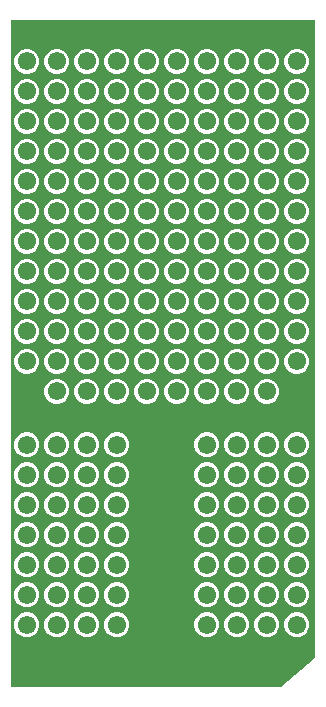
<source format=gbr>
%TF.GenerationSoftware,KiCad,Pcbnew,8.0.2*%
%TF.CreationDate,2024-07-30T14:24:35+02:00*%
%TF.ProjectId,mikrobus_protoboardPCB,6d696b72-6f62-4757-935f-70726f746f62,rev?*%
%TF.SameCoordinates,Original*%
%TF.FileFunction,Copper,L1,Top*%
%TF.FilePolarity,Positive*%
%FSLAX46Y46*%
G04 Gerber Fmt 4.6, Leading zero omitted, Abs format (unit mm)*
G04 Created by KiCad (PCBNEW 8.0.2) date 2024-07-30 14:24:35*
%MOMM*%
%LPD*%
G01*
G04 APERTURE LIST*
%TA.AperFunction,ViaPad*%
%ADD10C,1.550000*%
%TD*%
%TA.AperFunction,Conductor*%
%ADD11C,0.500000*%
%TD*%
G04 APERTURE END LIST*
D10*
%TO.N,*%
X170060000Y-73180000D03*
X152280000Y-63020000D03*
X159900000Y-63020000D03*
X149740000Y-68100000D03*
X159900000Y-70640000D03*
X164980000Y-70640000D03*
X149740000Y-52860000D03*
X149740000Y-70640000D03*
X162440000Y-52860000D03*
X149740000Y-63020000D03*
X154820000Y-63020000D03*
X162440000Y-60480000D03*
X172600000Y-52860000D03*
X162440000Y-75720000D03*
X170060000Y-70640000D03*
X154820000Y-70640000D03*
X170060000Y-55400000D03*
X170060000Y-68100000D03*
X172600000Y-63020000D03*
X167520000Y-52860000D03*
X170060000Y-63020000D03*
X162440000Y-55400000D03*
X159900000Y-68100000D03*
X152280000Y-70640000D03*
X170060000Y-65560000D03*
X157360000Y-75720000D03*
X164980000Y-55400000D03*
X154820000Y-73180000D03*
X157360000Y-63020000D03*
X170060000Y-60480000D03*
X162440000Y-57940000D03*
X157360000Y-55400000D03*
X167520000Y-70640000D03*
X162440000Y-65560000D03*
X152280000Y-75720000D03*
X152280000Y-73180000D03*
X162440000Y-78260000D03*
X154820000Y-60480000D03*
X152280000Y-78260000D03*
X170060000Y-57940000D03*
X164980000Y-63020000D03*
X172600000Y-68100000D03*
X152280000Y-55400000D03*
X172600000Y-60480000D03*
X157360000Y-68100000D03*
X162440000Y-70640000D03*
X159900000Y-60480000D03*
X159900000Y-75720000D03*
X154820000Y-68100000D03*
X170060000Y-52860000D03*
X172600000Y-57940000D03*
X159900000Y-55400000D03*
X167520000Y-75720000D03*
X152280000Y-52860000D03*
X154820000Y-52860000D03*
X157360000Y-60480000D03*
X157360000Y-65560000D03*
X164980000Y-57940000D03*
X167520000Y-63020000D03*
X159900000Y-73180000D03*
X149740000Y-55400000D03*
X154820000Y-78260000D03*
X164980000Y-68100000D03*
X167520000Y-68100000D03*
X162440000Y-63020000D03*
X157360000Y-70640000D03*
X154820000Y-75720000D03*
X152280000Y-68100000D03*
X162440000Y-73180000D03*
X172600000Y-55400000D03*
X157360000Y-73180000D03*
X159900000Y-57940000D03*
X157360000Y-52860000D03*
X157360000Y-57940000D03*
X154820000Y-65560000D03*
X172600000Y-65560000D03*
X172600000Y-75720000D03*
X167520000Y-57940000D03*
X159900000Y-52860000D03*
X154820000Y-57940000D03*
X164980000Y-73180000D03*
X149740000Y-78260000D03*
X149740000Y-73180000D03*
X164980000Y-65560000D03*
X164980000Y-75720000D03*
X152280000Y-65560000D03*
X167520000Y-65560000D03*
X149740000Y-65560000D03*
X152280000Y-60480000D03*
X157360000Y-78260000D03*
X167520000Y-55400000D03*
X159900000Y-65560000D03*
X167520000Y-78260000D03*
X167520000Y-73180000D03*
X167520000Y-60480000D03*
X149740000Y-75720000D03*
X164980000Y-60480000D03*
X159900000Y-78260000D03*
X164980000Y-52860000D03*
X149740000Y-57940000D03*
X152280000Y-57940000D03*
X172600000Y-78260000D03*
X172600000Y-70640000D03*
X172600000Y-73180000D03*
X170060000Y-75720000D03*
X170060000Y-78260000D03*
X154820000Y-55400000D03*
X162440000Y-68100000D03*
X164980000Y-78260000D03*
X149740000Y-60480000D03*
%TO.N,GND*%
X164980000Y-50320000D03*
X162440000Y-50320000D03*
X152280000Y-50320000D03*
X167530000Y-103080000D03*
X172600000Y-50320000D03*
X159900000Y-50320000D03*
X157360000Y-50320000D03*
X164990000Y-103080000D03*
X154830000Y-103090000D03*
X170060000Y-50320000D03*
X154820000Y-50320000D03*
X149750000Y-103090000D03*
X152290000Y-103090000D03*
X172610000Y-103080000D03*
X157370000Y-103090000D03*
X170070000Y-103080000D03*
X167520000Y-50320000D03*
%TO.N,3V3*%
X159900000Y-80800000D03*
X154820000Y-80800000D03*
X157370000Y-100550000D03*
X157360000Y-80800000D03*
X152280000Y-80800000D03*
X152290000Y-100550000D03*
X154830000Y-100550000D03*
X149750000Y-100550000D03*
%TO.N,5V*%
X170060000Y-80800000D03*
X164980000Y-80800000D03*
X167530000Y-100540000D03*
X167520000Y-80800000D03*
X164990000Y-100540000D03*
X162440000Y-80800000D03*
X170070000Y-100540000D03*
X172610000Y-100540000D03*
%TO.N,PWD*%
X167530000Y-85300000D03*
X164990000Y-85300000D03*
X172610000Y-85300000D03*
X170070000Y-85300000D03*
%TO.N,INT*%
X164990000Y-87840000D03*
X172610000Y-87840000D03*
X170070000Y-87840000D03*
X167530000Y-87840000D03*
%TO.N,RX*%
X170070000Y-90380000D03*
X167530000Y-90380000D03*
X172610000Y-90380000D03*
X164990000Y-90380000D03*
%TO.N,TX*%
X170070000Y-92920000D03*
X167530000Y-92920000D03*
X172610000Y-92920000D03*
X164990000Y-92920000D03*
%TO.N,SCL*%
X172610000Y-95460000D03*
X164990000Y-95460000D03*
X170070000Y-95460000D03*
X167530000Y-95460000D03*
%TO.N,SDA*%
X167530000Y-98000000D03*
X172610000Y-98000000D03*
X170070000Y-98000000D03*
X164990000Y-98000000D03*
%TO.N,MOSI*%
X149750000Y-98010000D03*
X157370000Y-98010000D03*
X152290000Y-98010000D03*
X154830000Y-98010000D03*
%TO.N,MISO*%
X157370000Y-95470000D03*
X154830000Y-95470000D03*
X152290000Y-95470000D03*
X149750000Y-95470000D03*
%TO.N,SCK*%
X152290000Y-92930000D03*
X157370000Y-92930000D03*
X154830000Y-92930000D03*
X149750000Y-92930000D03*
%TO.N,CS*%
X154830000Y-90390000D03*
X149750000Y-90390000D03*
X157370000Y-90390000D03*
X152290000Y-90390000D03*
%TO.N,RST*%
X152290000Y-87850000D03*
X157370000Y-87850000D03*
X154830000Y-87850000D03*
X149750000Y-87850000D03*
%TO.N,AN*%
X154830000Y-85310000D03*
X152290000Y-85310000D03*
X149750000Y-85310000D03*
X157370000Y-85310000D03*
%TD*%
D11*
%TO.N,GND*%
X164980000Y-103090000D02*
X164990000Y-103080000D01*
%TO.N,5V*%
X172610000Y-100540000D02*
X172590000Y-100540000D01*
X172590000Y-100540000D02*
X172570000Y-100520000D01*
X172570000Y-100520000D02*
X172550000Y-100540000D01*
%TO.N,SDA*%
X167570000Y-98040000D02*
X167530000Y-98000000D01*
X170070000Y-98000000D02*
X170070000Y-98030000D01*
X170070000Y-98030000D02*
X170080000Y-98040000D01*
%TD*%
%TA.AperFunction,Conductor*%
%TO.N,GND*%
G36*
X174122539Y-49340185D02*
G01*
X174168294Y-49392989D01*
X174179500Y-49444500D01*
X174179498Y-103298648D01*
X174159813Y-103365687D01*
X174135166Y-103393669D01*
X171252508Y-105810562D01*
X171188489Y-105838550D01*
X171172840Y-105839541D01*
X148514500Y-105839501D01*
X148447460Y-105819816D01*
X148401706Y-105767012D01*
X148390500Y-105715501D01*
X148390500Y-100550000D01*
X148689393Y-100550000D01*
X148709771Y-100756911D01*
X148770129Y-100955882D01*
X148868134Y-101139236D01*
X148868138Y-101139243D01*
X149000037Y-101299962D01*
X149160756Y-101431861D01*
X149160763Y-101431865D01*
X149325414Y-101519873D01*
X149344123Y-101529873D01*
X149543086Y-101590228D01*
X149750000Y-101610607D01*
X149956914Y-101590228D01*
X150155877Y-101529873D01*
X150339242Y-101431862D01*
X150499962Y-101299962D01*
X150631862Y-101139242D01*
X150729873Y-100955877D01*
X150790228Y-100756914D01*
X150810607Y-100550000D01*
X151229393Y-100550000D01*
X151249771Y-100756911D01*
X151310129Y-100955882D01*
X151408134Y-101139236D01*
X151408138Y-101139243D01*
X151540037Y-101299962D01*
X151700756Y-101431861D01*
X151700763Y-101431865D01*
X151865414Y-101519873D01*
X151884123Y-101529873D01*
X152083086Y-101590228D01*
X152290000Y-101610607D01*
X152496914Y-101590228D01*
X152695877Y-101529873D01*
X152879242Y-101431862D01*
X153039962Y-101299962D01*
X153171862Y-101139242D01*
X153269873Y-100955877D01*
X153330228Y-100756914D01*
X153350607Y-100550000D01*
X153769393Y-100550000D01*
X153789771Y-100756911D01*
X153850129Y-100955882D01*
X153948134Y-101139236D01*
X153948138Y-101139243D01*
X154080037Y-101299962D01*
X154240756Y-101431861D01*
X154240763Y-101431865D01*
X154405414Y-101519873D01*
X154424123Y-101529873D01*
X154623086Y-101590228D01*
X154830000Y-101610607D01*
X155036914Y-101590228D01*
X155235877Y-101529873D01*
X155419242Y-101431862D01*
X155579962Y-101299962D01*
X155711862Y-101139242D01*
X155809873Y-100955877D01*
X155870228Y-100756914D01*
X155890607Y-100550000D01*
X156309393Y-100550000D01*
X156329771Y-100756911D01*
X156390129Y-100955882D01*
X156488134Y-101139236D01*
X156488138Y-101139243D01*
X156620037Y-101299962D01*
X156780756Y-101431861D01*
X156780763Y-101431865D01*
X156945414Y-101519873D01*
X156964123Y-101529873D01*
X157163086Y-101590228D01*
X157370000Y-101610607D01*
X157576914Y-101590228D01*
X157775877Y-101529873D01*
X157959242Y-101431862D01*
X158119962Y-101299962D01*
X158251862Y-101139242D01*
X158349873Y-100955877D01*
X158410228Y-100756914D01*
X158430607Y-100550000D01*
X158429622Y-100540000D01*
X163929393Y-100540000D01*
X163949771Y-100746911D01*
X164010129Y-100945882D01*
X164108134Y-101129236D01*
X164108138Y-101129243D01*
X164240037Y-101289962D01*
X164400756Y-101421861D01*
X164400763Y-101421865D01*
X164419472Y-101431865D01*
X164584123Y-101519873D01*
X164783086Y-101580228D01*
X164990000Y-101600607D01*
X165196914Y-101580228D01*
X165395877Y-101519873D01*
X165579242Y-101421862D01*
X165739962Y-101289962D01*
X165871862Y-101129242D01*
X165969873Y-100945877D01*
X166030228Y-100746914D01*
X166050607Y-100540000D01*
X166469393Y-100540000D01*
X166489771Y-100746911D01*
X166550129Y-100945882D01*
X166648134Y-101129236D01*
X166648138Y-101129243D01*
X166780037Y-101289962D01*
X166940756Y-101421861D01*
X166940763Y-101421865D01*
X166959472Y-101431865D01*
X167124123Y-101519873D01*
X167323086Y-101580228D01*
X167530000Y-101600607D01*
X167736914Y-101580228D01*
X167935877Y-101519873D01*
X168119242Y-101421862D01*
X168279962Y-101289962D01*
X168411862Y-101129242D01*
X168509873Y-100945877D01*
X168570228Y-100746914D01*
X168590607Y-100540000D01*
X169009393Y-100540000D01*
X169029771Y-100746911D01*
X169090129Y-100945882D01*
X169188134Y-101129236D01*
X169188138Y-101129243D01*
X169320037Y-101289962D01*
X169480756Y-101421861D01*
X169480763Y-101421865D01*
X169499472Y-101431865D01*
X169664123Y-101519873D01*
X169863086Y-101580228D01*
X170070000Y-101600607D01*
X170276914Y-101580228D01*
X170475877Y-101519873D01*
X170659242Y-101421862D01*
X170819962Y-101289962D01*
X170951862Y-101129242D01*
X171049873Y-100945877D01*
X171110228Y-100746914D01*
X171130607Y-100540000D01*
X171549393Y-100540000D01*
X171569771Y-100746911D01*
X171630129Y-100945882D01*
X171728134Y-101129236D01*
X171728138Y-101129243D01*
X171860037Y-101289962D01*
X172020756Y-101421861D01*
X172020763Y-101421865D01*
X172039472Y-101431865D01*
X172204123Y-101519873D01*
X172403086Y-101580228D01*
X172610000Y-101600607D01*
X172816914Y-101580228D01*
X173015877Y-101519873D01*
X173199242Y-101421862D01*
X173359962Y-101289962D01*
X173491862Y-101129242D01*
X173589873Y-100945877D01*
X173650228Y-100746914D01*
X173670607Y-100540000D01*
X173650228Y-100333086D01*
X173589873Y-100134123D01*
X173491862Y-99950758D01*
X173491861Y-99950756D01*
X173359962Y-99790037D01*
X173199243Y-99658138D01*
X173199236Y-99658134D01*
X173015882Y-99560129D01*
X173015879Y-99560128D01*
X173015877Y-99560127D01*
X172816914Y-99499772D01*
X172816911Y-99499771D01*
X172610000Y-99479393D01*
X172403088Y-99499771D01*
X172266567Y-99541184D01*
X172204123Y-99560127D01*
X172204122Y-99560127D01*
X172204117Y-99560129D01*
X172020763Y-99658134D01*
X172020756Y-99658138D01*
X171860037Y-99790037D01*
X171728138Y-99950756D01*
X171728134Y-99950763D01*
X171630129Y-100134117D01*
X171569771Y-100333088D01*
X171549393Y-100540000D01*
X171130607Y-100540000D01*
X171110228Y-100333086D01*
X171049873Y-100134123D01*
X170951862Y-99950758D01*
X170951861Y-99950756D01*
X170819962Y-99790037D01*
X170659243Y-99658138D01*
X170659236Y-99658134D01*
X170475882Y-99560129D01*
X170475879Y-99560128D01*
X170475877Y-99560127D01*
X170276914Y-99499772D01*
X170276911Y-99499771D01*
X170070000Y-99479393D01*
X169863088Y-99499771D01*
X169726567Y-99541184D01*
X169664123Y-99560127D01*
X169664122Y-99560127D01*
X169664117Y-99560129D01*
X169480763Y-99658134D01*
X169480756Y-99658138D01*
X169320037Y-99790037D01*
X169188138Y-99950756D01*
X169188134Y-99950763D01*
X169090129Y-100134117D01*
X169029771Y-100333088D01*
X169009393Y-100540000D01*
X168590607Y-100540000D01*
X168570228Y-100333086D01*
X168509873Y-100134123D01*
X168411862Y-99950758D01*
X168411861Y-99950756D01*
X168279962Y-99790037D01*
X168119243Y-99658138D01*
X168119236Y-99658134D01*
X167935882Y-99560129D01*
X167935879Y-99560128D01*
X167935877Y-99560127D01*
X167736914Y-99499772D01*
X167736911Y-99499771D01*
X167530000Y-99479393D01*
X167323088Y-99499771D01*
X167186567Y-99541184D01*
X167124123Y-99560127D01*
X167124122Y-99560127D01*
X167124117Y-99560129D01*
X166940763Y-99658134D01*
X166940756Y-99658138D01*
X166780037Y-99790037D01*
X166648138Y-99950756D01*
X166648134Y-99950763D01*
X166550129Y-100134117D01*
X166489771Y-100333088D01*
X166469393Y-100540000D01*
X166050607Y-100540000D01*
X166030228Y-100333086D01*
X165969873Y-100134123D01*
X165871862Y-99950758D01*
X165871861Y-99950756D01*
X165739962Y-99790037D01*
X165579243Y-99658138D01*
X165579236Y-99658134D01*
X165395882Y-99560129D01*
X165395879Y-99560128D01*
X165395877Y-99560127D01*
X165196914Y-99499772D01*
X165196911Y-99499771D01*
X164990000Y-99479393D01*
X164783088Y-99499771D01*
X164646567Y-99541184D01*
X164584123Y-99560127D01*
X164584122Y-99560127D01*
X164584117Y-99560129D01*
X164400763Y-99658134D01*
X164400756Y-99658138D01*
X164240037Y-99790037D01*
X164108138Y-99950756D01*
X164108134Y-99950763D01*
X164010129Y-100134117D01*
X163949771Y-100333088D01*
X163929393Y-100540000D01*
X158429622Y-100540000D01*
X158410228Y-100343086D01*
X158349873Y-100144123D01*
X158251862Y-99960758D01*
X158251861Y-99960756D01*
X158119962Y-99800037D01*
X157959243Y-99668138D01*
X157959236Y-99668134D01*
X157775882Y-99570129D01*
X157775879Y-99570128D01*
X157775877Y-99570127D01*
X157576914Y-99509772D01*
X157576911Y-99509771D01*
X157370000Y-99489393D01*
X157163088Y-99509771D01*
X157026567Y-99551184D01*
X156964123Y-99570127D01*
X156964122Y-99570127D01*
X156964117Y-99570129D01*
X156780763Y-99668134D01*
X156780756Y-99668138D01*
X156620037Y-99800037D01*
X156488138Y-99960756D01*
X156488134Y-99960763D01*
X156390129Y-100144117D01*
X156329771Y-100343088D01*
X156309393Y-100550000D01*
X155890607Y-100550000D01*
X155870228Y-100343086D01*
X155809873Y-100144123D01*
X155711862Y-99960758D01*
X155711861Y-99960756D01*
X155579962Y-99800037D01*
X155419243Y-99668138D01*
X155419236Y-99668134D01*
X155235882Y-99570129D01*
X155235879Y-99570128D01*
X155235877Y-99570127D01*
X155036914Y-99509772D01*
X155036911Y-99509771D01*
X154830000Y-99489393D01*
X154623088Y-99509771D01*
X154486567Y-99551184D01*
X154424123Y-99570127D01*
X154424122Y-99570127D01*
X154424117Y-99570129D01*
X154240763Y-99668134D01*
X154240756Y-99668138D01*
X154080037Y-99800037D01*
X153948138Y-99960756D01*
X153948134Y-99960763D01*
X153850129Y-100144117D01*
X153789771Y-100343088D01*
X153769393Y-100550000D01*
X153350607Y-100550000D01*
X153330228Y-100343086D01*
X153269873Y-100144123D01*
X153171862Y-99960758D01*
X153171861Y-99960756D01*
X153039962Y-99800037D01*
X152879243Y-99668138D01*
X152879236Y-99668134D01*
X152695882Y-99570129D01*
X152695879Y-99570128D01*
X152695877Y-99570127D01*
X152496914Y-99509772D01*
X152496911Y-99509771D01*
X152290000Y-99489393D01*
X152083088Y-99509771D01*
X151946567Y-99551184D01*
X151884123Y-99570127D01*
X151884122Y-99570127D01*
X151884117Y-99570129D01*
X151700763Y-99668134D01*
X151700756Y-99668138D01*
X151540037Y-99800037D01*
X151408138Y-99960756D01*
X151408134Y-99960763D01*
X151310129Y-100144117D01*
X151249771Y-100343088D01*
X151229393Y-100550000D01*
X150810607Y-100550000D01*
X150790228Y-100343086D01*
X150729873Y-100144123D01*
X150631862Y-99960758D01*
X150631861Y-99960756D01*
X150499962Y-99800037D01*
X150339243Y-99668138D01*
X150339236Y-99668134D01*
X150155882Y-99570129D01*
X150155879Y-99570128D01*
X150155877Y-99570127D01*
X149956914Y-99509772D01*
X149956911Y-99509771D01*
X149750000Y-99489393D01*
X149543088Y-99509771D01*
X149406567Y-99551184D01*
X149344123Y-99570127D01*
X149344122Y-99570127D01*
X149344117Y-99570129D01*
X149160763Y-99668134D01*
X149160756Y-99668138D01*
X149000037Y-99800037D01*
X148868138Y-99960756D01*
X148868134Y-99960763D01*
X148770129Y-100144117D01*
X148709771Y-100343088D01*
X148689393Y-100550000D01*
X148390500Y-100550000D01*
X148390500Y-98010000D01*
X148689393Y-98010000D01*
X148709771Y-98216911D01*
X148770129Y-98415882D01*
X148868134Y-98599236D01*
X148868138Y-98599243D01*
X149000037Y-98759962D01*
X149160756Y-98891861D01*
X149160763Y-98891865D01*
X149325414Y-98979873D01*
X149344123Y-98989873D01*
X149543086Y-99050228D01*
X149750000Y-99070607D01*
X149956914Y-99050228D01*
X150155877Y-98989873D01*
X150339242Y-98891862D01*
X150499962Y-98759962D01*
X150631862Y-98599242D01*
X150729873Y-98415877D01*
X150790228Y-98216914D01*
X150810607Y-98010000D01*
X151229393Y-98010000D01*
X151249771Y-98216911D01*
X151310129Y-98415882D01*
X151408134Y-98599236D01*
X151408138Y-98599243D01*
X151540037Y-98759962D01*
X151700756Y-98891861D01*
X151700763Y-98891865D01*
X151865414Y-98979873D01*
X151884123Y-98989873D01*
X152083086Y-99050228D01*
X152290000Y-99070607D01*
X152496914Y-99050228D01*
X152695877Y-98989873D01*
X152879242Y-98891862D01*
X153039962Y-98759962D01*
X153171862Y-98599242D01*
X153269873Y-98415877D01*
X153330228Y-98216914D01*
X153350607Y-98010000D01*
X153769393Y-98010000D01*
X153789771Y-98216911D01*
X153850129Y-98415882D01*
X153948134Y-98599236D01*
X153948138Y-98599243D01*
X154080037Y-98759962D01*
X154240756Y-98891861D01*
X154240763Y-98891865D01*
X154405414Y-98979873D01*
X154424123Y-98989873D01*
X154623086Y-99050228D01*
X154830000Y-99070607D01*
X155036914Y-99050228D01*
X155235877Y-98989873D01*
X155419242Y-98891862D01*
X155579962Y-98759962D01*
X155711862Y-98599242D01*
X155809873Y-98415877D01*
X155870228Y-98216914D01*
X155890607Y-98010000D01*
X156309393Y-98010000D01*
X156329771Y-98216911D01*
X156390129Y-98415882D01*
X156488134Y-98599236D01*
X156488138Y-98599243D01*
X156620037Y-98759962D01*
X156780756Y-98891861D01*
X156780763Y-98891865D01*
X156945414Y-98979873D01*
X156964123Y-98989873D01*
X157163086Y-99050228D01*
X157370000Y-99070607D01*
X157576914Y-99050228D01*
X157775877Y-98989873D01*
X157959242Y-98891862D01*
X158119962Y-98759962D01*
X158251862Y-98599242D01*
X158349873Y-98415877D01*
X158410228Y-98216914D01*
X158430607Y-98010000D01*
X158429622Y-98000000D01*
X163929393Y-98000000D01*
X163949771Y-98206911D01*
X164010129Y-98405882D01*
X164108134Y-98589236D01*
X164108138Y-98589243D01*
X164240037Y-98749962D01*
X164400756Y-98881861D01*
X164400763Y-98881865D01*
X164419472Y-98891865D01*
X164584123Y-98979873D01*
X164783086Y-99040228D01*
X164990000Y-99060607D01*
X165196914Y-99040228D01*
X165395877Y-98979873D01*
X165579242Y-98881862D01*
X165739962Y-98749962D01*
X165871862Y-98589242D01*
X165969873Y-98405877D01*
X166030228Y-98206914D01*
X166050607Y-98000000D01*
X166469393Y-98000000D01*
X166489771Y-98206911D01*
X166550129Y-98405882D01*
X166648134Y-98589236D01*
X166648138Y-98589243D01*
X166780037Y-98749962D01*
X166940756Y-98881861D01*
X166940763Y-98881865D01*
X166959472Y-98891865D01*
X167124123Y-98979873D01*
X167323086Y-99040228D01*
X167530000Y-99060607D01*
X167736914Y-99040228D01*
X167935877Y-98979873D01*
X168119242Y-98881862D01*
X168279962Y-98749962D01*
X168411862Y-98589242D01*
X168509873Y-98405877D01*
X168570228Y-98206914D01*
X168590607Y-98000000D01*
X169009393Y-98000000D01*
X169029771Y-98206911D01*
X169090129Y-98405882D01*
X169188134Y-98589236D01*
X169188138Y-98589243D01*
X169320037Y-98749962D01*
X169480756Y-98881861D01*
X169480763Y-98881865D01*
X169499472Y-98891865D01*
X169664123Y-98979873D01*
X169863086Y-99040228D01*
X170070000Y-99060607D01*
X170276914Y-99040228D01*
X170475877Y-98979873D01*
X170659242Y-98881862D01*
X170819962Y-98749962D01*
X170951862Y-98589242D01*
X171049873Y-98405877D01*
X171110228Y-98206914D01*
X171130607Y-98000000D01*
X171549393Y-98000000D01*
X171569771Y-98206911D01*
X171630129Y-98405882D01*
X171728134Y-98589236D01*
X171728138Y-98589243D01*
X171860037Y-98749962D01*
X172020756Y-98881861D01*
X172020763Y-98881865D01*
X172039472Y-98891865D01*
X172204123Y-98979873D01*
X172403086Y-99040228D01*
X172610000Y-99060607D01*
X172816914Y-99040228D01*
X173015877Y-98979873D01*
X173199242Y-98881862D01*
X173359962Y-98749962D01*
X173491862Y-98589242D01*
X173589873Y-98405877D01*
X173650228Y-98206914D01*
X173670607Y-98000000D01*
X173650228Y-97793086D01*
X173589873Y-97594123D01*
X173491862Y-97410758D01*
X173491861Y-97410756D01*
X173359962Y-97250037D01*
X173199243Y-97118138D01*
X173199236Y-97118134D01*
X173015882Y-97020129D01*
X173015879Y-97020128D01*
X173015877Y-97020127D01*
X172816914Y-96959772D01*
X172816911Y-96959771D01*
X172610000Y-96939393D01*
X172403088Y-96959771D01*
X172266567Y-97001184D01*
X172204123Y-97020127D01*
X172204122Y-97020127D01*
X172204117Y-97020129D01*
X172020763Y-97118134D01*
X172020756Y-97118138D01*
X171860037Y-97250037D01*
X171728138Y-97410756D01*
X171728134Y-97410763D01*
X171630129Y-97594117D01*
X171569771Y-97793088D01*
X171549393Y-98000000D01*
X171130607Y-98000000D01*
X171110228Y-97793086D01*
X171049873Y-97594123D01*
X170951862Y-97410758D01*
X170951861Y-97410756D01*
X170819962Y-97250037D01*
X170659243Y-97118138D01*
X170659236Y-97118134D01*
X170475882Y-97020129D01*
X170475879Y-97020128D01*
X170475877Y-97020127D01*
X170276914Y-96959772D01*
X170276911Y-96959771D01*
X170070000Y-96939393D01*
X169863088Y-96959771D01*
X169726567Y-97001184D01*
X169664123Y-97020127D01*
X169664122Y-97020127D01*
X169664117Y-97020129D01*
X169480763Y-97118134D01*
X169480756Y-97118138D01*
X169320037Y-97250037D01*
X169188138Y-97410756D01*
X169188134Y-97410763D01*
X169090129Y-97594117D01*
X169029771Y-97793088D01*
X169009393Y-98000000D01*
X168590607Y-98000000D01*
X168570228Y-97793086D01*
X168509873Y-97594123D01*
X168411862Y-97410758D01*
X168411861Y-97410756D01*
X168279962Y-97250037D01*
X168119243Y-97118138D01*
X168119236Y-97118134D01*
X167935882Y-97020129D01*
X167935879Y-97020128D01*
X167935877Y-97020127D01*
X167736914Y-96959772D01*
X167736911Y-96959771D01*
X167530000Y-96939393D01*
X167323088Y-96959771D01*
X167186567Y-97001184D01*
X167124123Y-97020127D01*
X167124122Y-97020127D01*
X167124117Y-97020129D01*
X166940763Y-97118134D01*
X166940756Y-97118138D01*
X166780037Y-97250037D01*
X166648138Y-97410756D01*
X166648134Y-97410763D01*
X166550129Y-97594117D01*
X166489771Y-97793088D01*
X166469393Y-98000000D01*
X166050607Y-98000000D01*
X166030228Y-97793086D01*
X165969873Y-97594123D01*
X165871862Y-97410758D01*
X165871861Y-97410756D01*
X165739962Y-97250037D01*
X165579243Y-97118138D01*
X165579236Y-97118134D01*
X165395882Y-97020129D01*
X165395879Y-97020128D01*
X165395877Y-97020127D01*
X165196914Y-96959772D01*
X165196911Y-96959771D01*
X164990000Y-96939393D01*
X164783088Y-96959771D01*
X164646567Y-97001184D01*
X164584123Y-97020127D01*
X164584122Y-97020127D01*
X164584117Y-97020129D01*
X164400763Y-97118134D01*
X164400756Y-97118138D01*
X164240037Y-97250037D01*
X164108138Y-97410756D01*
X164108134Y-97410763D01*
X164010129Y-97594117D01*
X163949771Y-97793088D01*
X163929393Y-98000000D01*
X158429622Y-98000000D01*
X158410228Y-97803086D01*
X158349873Y-97604123D01*
X158251862Y-97420758D01*
X158251861Y-97420756D01*
X158119962Y-97260037D01*
X157959243Y-97128138D01*
X157959236Y-97128134D01*
X157775882Y-97030129D01*
X157775879Y-97030128D01*
X157775877Y-97030127D01*
X157576914Y-96969772D01*
X157576911Y-96969771D01*
X157370000Y-96949393D01*
X157163088Y-96969771D01*
X157026567Y-97011184D01*
X156964123Y-97030127D01*
X156964122Y-97030127D01*
X156964117Y-97030129D01*
X156780763Y-97128134D01*
X156780756Y-97128138D01*
X156620037Y-97260037D01*
X156488138Y-97420756D01*
X156488134Y-97420763D01*
X156390129Y-97604117D01*
X156329771Y-97803088D01*
X156309393Y-98010000D01*
X155890607Y-98010000D01*
X155870228Y-97803086D01*
X155809873Y-97604123D01*
X155711862Y-97420758D01*
X155711861Y-97420756D01*
X155579962Y-97260037D01*
X155419243Y-97128138D01*
X155419236Y-97128134D01*
X155235882Y-97030129D01*
X155235879Y-97030128D01*
X155235877Y-97030127D01*
X155036914Y-96969772D01*
X155036911Y-96969771D01*
X154830000Y-96949393D01*
X154623088Y-96969771D01*
X154486567Y-97011184D01*
X154424123Y-97030127D01*
X154424122Y-97030127D01*
X154424117Y-97030129D01*
X154240763Y-97128134D01*
X154240756Y-97128138D01*
X154080037Y-97260037D01*
X153948138Y-97420756D01*
X153948134Y-97420763D01*
X153850129Y-97604117D01*
X153789771Y-97803088D01*
X153769393Y-98010000D01*
X153350607Y-98010000D01*
X153330228Y-97803086D01*
X153269873Y-97604123D01*
X153171862Y-97420758D01*
X153171861Y-97420756D01*
X153039962Y-97260037D01*
X152879243Y-97128138D01*
X152879236Y-97128134D01*
X152695882Y-97030129D01*
X152695879Y-97030128D01*
X152695877Y-97030127D01*
X152496914Y-96969772D01*
X152496911Y-96969771D01*
X152290000Y-96949393D01*
X152083088Y-96969771D01*
X151946567Y-97011184D01*
X151884123Y-97030127D01*
X151884122Y-97030127D01*
X151884117Y-97030129D01*
X151700763Y-97128134D01*
X151700756Y-97128138D01*
X151540037Y-97260037D01*
X151408138Y-97420756D01*
X151408134Y-97420763D01*
X151310129Y-97604117D01*
X151249771Y-97803088D01*
X151229393Y-98010000D01*
X150810607Y-98010000D01*
X150790228Y-97803086D01*
X150729873Y-97604123D01*
X150631862Y-97420758D01*
X150631861Y-97420756D01*
X150499962Y-97260037D01*
X150339243Y-97128138D01*
X150339236Y-97128134D01*
X150155882Y-97030129D01*
X150155879Y-97030128D01*
X150155877Y-97030127D01*
X149956914Y-96969772D01*
X149956911Y-96969771D01*
X149750000Y-96949393D01*
X149543088Y-96969771D01*
X149406567Y-97011184D01*
X149344123Y-97030127D01*
X149344122Y-97030127D01*
X149344117Y-97030129D01*
X149160763Y-97128134D01*
X149160756Y-97128138D01*
X149000037Y-97260037D01*
X148868138Y-97420756D01*
X148868134Y-97420763D01*
X148770129Y-97604117D01*
X148709771Y-97803088D01*
X148689393Y-98010000D01*
X148390500Y-98010000D01*
X148390500Y-95470000D01*
X148689393Y-95470000D01*
X148709771Y-95676911D01*
X148770129Y-95875882D01*
X148868134Y-96059236D01*
X148868138Y-96059243D01*
X149000037Y-96219962D01*
X149160756Y-96351861D01*
X149160763Y-96351865D01*
X149325414Y-96439873D01*
X149344123Y-96449873D01*
X149543086Y-96510228D01*
X149750000Y-96530607D01*
X149956914Y-96510228D01*
X150155877Y-96449873D01*
X150339242Y-96351862D01*
X150499962Y-96219962D01*
X150631862Y-96059242D01*
X150729873Y-95875877D01*
X150790228Y-95676914D01*
X150810607Y-95470000D01*
X151229393Y-95470000D01*
X151249771Y-95676911D01*
X151310129Y-95875882D01*
X151408134Y-96059236D01*
X151408138Y-96059243D01*
X151540037Y-96219962D01*
X151700756Y-96351861D01*
X151700763Y-96351865D01*
X151865414Y-96439873D01*
X151884123Y-96449873D01*
X152083086Y-96510228D01*
X152290000Y-96530607D01*
X152496914Y-96510228D01*
X152695877Y-96449873D01*
X152879242Y-96351862D01*
X153039962Y-96219962D01*
X153171862Y-96059242D01*
X153269873Y-95875877D01*
X153330228Y-95676914D01*
X153350607Y-95470000D01*
X153769393Y-95470000D01*
X153789771Y-95676911D01*
X153850129Y-95875882D01*
X153948134Y-96059236D01*
X153948138Y-96059243D01*
X154080037Y-96219962D01*
X154240756Y-96351861D01*
X154240763Y-96351865D01*
X154405414Y-96439873D01*
X154424123Y-96449873D01*
X154623086Y-96510228D01*
X154830000Y-96530607D01*
X155036914Y-96510228D01*
X155235877Y-96449873D01*
X155419242Y-96351862D01*
X155579962Y-96219962D01*
X155711862Y-96059242D01*
X155809873Y-95875877D01*
X155870228Y-95676914D01*
X155890607Y-95470000D01*
X156309393Y-95470000D01*
X156329771Y-95676911D01*
X156390129Y-95875882D01*
X156488134Y-96059236D01*
X156488138Y-96059243D01*
X156620037Y-96219962D01*
X156780756Y-96351861D01*
X156780763Y-96351865D01*
X156945414Y-96439873D01*
X156964123Y-96449873D01*
X157163086Y-96510228D01*
X157370000Y-96530607D01*
X157576914Y-96510228D01*
X157775877Y-96449873D01*
X157959242Y-96351862D01*
X158119962Y-96219962D01*
X158251862Y-96059242D01*
X158349873Y-95875877D01*
X158410228Y-95676914D01*
X158430607Y-95470000D01*
X158429622Y-95460000D01*
X163929393Y-95460000D01*
X163949771Y-95666911D01*
X164010129Y-95865882D01*
X164108134Y-96049236D01*
X164108138Y-96049243D01*
X164240037Y-96209962D01*
X164400756Y-96341861D01*
X164400763Y-96341865D01*
X164419472Y-96351865D01*
X164584123Y-96439873D01*
X164783086Y-96500228D01*
X164990000Y-96520607D01*
X165196914Y-96500228D01*
X165395877Y-96439873D01*
X165579242Y-96341862D01*
X165739962Y-96209962D01*
X165871862Y-96049242D01*
X165969873Y-95865877D01*
X166030228Y-95666914D01*
X166050607Y-95460000D01*
X166469393Y-95460000D01*
X166489771Y-95666911D01*
X166550129Y-95865882D01*
X166648134Y-96049236D01*
X166648138Y-96049243D01*
X166780037Y-96209962D01*
X166940756Y-96341861D01*
X166940763Y-96341865D01*
X166959472Y-96351865D01*
X167124123Y-96439873D01*
X167323086Y-96500228D01*
X167530000Y-96520607D01*
X167736914Y-96500228D01*
X167935877Y-96439873D01*
X168119242Y-96341862D01*
X168279962Y-96209962D01*
X168411862Y-96049242D01*
X168509873Y-95865877D01*
X168570228Y-95666914D01*
X168590607Y-95460000D01*
X169009393Y-95460000D01*
X169029771Y-95666911D01*
X169090129Y-95865882D01*
X169188134Y-96049236D01*
X169188138Y-96049243D01*
X169320037Y-96209962D01*
X169480756Y-96341861D01*
X169480763Y-96341865D01*
X169499472Y-96351865D01*
X169664123Y-96439873D01*
X169863086Y-96500228D01*
X170070000Y-96520607D01*
X170276914Y-96500228D01*
X170475877Y-96439873D01*
X170659242Y-96341862D01*
X170819962Y-96209962D01*
X170951862Y-96049242D01*
X171049873Y-95865877D01*
X171110228Y-95666914D01*
X171130607Y-95460000D01*
X171549393Y-95460000D01*
X171569771Y-95666911D01*
X171630129Y-95865882D01*
X171728134Y-96049236D01*
X171728138Y-96049243D01*
X171860037Y-96209962D01*
X172020756Y-96341861D01*
X172020763Y-96341865D01*
X172039472Y-96351865D01*
X172204123Y-96439873D01*
X172403086Y-96500228D01*
X172610000Y-96520607D01*
X172816914Y-96500228D01*
X173015877Y-96439873D01*
X173199242Y-96341862D01*
X173359962Y-96209962D01*
X173491862Y-96049242D01*
X173589873Y-95865877D01*
X173650228Y-95666914D01*
X173670607Y-95460000D01*
X173650228Y-95253086D01*
X173589873Y-95054123D01*
X173491862Y-94870758D01*
X173491861Y-94870756D01*
X173359962Y-94710037D01*
X173199243Y-94578138D01*
X173199236Y-94578134D01*
X173015882Y-94480129D01*
X173015879Y-94480128D01*
X173015877Y-94480127D01*
X172816914Y-94419772D01*
X172816911Y-94419771D01*
X172610000Y-94399393D01*
X172403088Y-94419771D01*
X172266567Y-94461184D01*
X172204123Y-94480127D01*
X172204122Y-94480127D01*
X172204117Y-94480129D01*
X172020763Y-94578134D01*
X172020756Y-94578138D01*
X171860037Y-94710037D01*
X171728138Y-94870756D01*
X171728134Y-94870763D01*
X171630129Y-95054117D01*
X171569771Y-95253088D01*
X171549393Y-95460000D01*
X171130607Y-95460000D01*
X171110228Y-95253086D01*
X171049873Y-95054123D01*
X170951862Y-94870758D01*
X170951861Y-94870756D01*
X170819962Y-94710037D01*
X170659243Y-94578138D01*
X170659236Y-94578134D01*
X170475882Y-94480129D01*
X170475879Y-94480128D01*
X170475877Y-94480127D01*
X170276914Y-94419772D01*
X170276911Y-94419771D01*
X170070000Y-94399393D01*
X169863088Y-94419771D01*
X169726567Y-94461184D01*
X169664123Y-94480127D01*
X169664122Y-94480127D01*
X169664117Y-94480129D01*
X169480763Y-94578134D01*
X169480756Y-94578138D01*
X169320037Y-94710037D01*
X169188138Y-94870756D01*
X169188134Y-94870763D01*
X169090129Y-95054117D01*
X169029771Y-95253088D01*
X169009393Y-95460000D01*
X168590607Y-95460000D01*
X168570228Y-95253086D01*
X168509873Y-95054123D01*
X168411862Y-94870758D01*
X168411861Y-94870756D01*
X168279962Y-94710037D01*
X168119243Y-94578138D01*
X168119236Y-94578134D01*
X167935882Y-94480129D01*
X167935879Y-94480128D01*
X167935877Y-94480127D01*
X167736914Y-94419772D01*
X167736911Y-94419771D01*
X167530000Y-94399393D01*
X167323088Y-94419771D01*
X167186567Y-94461184D01*
X167124123Y-94480127D01*
X167124122Y-94480127D01*
X167124117Y-94480129D01*
X166940763Y-94578134D01*
X166940756Y-94578138D01*
X166780037Y-94710037D01*
X166648138Y-94870756D01*
X166648134Y-94870763D01*
X166550129Y-95054117D01*
X166489771Y-95253088D01*
X166469393Y-95460000D01*
X166050607Y-95460000D01*
X166030228Y-95253086D01*
X165969873Y-95054123D01*
X165871862Y-94870758D01*
X165871861Y-94870756D01*
X165739962Y-94710037D01*
X165579243Y-94578138D01*
X165579236Y-94578134D01*
X165395882Y-94480129D01*
X165395879Y-94480128D01*
X165395877Y-94480127D01*
X165196914Y-94419772D01*
X165196911Y-94419771D01*
X164990000Y-94399393D01*
X164783088Y-94419771D01*
X164646567Y-94461184D01*
X164584123Y-94480127D01*
X164584122Y-94480127D01*
X164584117Y-94480129D01*
X164400763Y-94578134D01*
X164400756Y-94578138D01*
X164240037Y-94710037D01*
X164108138Y-94870756D01*
X164108134Y-94870763D01*
X164010129Y-95054117D01*
X163949771Y-95253088D01*
X163929393Y-95460000D01*
X158429622Y-95460000D01*
X158410228Y-95263086D01*
X158349873Y-95064123D01*
X158251862Y-94880758D01*
X158251861Y-94880756D01*
X158119962Y-94720037D01*
X157959243Y-94588138D01*
X157959236Y-94588134D01*
X157775882Y-94490129D01*
X157775879Y-94490128D01*
X157775877Y-94490127D01*
X157576914Y-94429772D01*
X157576911Y-94429771D01*
X157370000Y-94409393D01*
X157163088Y-94429771D01*
X157026567Y-94471184D01*
X156964123Y-94490127D01*
X156964122Y-94490127D01*
X156964117Y-94490129D01*
X156780763Y-94588134D01*
X156780756Y-94588138D01*
X156620037Y-94720037D01*
X156488138Y-94880756D01*
X156488134Y-94880763D01*
X156390129Y-95064117D01*
X156329771Y-95263088D01*
X156309393Y-95470000D01*
X155890607Y-95470000D01*
X155870228Y-95263086D01*
X155809873Y-95064123D01*
X155711862Y-94880758D01*
X155711861Y-94880756D01*
X155579962Y-94720037D01*
X155419243Y-94588138D01*
X155419236Y-94588134D01*
X155235882Y-94490129D01*
X155235879Y-94490128D01*
X155235877Y-94490127D01*
X155036914Y-94429772D01*
X155036911Y-94429771D01*
X154830000Y-94409393D01*
X154623088Y-94429771D01*
X154486567Y-94471184D01*
X154424123Y-94490127D01*
X154424122Y-94490127D01*
X154424117Y-94490129D01*
X154240763Y-94588134D01*
X154240756Y-94588138D01*
X154080037Y-94720037D01*
X153948138Y-94880756D01*
X153948134Y-94880763D01*
X153850129Y-95064117D01*
X153789771Y-95263088D01*
X153769393Y-95470000D01*
X153350607Y-95470000D01*
X153330228Y-95263086D01*
X153269873Y-95064123D01*
X153171862Y-94880758D01*
X153171861Y-94880756D01*
X153039962Y-94720037D01*
X152879243Y-94588138D01*
X152879236Y-94588134D01*
X152695882Y-94490129D01*
X152695879Y-94490128D01*
X152695877Y-94490127D01*
X152496914Y-94429772D01*
X152496911Y-94429771D01*
X152290000Y-94409393D01*
X152083088Y-94429771D01*
X151946567Y-94471184D01*
X151884123Y-94490127D01*
X151884122Y-94490127D01*
X151884117Y-94490129D01*
X151700763Y-94588134D01*
X151700756Y-94588138D01*
X151540037Y-94720037D01*
X151408138Y-94880756D01*
X151408134Y-94880763D01*
X151310129Y-95064117D01*
X151249771Y-95263088D01*
X151229393Y-95470000D01*
X150810607Y-95470000D01*
X150790228Y-95263086D01*
X150729873Y-95064123D01*
X150631862Y-94880758D01*
X150631861Y-94880756D01*
X150499962Y-94720037D01*
X150339243Y-94588138D01*
X150339236Y-94588134D01*
X150155882Y-94490129D01*
X150155879Y-94490128D01*
X150155877Y-94490127D01*
X149956914Y-94429772D01*
X149956911Y-94429771D01*
X149750000Y-94409393D01*
X149543088Y-94429771D01*
X149406567Y-94471184D01*
X149344123Y-94490127D01*
X149344122Y-94490127D01*
X149344117Y-94490129D01*
X149160763Y-94588134D01*
X149160756Y-94588138D01*
X149000037Y-94720037D01*
X148868138Y-94880756D01*
X148868134Y-94880763D01*
X148770129Y-95064117D01*
X148709771Y-95263088D01*
X148689393Y-95470000D01*
X148390500Y-95470000D01*
X148390500Y-92930000D01*
X148689393Y-92930000D01*
X148709771Y-93136911D01*
X148770129Y-93335882D01*
X148868134Y-93519236D01*
X148868138Y-93519243D01*
X149000037Y-93679962D01*
X149160756Y-93811861D01*
X149160763Y-93811865D01*
X149325414Y-93899873D01*
X149344123Y-93909873D01*
X149543086Y-93970228D01*
X149750000Y-93990607D01*
X149956914Y-93970228D01*
X150155877Y-93909873D01*
X150339242Y-93811862D01*
X150499962Y-93679962D01*
X150631862Y-93519242D01*
X150729873Y-93335877D01*
X150790228Y-93136914D01*
X150810607Y-92930000D01*
X151229393Y-92930000D01*
X151249771Y-93136911D01*
X151310129Y-93335882D01*
X151408134Y-93519236D01*
X151408138Y-93519243D01*
X151540037Y-93679962D01*
X151700756Y-93811861D01*
X151700763Y-93811865D01*
X151865414Y-93899873D01*
X151884123Y-93909873D01*
X152083086Y-93970228D01*
X152290000Y-93990607D01*
X152496914Y-93970228D01*
X152695877Y-93909873D01*
X152879242Y-93811862D01*
X153039962Y-93679962D01*
X153171862Y-93519242D01*
X153269873Y-93335877D01*
X153330228Y-93136914D01*
X153350607Y-92930000D01*
X153769393Y-92930000D01*
X153789771Y-93136911D01*
X153850129Y-93335882D01*
X153948134Y-93519236D01*
X153948138Y-93519243D01*
X154080037Y-93679962D01*
X154240756Y-93811861D01*
X154240763Y-93811865D01*
X154405414Y-93899873D01*
X154424123Y-93909873D01*
X154623086Y-93970228D01*
X154830000Y-93990607D01*
X155036914Y-93970228D01*
X155235877Y-93909873D01*
X155419242Y-93811862D01*
X155579962Y-93679962D01*
X155711862Y-93519242D01*
X155809873Y-93335877D01*
X155870228Y-93136914D01*
X155890607Y-92930000D01*
X156309393Y-92930000D01*
X156329771Y-93136911D01*
X156390129Y-93335882D01*
X156488134Y-93519236D01*
X156488138Y-93519243D01*
X156620037Y-93679962D01*
X156780756Y-93811861D01*
X156780763Y-93811865D01*
X156945414Y-93899873D01*
X156964123Y-93909873D01*
X157163086Y-93970228D01*
X157370000Y-93990607D01*
X157576914Y-93970228D01*
X157775877Y-93909873D01*
X157959242Y-93811862D01*
X158119962Y-93679962D01*
X158251862Y-93519242D01*
X158349873Y-93335877D01*
X158410228Y-93136914D01*
X158430607Y-92930000D01*
X158429622Y-92920000D01*
X163929393Y-92920000D01*
X163949771Y-93126911D01*
X164010129Y-93325882D01*
X164108134Y-93509236D01*
X164108138Y-93509243D01*
X164240037Y-93669962D01*
X164400756Y-93801861D01*
X164400763Y-93801865D01*
X164419472Y-93811865D01*
X164584123Y-93899873D01*
X164783086Y-93960228D01*
X164990000Y-93980607D01*
X165196914Y-93960228D01*
X165395877Y-93899873D01*
X165579242Y-93801862D01*
X165739962Y-93669962D01*
X165871862Y-93509242D01*
X165969873Y-93325877D01*
X166030228Y-93126914D01*
X166050607Y-92920000D01*
X166469393Y-92920000D01*
X166489771Y-93126911D01*
X166550129Y-93325882D01*
X166648134Y-93509236D01*
X166648138Y-93509243D01*
X166780037Y-93669962D01*
X166940756Y-93801861D01*
X166940763Y-93801865D01*
X166959472Y-93811865D01*
X167124123Y-93899873D01*
X167323086Y-93960228D01*
X167530000Y-93980607D01*
X167736914Y-93960228D01*
X167935877Y-93899873D01*
X168119242Y-93801862D01*
X168279962Y-93669962D01*
X168411862Y-93509242D01*
X168509873Y-93325877D01*
X168570228Y-93126914D01*
X168590607Y-92920000D01*
X169009393Y-92920000D01*
X169029771Y-93126911D01*
X169090129Y-93325882D01*
X169188134Y-93509236D01*
X169188138Y-93509243D01*
X169320037Y-93669962D01*
X169480756Y-93801861D01*
X169480763Y-93801865D01*
X169499472Y-93811865D01*
X169664123Y-93899873D01*
X169863086Y-93960228D01*
X170070000Y-93980607D01*
X170276914Y-93960228D01*
X170475877Y-93899873D01*
X170659242Y-93801862D01*
X170819962Y-93669962D01*
X170951862Y-93509242D01*
X171049873Y-93325877D01*
X171110228Y-93126914D01*
X171130607Y-92920000D01*
X171549393Y-92920000D01*
X171569771Y-93126911D01*
X171630129Y-93325882D01*
X171728134Y-93509236D01*
X171728138Y-93509243D01*
X171860037Y-93669962D01*
X172020756Y-93801861D01*
X172020763Y-93801865D01*
X172039472Y-93811865D01*
X172204123Y-93899873D01*
X172403086Y-93960228D01*
X172610000Y-93980607D01*
X172816914Y-93960228D01*
X173015877Y-93899873D01*
X173199242Y-93801862D01*
X173359962Y-93669962D01*
X173491862Y-93509242D01*
X173589873Y-93325877D01*
X173650228Y-93126914D01*
X173670607Y-92920000D01*
X173650228Y-92713086D01*
X173589873Y-92514123D01*
X173491862Y-92330758D01*
X173491861Y-92330756D01*
X173359962Y-92170037D01*
X173199243Y-92038138D01*
X173199236Y-92038134D01*
X173015882Y-91940129D01*
X173015879Y-91940128D01*
X173015877Y-91940127D01*
X172816914Y-91879772D01*
X172816911Y-91879771D01*
X172610000Y-91859393D01*
X172403088Y-91879771D01*
X172266567Y-91921184D01*
X172204123Y-91940127D01*
X172204122Y-91940127D01*
X172204117Y-91940129D01*
X172020763Y-92038134D01*
X172020756Y-92038138D01*
X171860037Y-92170037D01*
X171728138Y-92330756D01*
X171728134Y-92330763D01*
X171630129Y-92514117D01*
X171569771Y-92713088D01*
X171549393Y-92920000D01*
X171130607Y-92920000D01*
X171110228Y-92713086D01*
X171049873Y-92514123D01*
X170951862Y-92330758D01*
X170951861Y-92330756D01*
X170819962Y-92170037D01*
X170659243Y-92038138D01*
X170659236Y-92038134D01*
X170475882Y-91940129D01*
X170475879Y-91940128D01*
X170475877Y-91940127D01*
X170276914Y-91879772D01*
X170276911Y-91879771D01*
X170070000Y-91859393D01*
X169863088Y-91879771D01*
X169726567Y-91921184D01*
X169664123Y-91940127D01*
X169664122Y-91940127D01*
X169664117Y-91940129D01*
X169480763Y-92038134D01*
X169480756Y-92038138D01*
X169320037Y-92170037D01*
X169188138Y-92330756D01*
X169188134Y-92330763D01*
X169090129Y-92514117D01*
X169029771Y-92713088D01*
X169009393Y-92920000D01*
X168590607Y-92920000D01*
X168570228Y-92713086D01*
X168509873Y-92514123D01*
X168411862Y-92330758D01*
X168411861Y-92330756D01*
X168279962Y-92170037D01*
X168119243Y-92038138D01*
X168119236Y-92038134D01*
X167935882Y-91940129D01*
X167935879Y-91940128D01*
X167935877Y-91940127D01*
X167736914Y-91879772D01*
X167736911Y-91879771D01*
X167530000Y-91859393D01*
X167323088Y-91879771D01*
X167186567Y-91921184D01*
X167124123Y-91940127D01*
X167124122Y-91940127D01*
X167124117Y-91940129D01*
X166940763Y-92038134D01*
X166940756Y-92038138D01*
X166780037Y-92170037D01*
X166648138Y-92330756D01*
X166648134Y-92330763D01*
X166550129Y-92514117D01*
X166489771Y-92713088D01*
X166469393Y-92920000D01*
X166050607Y-92920000D01*
X166030228Y-92713086D01*
X165969873Y-92514123D01*
X165871862Y-92330758D01*
X165871861Y-92330756D01*
X165739962Y-92170037D01*
X165579243Y-92038138D01*
X165579236Y-92038134D01*
X165395882Y-91940129D01*
X165395879Y-91940128D01*
X165395877Y-91940127D01*
X165196914Y-91879772D01*
X165196911Y-91879771D01*
X164990000Y-91859393D01*
X164783088Y-91879771D01*
X164646567Y-91921184D01*
X164584123Y-91940127D01*
X164584122Y-91940127D01*
X164584117Y-91940129D01*
X164400763Y-92038134D01*
X164400756Y-92038138D01*
X164240037Y-92170037D01*
X164108138Y-92330756D01*
X164108134Y-92330763D01*
X164010129Y-92514117D01*
X163949771Y-92713088D01*
X163929393Y-92920000D01*
X158429622Y-92920000D01*
X158410228Y-92723086D01*
X158349873Y-92524123D01*
X158251862Y-92340758D01*
X158251861Y-92340756D01*
X158119962Y-92180037D01*
X157959243Y-92048138D01*
X157959236Y-92048134D01*
X157775882Y-91950129D01*
X157775879Y-91950128D01*
X157775877Y-91950127D01*
X157576914Y-91889772D01*
X157576911Y-91889771D01*
X157370000Y-91869393D01*
X157163088Y-91889771D01*
X157026567Y-91931184D01*
X156964123Y-91950127D01*
X156964122Y-91950127D01*
X156964117Y-91950129D01*
X156780763Y-92048134D01*
X156780756Y-92048138D01*
X156620037Y-92180037D01*
X156488138Y-92340756D01*
X156488134Y-92340763D01*
X156390129Y-92524117D01*
X156329771Y-92723088D01*
X156309393Y-92930000D01*
X155890607Y-92930000D01*
X155870228Y-92723086D01*
X155809873Y-92524123D01*
X155711862Y-92340758D01*
X155711861Y-92340756D01*
X155579962Y-92180037D01*
X155419243Y-92048138D01*
X155419236Y-92048134D01*
X155235882Y-91950129D01*
X155235879Y-91950128D01*
X155235877Y-91950127D01*
X155036914Y-91889772D01*
X155036911Y-91889771D01*
X154830000Y-91869393D01*
X154623088Y-91889771D01*
X154486567Y-91931184D01*
X154424123Y-91950127D01*
X154424122Y-91950127D01*
X154424117Y-91950129D01*
X154240763Y-92048134D01*
X154240756Y-92048138D01*
X154080037Y-92180037D01*
X153948138Y-92340756D01*
X153948134Y-92340763D01*
X153850129Y-92524117D01*
X153789771Y-92723088D01*
X153769393Y-92930000D01*
X153350607Y-92930000D01*
X153330228Y-92723086D01*
X153269873Y-92524123D01*
X153171862Y-92340758D01*
X153171861Y-92340756D01*
X153039962Y-92180037D01*
X152879243Y-92048138D01*
X152879236Y-92048134D01*
X152695882Y-91950129D01*
X152695879Y-91950128D01*
X152695877Y-91950127D01*
X152496914Y-91889772D01*
X152496911Y-91889771D01*
X152290000Y-91869393D01*
X152083088Y-91889771D01*
X151946567Y-91931184D01*
X151884123Y-91950127D01*
X151884122Y-91950127D01*
X151884117Y-91950129D01*
X151700763Y-92048134D01*
X151700756Y-92048138D01*
X151540037Y-92180037D01*
X151408138Y-92340756D01*
X151408134Y-92340763D01*
X151310129Y-92524117D01*
X151249771Y-92723088D01*
X151229393Y-92930000D01*
X150810607Y-92930000D01*
X150790228Y-92723086D01*
X150729873Y-92524123D01*
X150631862Y-92340758D01*
X150631861Y-92340756D01*
X150499962Y-92180037D01*
X150339243Y-92048138D01*
X150339236Y-92048134D01*
X150155882Y-91950129D01*
X150155879Y-91950128D01*
X150155877Y-91950127D01*
X149956914Y-91889772D01*
X149956911Y-91889771D01*
X149750000Y-91869393D01*
X149543088Y-91889771D01*
X149406567Y-91931184D01*
X149344123Y-91950127D01*
X149344122Y-91950127D01*
X149344117Y-91950129D01*
X149160763Y-92048134D01*
X149160756Y-92048138D01*
X149000037Y-92180037D01*
X148868138Y-92340756D01*
X148868134Y-92340763D01*
X148770129Y-92524117D01*
X148709771Y-92723088D01*
X148689393Y-92930000D01*
X148390500Y-92930000D01*
X148390500Y-90390000D01*
X148689393Y-90390000D01*
X148709771Y-90596911D01*
X148770129Y-90795882D01*
X148868134Y-90979236D01*
X148868138Y-90979243D01*
X149000037Y-91139962D01*
X149160756Y-91271861D01*
X149160763Y-91271865D01*
X149325414Y-91359873D01*
X149344123Y-91369873D01*
X149543086Y-91430228D01*
X149750000Y-91450607D01*
X149956914Y-91430228D01*
X150155877Y-91369873D01*
X150339242Y-91271862D01*
X150499962Y-91139962D01*
X150631862Y-90979242D01*
X150729873Y-90795877D01*
X150790228Y-90596914D01*
X150810607Y-90390000D01*
X151229393Y-90390000D01*
X151249771Y-90596911D01*
X151310129Y-90795882D01*
X151408134Y-90979236D01*
X151408138Y-90979243D01*
X151540037Y-91139962D01*
X151700756Y-91271861D01*
X151700763Y-91271865D01*
X151865414Y-91359873D01*
X151884123Y-91369873D01*
X152083086Y-91430228D01*
X152290000Y-91450607D01*
X152496914Y-91430228D01*
X152695877Y-91369873D01*
X152879242Y-91271862D01*
X153039962Y-91139962D01*
X153171862Y-90979242D01*
X153269873Y-90795877D01*
X153330228Y-90596914D01*
X153350607Y-90390000D01*
X153769393Y-90390000D01*
X153789771Y-90596911D01*
X153850129Y-90795882D01*
X153948134Y-90979236D01*
X153948138Y-90979243D01*
X154080037Y-91139962D01*
X154240756Y-91271861D01*
X154240763Y-91271865D01*
X154405414Y-91359873D01*
X154424123Y-91369873D01*
X154623086Y-91430228D01*
X154830000Y-91450607D01*
X155036914Y-91430228D01*
X155235877Y-91369873D01*
X155419242Y-91271862D01*
X155579962Y-91139962D01*
X155711862Y-90979242D01*
X155809873Y-90795877D01*
X155870228Y-90596914D01*
X155890607Y-90390000D01*
X156309393Y-90390000D01*
X156329771Y-90596911D01*
X156390129Y-90795882D01*
X156488134Y-90979236D01*
X156488138Y-90979243D01*
X156620037Y-91139962D01*
X156780756Y-91271861D01*
X156780763Y-91271865D01*
X156945414Y-91359873D01*
X156964123Y-91369873D01*
X157163086Y-91430228D01*
X157370000Y-91450607D01*
X157576914Y-91430228D01*
X157775877Y-91369873D01*
X157959242Y-91271862D01*
X158119962Y-91139962D01*
X158251862Y-90979242D01*
X158349873Y-90795877D01*
X158410228Y-90596914D01*
X158430607Y-90390000D01*
X158429622Y-90380000D01*
X163929393Y-90380000D01*
X163949771Y-90586911D01*
X164010129Y-90785882D01*
X164108134Y-90969236D01*
X164108138Y-90969243D01*
X164240037Y-91129962D01*
X164400756Y-91261861D01*
X164400763Y-91261865D01*
X164419472Y-91271865D01*
X164584123Y-91359873D01*
X164783086Y-91420228D01*
X164990000Y-91440607D01*
X165196914Y-91420228D01*
X165395877Y-91359873D01*
X165579242Y-91261862D01*
X165739962Y-91129962D01*
X165871862Y-90969242D01*
X165969873Y-90785877D01*
X166030228Y-90586914D01*
X166050607Y-90380000D01*
X166469393Y-90380000D01*
X166489771Y-90586911D01*
X166550129Y-90785882D01*
X166648134Y-90969236D01*
X166648138Y-90969243D01*
X166780037Y-91129962D01*
X166940756Y-91261861D01*
X166940763Y-91261865D01*
X166959472Y-91271865D01*
X167124123Y-91359873D01*
X167323086Y-91420228D01*
X167530000Y-91440607D01*
X167736914Y-91420228D01*
X167935877Y-91359873D01*
X168119242Y-91261862D01*
X168279962Y-91129962D01*
X168411862Y-90969242D01*
X168509873Y-90785877D01*
X168570228Y-90586914D01*
X168590607Y-90380000D01*
X169009393Y-90380000D01*
X169029771Y-90586911D01*
X169090129Y-90785882D01*
X169188134Y-90969236D01*
X169188138Y-90969243D01*
X169320037Y-91129962D01*
X169480756Y-91261861D01*
X169480763Y-91261865D01*
X169499472Y-91271865D01*
X169664123Y-91359873D01*
X169863086Y-91420228D01*
X170070000Y-91440607D01*
X170276914Y-91420228D01*
X170475877Y-91359873D01*
X170659242Y-91261862D01*
X170819962Y-91129962D01*
X170951862Y-90969242D01*
X171049873Y-90785877D01*
X171110228Y-90586914D01*
X171130607Y-90380000D01*
X171549393Y-90380000D01*
X171569771Y-90586911D01*
X171630129Y-90785882D01*
X171728134Y-90969236D01*
X171728138Y-90969243D01*
X171860037Y-91129962D01*
X172020756Y-91261861D01*
X172020763Y-91261865D01*
X172039472Y-91271865D01*
X172204123Y-91359873D01*
X172403086Y-91420228D01*
X172610000Y-91440607D01*
X172816914Y-91420228D01*
X173015877Y-91359873D01*
X173199242Y-91261862D01*
X173359962Y-91129962D01*
X173491862Y-90969242D01*
X173589873Y-90785877D01*
X173650228Y-90586914D01*
X173670607Y-90380000D01*
X173650228Y-90173086D01*
X173589873Y-89974123D01*
X173491862Y-89790758D01*
X173491861Y-89790756D01*
X173359962Y-89630037D01*
X173199243Y-89498138D01*
X173199236Y-89498134D01*
X173015882Y-89400129D01*
X173015879Y-89400128D01*
X173015877Y-89400127D01*
X172816914Y-89339772D01*
X172816911Y-89339771D01*
X172610000Y-89319393D01*
X172403088Y-89339771D01*
X172266567Y-89381184D01*
X172204123Y-89400127D01*
X172204122Y-89400127D01*
X172204117Y-89400129D01*
X172020763Y-89498134D01*
X172020756Y-89498138D01*
X171860037Y-89630037D01*
X171728138Y-89790756D01*
X171728134Y-89790763D01*
X171630129Y-89974117D01*
X171569771Y-90173088D01*
X171549393Y-90380000D01*
X171130607Y-90380000D01*
X171110228Y-90173086D01*
X171049873Y-89974123D01*
X170951862Y-89790758D01*
X170951861Y-89790756D01*
X170819962Y-89630037D01*
X170659243Y-89498138D01*
X170659236Y-89498134D01*
X170475882Y-89400129D01*
X170475879Y-89400128D01*
X170475877Y-89400127D01*
X170276914Y-89339772D01*
X170276911Y-89339771D01*
X170070000Y-89319393D01*
X169863088Y-89339771D01*
X169726567Y-89381184D01*
X169664123Y-89400127D01*
X169664122Y-89400127D01*
X169664117Y-89400129D01*
X169480763Y-89498134D01*
X169480756Y-89498138D01*
X169320037Y-89630037D01*
X169188138Y-89790756D01*
X169188134Y-89790763D01*
X169090129Y-89974117D01*
X169029771Y-90173088D01*
X169009393Y-90380000D01*
X168590607Y-90380000D01*
X168570228Y-90173086D01*
X168509873Y-89974123D01*
X168411862Y-89790758D01*
X168411861Y-89790756D01*
X168279962Y-89630037D01*
X168119243Y-89498138D01*
X168119236Y-89498134D01*
X167935882Y-89400129D01*
X167935879Y-89400128D01*
X167935877Y-89400127D01*
X167736914Y-89339772D01*
X167736911Y-89339771D01*
X167530000Y-89319393D01*
X167323088Y-89339771D01*
X167186567Y-89381184D01*
X167124123Y-89400127D01*
X167124122Y-89400127D01*
X167124117Y-89400129D01*
X166940763Y-89498134D01*
X166940756Y-89498138D01*
X166780037Y-89630037D01*
X166648138Y-89790756D01*
X166648134Y-89790763D01*
X166550129Y-89974117D01*
X166489771Y-90173088D01*
X166469393Y-90380000D01*
X166050607Y-90380000D01*
X166030228Y-90173086D01*
X165969873Y-89974123D01*
X165871862Y-89790758D01*
X165871861Y-89790756D01*
X165739962Y-89630037D01*
X165579243Y-89498138D01*
X165579236Y-89498134D01*
X165395882Y-89400129D01*
X165395879Y-89400128D01*
X165395877Y-89400127D01*
X165196914Y-89339772D01*
X165196911Y-89339771D01*
X164990000Y-89319393D01*
X164783088Y-89339771D01*
X164646567Y-89381184D01*
X164584123Y-89400127D01*
X164584122Y-89400127D01*
X164584117Y-89400129D01*
X164400763Y-89498134D01*
X164400756Y-89498138D01*
X164240037Y-89630037D01*
X164108138Y-89790756D01*
X164108134Y-89790763D01*
X164010129Y-89974117D01*
X163949771Y-90173088D01*
X163929393Y-90380000D01*
X158429622Y-90380000D01*
X158410228Y-90183086D01*
X158349873Y-89984123D01*
X158251862Y-89800758D01*
X158251861Y-89800756D01*
X158119962Y-89640037D01*
X157959243Y-89508138D01*
X157959236Y-89508134D01*
X157775882Y-89410129D01*
X157775879Y-89410128D01*
X157775877Y-89410127D01*
X157576914Y-89349772D01*
X157576911Y-89349771D01*
X157370000Y-89329393D01*
X157163088Y-89349771D01*
X157026567Y-89391184D01*
X156964123Y-89410127D01*
X156964122Y-89410127D01*
X156964117Y-89410129D01*
X156780763Y-89508134D01*
X156780756Y-89508138D01*
X156620037Y-89640037D01*
X156488138Y-89800756D01*
X156488134Y-89800763D01*
X156390129Y-89984117D01*
X156329771Y-90183088D01*
X156309393Y-90390000D01*
X155890607Y-90390000D01*
X155870228Y-90183086D01*
X155809873Y-89984123D01*
X155711862Y-89800758D01*
X155711861Y-89800756D01*
X155579962Y-89640037D01*
X155419243Y-89508138D01*
X155419236Y-89508134D01*
X155235882Y-89410129D01*
X155235879Y-89410128D01*
X155235877Y-89410127D01*
X155036914Y-89349772D01*
X155036911Y-89349771D01*
X154830000Y-89329393D01*
X154623088Y-89349771D01*
X154486567Y-89391184D01*
X154424123Y-89410127D01*
X154424122Y-89410127D01*
X154424117Y-89410129D01*
X154240763Y-89508134D01*
X154240756Y-89508138D01*
X154080037Y-89640037D01*
X153948138Y-89800756D01*
X153948134Y-89800763D01*
X153850129Y-89984117D01*
X153789771Y-90183088D01*
X153769393Y-90390000D01*
X153350607Y-90390000D01*
X153330228Y-90183086D01*
X153269873Y-89984123D01*
X153171862Y-89800758D01*
X153171861Y-89800756D01*
X153039962Y-89640037D01*
X152879243Y-89508138D01*
X152879236Y-89508134D01*
X152695882Y-89410129D01*
X152695879Y-89410128D01*
X152695877Y-89410127D01*
X152496914Y-89349772D01*
X152496911Y-89349771D01*
X152290000Y-89329393D01*
X152083088Y-89349771D01*
X151946567Y-89391184D01*
X151884123Y-89410127D01*
X151884122Y-89410127D01*
X151884117Y-89410129D01*
X151700763Y-89508134D01*
X151700756Y-89508138D01*
X151540037Y-89640037D01*
X151408138Y-89800756D01*
X151408134Y-89800763D01*
X151310129Y-89984117D01*
X151249771Y-90183088D01*
X151229393Y-90390000D01*
X150810607Y-90390000D01*
X150790228Y-90183086D01*
X150729873Y-89984123D01*
X150631862Y-89800758D01*
X150631861Y-89800756D01*
X150499962Y-89640037D01*
X150339243Y-89508138D01*
X150339236Y-89508134D01*
X150155882Y-89410129D01*
X150155879Y-89410128D01*
X150155877Y-89410127D01*
X149956914Y-89349772D01*
X149956911Y-89349771D01*
X149750000Y-89329393D01*
X149543088Y-89349771D01*
X149406567Y-89391184D01*
X149344123Y-89410127D01*
X149344122Y-89410127D01*
X149344117Y-89410129D01*
X149160763Y-89508134D01*
X149160756Y-89508138D01*
X149000037Y-89640037D01*
X148868138Y-89800756D01*
X148868134Y-89800763D01*
X148770129Y-89984117D01*
X148709771Y-90183088D01*
X148689393Y-90390000D01*
X148390500Y-90390000D01*
X148390500Y-87850000D01*
X148689393Y-87850000D01*
X148709771Y-88056911D01*
X148770129Y-88255882D01*
X148868134Y-88439236D01*
X148868138Y-88439243D01*
X149000037Y-88599962D01*
X149160756Y-88731861D01*
X149160763Y-88731865D01*
X149325414Y-88819873D01*
X149344123Y-88829873D01*
X149543086Y-88890228D01*
X149750000Y-88910607D01*
X149956914Y-88890228D01*
X150155877Y-88829873D01*
X150339242Y-88731862D01*
X150499962Y-88599962D01*
X150631862Y-88439242D01*
X150729873Y-88255877D01*
X150790228Y-88056914D01*
X150810607Y-87850000D01*
X151229393Y-87850000D01*
X151249771Y-88056911D01*
X151310129Y-88255882D01*
X151408134Y-88439236D01*
X151408138Y-88439243D01*
X151540037Y-88599962D01*
X151700756Y-88731861D01*
X151700763Y-88731865D01*
X151865414Y-88819873D01*
X151884123Y-88829873D01*
X152083086Y-88890228D01*
X152290000Y-88910607D01*
X152496914Y-88890228D01*
X152695877Y-88829873D01*
X152879242Y-88731862D01*
X153039962Y-88599962D01*
X153171862Y-88439242D01*
X153269873Y-88255877D01*
X153330228Y-88056914D01*
X153350607Y-87850000D01*
X153769393Y-87850000D01*
X153789771Y-88056911D01*
X153850129Y-88255882D01*
X153948134Y-88439236D01*
X153948138Y-88439243D01*
X154080037Y-88599962D01*
X154240756Y-88731861D01*
X154240763Y-88731865D01*
X154405414Y-88819873D01*
X154424123Y-88829873D01*
X154623086Y-88890228D01*
X154830000Y-88910607D01*
X155036914Y-88890228D01*
X155235877Y-88829873D01*
X155419242Y-88731862D01*
X155579962Y-88599962D01*
X155711862Y-88439242D01*
X155809873Y-88255877D01*
X155870228Y-88056914D01*
X155890607Y-87850000D01*
X156309393Y-87850000D01*
X156329771Y-88056911D01*
X156390129Y-88255882D01*
X156488134Y-88439236D01*
X156488138Y-88439243D01*
X156620037Y-88599962D01*
X156780756Y-88731861D01*
X156780763Y-88731865D01*
X156945414Y-88819873D01*
X156964123Y-88829873D01*
X157163086Y-88890228D01*
X157370000Y-88910607D01*
X157576914Y-88890228D01*
X157775877Y-88829873D01*
X157959242Y-88731862D01*
X158119962Y-88599962D01*
X158251862Y-88439242D01*
X158349873Y-88255877D01*
X158410228Y-88056914D01*
X158430607Y-87850000D01*
X158429622Y-87840000D01*
X163929393Y-87840000D01*
X163949771Y-88046911D01*
X164010129Y-88245882D01*
X164108134Y-88429236D01*
X164108138Y-88429243D01*
X164240037Y-88589962D01*
X164400756Y-88721861D01*
X164400763Y-88721865D01*
X164419472Y-88731865D01*
X164584123Y-88819873D01*
X164783086Y-88880228D01*
X164990000Y-88900607D01*
X165196914Y-88880228D01*
X165395877Y-88819873D01*
X165579242Y-88721862D01*
X165739962Y-88589962D01*
X165871862Y-88429242D01*
X165969873Y-88245877D01*
X166030228Y-88046914D01*
X166050607Y-87840000D01*
X166469393Y-87840000D01*
X166489771Y-88046911D01*
X166550129Y-88245882D01*
X166648134Y-88429236D01*
X166648138Y-88429243D01*
X166780037Y-88589962D01*
X166940756Y-88721861D01*
X166940763Y-88721865D01*
X166959472Y-88731865D01*
X167124123Y-88819873D01*
X167323086Y-88880228D01*
X167530000Y-88900607D01*
X167736914Y-88880228D01*
X167935877Y-88819873D01*
X168119242Y-88721862D01*
X168279962Y-88589962D01*
X168411862Y-88429242D01*
X168509873Y-88245877D01*
X168570228Y-88046914D01*
X168590607Y-87840000D01*
X169009393Y-87840000D01*
X169029771Y-88046911D01*
X169090129Y-88245882D01*
X169188134Y-88429236D01*
X169188138Y-88429243D01*
X169320037Y-88589962D01*
X169480756Y-88721861D01*
X169480763Y-88721865D01*
X169499472Y-88731865D01*
X169664123Y-88819873D01*
X169863086Y-88880228D01*
X170070000Y-88900607D01*
X170276914Y-88880228D01*
X170475877Y-88819873D01*
X170659242Y-88721862D01*
X170819962Y-88589962D01*
X170951862Y-88429242D01*
X171049873Y-88245877D01*
X171110228Y-88046914D01*
X171130607Y-87840000D01*
X171549393Y-87840000D01*
X171569771Y-88046911D01*
X171630129Y-88245882D01*
X171728134Y-88429236D01*
X171728138Y-88429243D01*
X171860037Y-88589962D01*
X172020756Y-88721861D01*
X172020763Y-88721865D01*
X172039472Y-88731865D01*
X172204123Y-88819873D01*
X172403086Y-88880228D01*
X172610000Y-88900607D01*
X172816914Y-88880228D01*
X173015877Y-88819873D01*
X173199242Y-88721862D01*
X173359962Y-88589962D01*
X173491862Y-88429242D01*
X173589873Y-88245877D01*
X173650228Y-88046914D01*
X173670607Y-87840000D01*
X173650228Y-87633086D01*
X173589873Y-87434123D01*
X173491862Y-87250758D01*
X173491861Y-87250756D01*
X173359962Y-87090037D01*
X173199243Y-86958138D01*
X173199236Y-86958134D01*
X173015882Y-86860129D01*
X173015879Y-86860128D01*
X173015877Y-86860127D01*
X172816914Y-86799772D01*
X172816911Y-86799771D01*
X172610000Y-86779393D01*
X172403088Y-86799771D01*
X172266567Y-86841184D01*
X172204123Y-86860127D01*
X172204122Y-86860127D01*
X172204117Y-86860129D01*
X172020763Y-86958134D01*
X172020756Y-86958138D01*
X171860037Y-87090037D01*
X171728138Y-87250756D01*
X171728134Y-87250763D01*
X171630129Y-87434117D01*
X171569771Y-87633088D01*
X171549393Y-87840000D01*
X171130607Y-87840000D01*
X171110228Y-87633086D01*
X171049873Y-87434123D01*
X170951862Y-87250758D01*
X170951861Y-87250756D01*
X170819962Y-87090037D01*
X170659243Y-86958138D01*
X170659236Y-86958134D01*
X170475882Y-86860129D01*
X170475879Y-86860128D01*
X170475877Y-86860127D01*
X170276914Y-86799772D01*
X170276911Y-86799771D01*
X170070000Y-86779393D01*
X169863088Y-86799771D01*
X169726567Y-86841184D01*
X169664123Y-86860127D01*
X169664122Y-86860127D01*
X169664117Y-86860129D01*
X169480763Y-86958134D01*
X169480756Y-86958138D01*
X169320037Y-87090037D01*
X169188138Y-87250756D01*
X169188134Y-87250763D01*
X169090129Y-87434117D01*
X169029771Y-87633088D01*
X169009393Y-87840000D01*
X168590607Y-87840000D01*
X168570228Y-87633086D01*
X168509873Y-87434123D01*
X168411862Y-87250758D01*
X168411861Y-87250756D01*
X168279962Y-87090037D01*
X168119243Y-86958138D01*
X168119236Y-86958134D01*
X167935882Y-86860129D01*
X167935879Y-86860128D01*
X167935877Y-86860127D01*
X167736914Y-86799772D01*
X167736911Y-86799771D01*
X167530000Y-86779393D01*
X167323088Y-86799771D01*
X167186567Y-86841184D01*
X167124123Y-86860127D01*
X167124122Y-86860127D01*
X167124117Y-86860129D01*
X166940763Y-86958134D01*
X166940756Y-86958138D01*
X166780037Y-87090037D01*
X166648138Y-87250756D01*
X166648134Y-87250763D01*
X166550129Y-87434117D01*
X166489771Y-87633088D01*
X166469393Y-87840000D01*
X166050607Y-87840000D01*
X166030228Y-87633086D01*
X165969873Y-87434123D01*
X165871862Y-87250758D01*
X165871861Y-87250756D01*
X165739962Y-87090037D01*
X165579243Y-86958138D01*
X165579236Y-86958134D01*
X165395882Y-86860129D01*
X165395879Y-86860128D01*
X165395877Y-86860127D01*
X165196914Y-86799772D01*
X165196911Y-86799771D01*
X164990000Y-86779393D01*
X164783088Y-86799771D01*
X164646567Y-86841184D01*
X164584123Y-86860127D01*
X164584122Y-86860127D01*
X164584117Y-86860129D01*
X164400763Y-86958134D01*
X164400756Y-86958138D01*
X164240037Y-87090037D01*
X164108138Y-87250756D01*
X164108134Y-87250763D01*
X164010129Y-87434117D01*
X163949771Y-87633088D01*
X163929393Y-87840000D01*
X158429622Y-87840000D01*
X158410228Y-87643086D01*
X158349873Y-87444123D01*
X158251862Y-87260758D01*
X158251861Y-87260756D01*
X158119962Y-87100037D01*
X157959243Y-86968138D01*
X157959236Y-86968134D01*
X157775882Y-86870129D01*
X157775879Y-86870128D01*
X157775877Y-86870127D01*
X157576914Y-86809772D01*
X157576911Y-86809771D01*
X157370000Y-86789393D01*
X157163088Y-86809771D01*
X157026567Y-86851184D01*
X156964123Y-86870127D01*
X156964122Y-86870127D01*
X156964117Y-86870129D01*
X156780763Y-86968134D01*
X156780756Y-86968138D01*
X156620037Y-87100037D01*
X156488138Y-87260756D01*
X156488134Y-87260763D01*
X156390129Y-87444117D01*
X156329771Y-87643088D01*
X156309393Y-87850000D01*
X155890607Y-87850000D01*
X155870228Y-87643086D01*
X155809873Y-87444123D01*
X155711862Y-87260758D01*
X155711861Y-87260756D01*
X155579962Y-87100037D01*
X155419243Y-86968138D01*
X155419236Y-86968134D01*
X155235882Y-86870129D01*
X155235879Y-86870128D01*
X155235877Y-86870127D01*
X155036914Y-86809772D01*
X155036911Y-86809771D01*
X154830000Y-86789393D01*
X154623088Y-86809771D01*
X154486567Y-86851184D01*
X154424123Y-86870127D01*
X154424122Y-86870127D01*
X154424117Y-86870129D01*
X154240763Y-86968134D01*
X154240756Y-86968138D01*
X154080037Y-87100037D01*
X153948138Y-87260756D01*
X153948134Y-87260763D01*
X153850129Y-87444117D01*
X153789771Y-87643088D01*
X153769393Y-87850000D01*
X153350607Y-87850000D01*
X153330228Y-87643086D01*
X153269873Y-87444123D01*
X153171862Y-87260758D01*
X153171861Y-87260756D01*
X153039962Y-87100037D01*
X152879243Y-86968138D01*
X152879236Y-86968134D01*
X152695882Y-86870129D01*
X152695879Y-86870128D01*
X152695877Y-86870127D01*
X152496914Y-86809772D01*
X152496911Y-86809771D01*
X152290000Y-86789393D01*
X152083088Y-86809771D01*
X151946567Y-86851184D01*
X151884123Y-86870127D01*
X151884122Y-86870127D01*
X151884117Y-86870129D01*
X151700763Y-86968134D01*
X151700756Y-86968138D01*
X151540037Y-87100037D01*
X151408138Y-87260756D01*
X151408134Y-87260763D01*
X151310129Y-87444117D01*
X151249771Y-87643088D01*
X151229393Y-87850000D01*
X150810607Y-87850000D01*
X150790228Y-87643086D01*
X150729873Y-87444123D01*
X150631862Y-87260758D01*
X150631861Y-87260756D01*
X150499962Y-87100037D01*
X150339243Y-86968138D01*
X150339236Y-86968134D01*
X150155882Y-86870129D01*
X150155879Y-86870128D01*
X150155877Y-86870127D01*
X149956914Y-86809772D01*
X149956911Y-86809771D01*
X149750000Y-86789393D01*
X149543088Y-86809771D01*
X149406567Y-86851184D01*
X149344123Y-86870127D01*
X149344122Y-86870127D01*
X149344117Y-86870129D01*
X149160763Y-86968134D01*
X149160756Y-86968138D01*
X149000037Y-87100037D01*
X148868138Y-87260756D01*
X148868134Y-87260763D01*
X148770129Y-87444117D01*
X148709771Y-87643088D01*
X148689393Y-87850000D01*
X148390500Y-87850000D01*
X148390500Y-85310000D01*
X148689393Y-85310000D01*
X148709771Y-85516911D01*
X148770129Y-85715882D01*
X148868134Y-85899236D01*
X148868138Y-85899243D01*
X149000037Y-86059962D01*
X149160756Y-86191861D01*
X149160763Y-86191865D01*
X149325414Y-86279873D01*
X149344123Y-86289873D01*
X149543086Y-86350228D01*
X149750000Y-86370607D01*
X149956914Y-86350228D01*
X150155877Y-86289873D01*
X150339242Y-86191862D01*
X150499962Y-86059962D01*
X150631862Y-85899242D01*
X150729873Y-85715877D01*
X150790228Y-85516914D01*
X150810607Y-85310000D01*
X151229393Y-85310000D01*
X151249771Y-85516911D01*
X151310129Y-85715882D01*
X151408134Y-85899236D01*
X151408138Y-85899243D01*
X151540037Y-86059962D01*
X151700756Y-86191861D01*
X151700763Y-86191865D01*
X151865414Y-86279873D01*
X151884123Y-86289873D01*
X152083086Y-86350228D01*
X152290000Y-86370607D01*
X152496914Y-86350228D01*
X152695877Y-86289873D01*
X152879242Y-86191862D01*
X153039962Y-86059962D01*
X153171862Y-85899242D01*
X153269873Y-85715877D01*
X153330228Y-85516914D01*
X153350607Y-85310000D01*
X153769393Y-85310000D01*
X153789771Y-85516911D01*
X153850129Y-85715882D01*
X153948134Y-85899236D01*
X153948138Y-85899243D01*
X154080037Y-86059962D01*
X154240756Y-86191861D01*
X154240763Y-86191865D01*
X154405414Y-86279873D01*
X154424123Y-86289873D01*
X154623086Y-86350228D01*
X154830000Y-86370607D01*
X155036914Y-86350228D01*
X155235877Y-86289873D01*
X155419242Y-86191862D01*
X155579962Y-86059962D01*
X155711862Y-85899242D01*
X155809873Y-85715877D01*
X155870228Y-85516914D01*
X155890607Y-85310000D01*
X156309393Y-85310000D01*
X156329771Y-85516911D01*
X156390129Y-85715882D01*
X156488134Y-85899236D01*
X156488138Y-85899243D01*
X156620037Y-86059962D01*
X156780756Y-86191861D01*
X156780763Y-86191865D01*
X156945414Y-86279873D01*
X156964123Y-86289873D01*
X157163086Y-86350228D01*
X157370000Y-86370607D01*
X157576914Y-86350228D01*
X157775877Y-86289873D01*
X157959242Y-86191862D01*
X158119962Y-86059962D01*
X158251862Y-85899242D01*
X158349873Y-85715877D01*
X158410228Y-85516914D01*
X158430607Y-85310000D01*
X158429622Y-85300000D01*
X163929393Y-85300000D01*
X163949771Y-85506911D01*
X164010129Y-85705882D01*
X164108134Y-85889236D01*
X164108138Y-85889243D01*
X164240037Y-86049962D01*
X164400756Y-86181861D01*
X164400763Y-86181865D01*
X164419472Y-86191865D01*
X164584123Y-86279873D01*
X164783086Y-86340228D01*
X164990000Y-86360607D01*
X165196914Y-86340228D01*
X165395877Y-86279873D01*
X165579242Y-86181862D01*
X165739962Y-86049962D01*
X165871862Y-85889242D01*
X165969873Y-85705877D01*
X166030228Y-85506914D01*
X166050607Y-85300000D01*
X166469393Y-85300000D01*
X166489771Y-85506911D01*
X166550129Y-85705882D01*
X166648134Y-85889236D01*
X166648138Y-85889243D01*
X166780037Y-86049962D01*
X166940756Y-86181861D01*
X166940763Y-86181865D01*
X166959472Y-86191865D01*
X167124123Y-86279873D01*
X167323086Y-86340228D01*
X167530000Y-86360607D01*
X167736914Y-86340228D01*
X167935877Y-86279873D01*
X168119242Y-86181862D01*
X168279962Y-86049962D01*
X168411862Y-85889242D01*
X168509873Y-85705877D01*
X168570228Y-85506914D01*
X168590607Y-85300000D01*
X169009393Y-85300000D01*
X169029771Y-85506911D01*
X169090129Y-85705882D01*
X169188134Y-85889236D01*
X169188138Y-85889243D01*
X169320037Y-86049962D01*
X169480756Y-86181861D01*
X169480763Y-86181865D01*
X169499472Y-86191865D01*
X169664123Y-86279873D01*
X169863086Y-86340228D01*
X170070000Y-86360607D01*
X170276914Y-86340228D01*
X170475877Y-86279873D01*
X170659242Y-86181862D01*
X170819962Y-86049962D01*
X170951862Y-85889242D01*
X171049873Y-85705877D01*
X171110228Y-85506914D01*
X171130607Y-85300000D01*
X171549393Y-85300000D01*
X171569771Y-85506911D01*
X171630129Y-85705882D01*
X171728134Y-85889236D01*
X171728138Y-85889243D01*
X171860037Y-86049962D01*
X172020756Y-86181861D01*
X172020763Y-86181865D01*
X172039472Y-86191865D01*
X172204123Y-86279873D01*
X172403086Y-86340228D01*
X172610000Y-86360607D01*
X172816914Y-86340228D01*
X173015877Y-86279873D01*
X173199242Y-86181862D01*
X173359962Y-86049962D01*
X173491862Y-85889242D01*
X173589873Y-85705877D01*
X173650228Y-85506914D01*
X173670607Y-85300000D01*
X173650228Y-85093086D01*
X173589873Y-84894123D01*
X173491862Y-84710758D01*
X173491861Y-84710756D01*
X173359962Y-84550037D01*
X173199243Y-84418138D01*
X173199236Y-84418134D01*
X173015882Y-84320129D01*
X173015879Y-84320128D01*
X173015877Y-84320127D01*
X172816914Y-84259772D01*
X172816911Y-84259771D01*
X172610000Y-84239393D01*
X172403088Y-84259771D01*
X172266567Y-84301184D01*
X172204123Y-84320127D01*
X172204122Y-84320127D01*
X172204117Y-84320129D01*
X172020763Y-84418134D01*
X172020756Y-84418138D01*
X171860037Y-84550037D01*
X171728138Y-84710756D01*
X171728134Y-84710763D01*
X171630129Y-84894117D01*
X171569771Y-85093088D01*
X171549393Y-85300000D01*
X171130607Y-85300000D01*
X171110228Y-85093086D01*
X171049873Y-84894123D01*
X170951862Y-84710758D01*
X170951861Y-84710756D01*
X170819962Y-84550037D01*
X170659243Y-84418138D01*
X170659236Y-84418134D01*
X170475882Y-84320129D01*
X170475879Y-84320128D01*
X170475877Y-84320127D01*
X170276914Y-84259772D01*
X170276911Y-84259771D01*
X170070000Y-84239393D01*
X169863088Y-84259771D01*
X169726567Y-84301184D01*
X169664123Y-84320127D01*
X169664122Y-84320127D01*
X169664117Y-84320129D01*
X169480763Y-84418134D01*
X169480756Y-84418138D01*
X169320037Y-84550037D01*
X169188138Y-84710756D01*
X169188134Y-84710763D01*
X169090129Y-84894117D01*
X169029771Y-85093088D01*
X169009393Y-85300000D01*
X168590607Y-85300000D01*
X168570228Y-85093086D01*
X168509873Y-84894123D01*
X168411862Y-84710758D01*
X168411861Y-84710756D01*
X168279962Y-84550037D01*
X168119243Y-84418138D01*
X168119236Y-84418134D01*
X167935882Y-84320129D01*
X167935879Y-84320128D01*
X167935877Y-84320127D01*
X167736914Y-84259772D01*
X167736911Y-84259771D01*
X167530000Y-84239393D01*
X167323088Y-84259771D01*
X167186567Y-84301184D01*
X167124123Y-84320127D01*
X167124122Y-84320127D01*
X167124117Y-84320129D01*
X166940763Y-84418134D01*
X166940756Y-84418138D01*
X166780037Y-84550037D01*
X166648138Y-84710756D01*
X166648134Y-84710763D01*
X166550129Y-84894117D01*
X166489771Y-85093088D01*
X166469393Y-85300000D01*
X166050607Y-85300000D01*
X166030228Y-85093086D01*
X165969873Y-84894123D01*
X165871862Y-84710758D01*
X165871861Y-84710756D01*
X165739962Y-84550037D01*
X165579243Y-84418138D01*
X165579236Y-84418134D01*
X165395882Y-84320129D01*
X165395879Y-84320128D01*
X165395877Y-84320127D01*
X165196914Y-84259772D01*
X165196911Y-84259771D01*
X164990000Y-84239393D01*
X164783088Y-84259771D01*
X164646567Y-84301184D01*
X164584123Y-84320127D01*
X164584122Y-84320127D01*
X164584117Y-84320129D01*
X164400763Y-84418134D01*
X164400756Y-84418138D01*
X164240037Y-84550037D01*
X164108138Y-84710756D01*
X164108134Y-84710763D01*
X164010129Y-84894117D01*
X163949771Y-85093088D01*
X163929393Y-85300000D01*
X158429622Y-85300000D01*
X158410228Y-85103086D01*
X158349873Y-84904123D01*
X158251862Y-84720758D01*
X158251861Y-84720756D01*
X158119962Y-84560037D01*
X157959243Y-84428138D01*
X157959236Y-84428134D01*
X157775882Y-84330129D01*
X157775879Y-84330128D01*
X157775877Y-84330127D01*
X157576914Y-84269772D01*
X157576911Y-84269771D01*
X157370000Y-84249393D01*
X157163088Y-84269771D01*
X157026567Y-84311184D01*
X156964123Y-84330127D01*
X156964122Y-84330127D01*
X156964117Y-84330129D01*
X156780763Y-84428134D01*
X156780756Y-84428138D01*
X156620037Y-84560037D01*
X156488138Y-84720756D01*
X156488134Y-84720763D01*
X156390129Y-84904117D01*
X156329771Y-85103088D01*
X156309393Y-85310000D01*
X155890607Y-85310000D01*
X155870228Y-85103086D01*
X155809873Y-84904123D01*
X155711862Y-84720758D01*
X155711861Y-84720756D01*
X155579962Y-84560037D01*
X155419243Y-84428138D01*
X155419236Y-84428134D01*
X155235882Y-84330129D01*
X155235879Y-84330128D01*
X155235877Y-84330127D01*
X155036914Y-84269772D01*
X155036911Y-84269771D01*
X154830000Y-84249393D01*
X154623088Y-84269771D01*
X154486567Y-84311184D01*
X154424123Y-84330127D01*
X154424122Y-84330127D01*
X154424117Y-84330129D01*
X154240763Y-84428134D01*
X154240756Y-84428138D01*
X154080037Y-84560037D01*
X153948138Y-84720756D01*
X153948134Y-84720763D01*
X153850129Y-84904117D01*
X153789771Y-85103088D01*
X153769393Y-85310000D01*
X153350607Y-85310000D01*
X153330228Y-85103086D01*
X153269873Y-84904123D01*
X153171862Y-84720758D01*
X153171861Y-84720756D01*
X153039962Y-84560037D01*
X152879243Y-84428138D01*
X152879236Y-84428134D01*
X152695882Y-84330129D01*
X152695879Y-84330128D01*
X152695877Y-84330127D01*
X152496914Y-84269772D01*
X152496911Y-84269771D01*
X152290000Y-84249393D01*
X152083088Y-84269771D01*
X151946567Y-84311184D01*
X151884123Y-84330127D01*
X151884122Y-84330127D01*
X151884117Y-84330129D01*
X151700763Y-84428134D01*
X151700756Y-84428138D01*
X151540037Y-84560037D01*
X151408138Y-84720756D01*
X151408134Y-84720763D01*
X151310129Y-84904117D01*
X151249771Y-85103088D01*
X151229393Y-85310000D01*
X150810607Y-85310000D01*
X150790228Y-85103086D01*
X150729873Y-84904123D01*
X150631862Y-84720758D01*
X150631861Y-84720756D01*
X150499962Y-84560037D01*
X150339243Y-84428138D01*
X150339236Y-84428134D01*
X150155882Y-84330129D01*
X150155879Y-84330128D01*
X150155877Y-84330127D01*
X149956914Y-84269772D01*
X149956911Y-84269771D01*
X149750000Y-84249393D01*
X149543088Y-84269771D01*
X149406567Y-84311184D01*
X149344123Y-84330127D01*
X149344122Y-84330127D01*
X149344117Y-84330129D01*
X149160763Y-84428134D01*
X149160756Y-84428138D01*
X149000037Y-84560037D01*
X148868138Y-84720756D01*
X148868134Y-84720763D01*
X148770129Y-84904117D01*
X148709771Y-85103088D01*
X148689393Y-85310000D01*
X148390500Y-85310000D01*
X148390500Y-80800000D01*
X151219393Y-80800000D01*
X151239771Y-81006911D01*
X151300129Y-81205882D01*
X151398134Y-81389236D01*
X151398138Y-81389243D01*
X151530037Y-81549962D01*
X151690756Y-81681861D01*
X151690763Y-81681865D01*
X151874117Y-81779870D01*
X151874123Y-81779873D01*
X152073086Y-81840228D01*
X152280000Y-81860607D01*
X152486914Y-81840228D01*
X152685877Y-81779873D01*
X152869242Y-81681862D01*
X153029962Y-81549962D01*
X153161862Y-81389242D01*
X153259873Y-81205877D01*
X153320228Y-81006914D01*
X153340607Y-80800000D01*
X153759393Y-80800000D01*
X153779771Y-81006911D01*
X153840129Y-81205882D01*
X153938134Y-81389236D01*
X153938138Y-81389243D01*
X154070037Y-81549962D01*
X154230756Y-81681861D01*
X154230763Y-81681865D01*
X154414117Y-81779870D01*
X154414123Y-81779873D01*
X154613086Y-81840228D01*
X154820000Y-81860607D01*
X155026914Y-81840228D01*
X155225877Y-81779873D01*
X155409242Y-81681862D01*
X155569962Y-81549962D01*
X155701862Y-81389242D01*
X155799873Y-81205877D01*
X155860228Y-81006914D01*
X155880607Y-80800000D01*
X156299393Y-80800000D01*
X156319771Y-81006911D01*
X156380129Y-81205882D01*
X156478134Y-81389236D01*
X156478138Y-81389243D01*
X156610037Y-81549962D01*
X156770756Y-81681861D01*
X156770763Y-81681865D01*
X156954117Y-81779870D01*
X156954123Y-81779873D01*
X157153086Y-81840228D01*
X157360000Y-81860607D01*
X157566914Y-81840228D01*
X157765877Y-81779873D01*
X157949242Y-81681862D01*
X158109962Y-81549962D01*
X158241862Y-81389242D01*
X158339873Y-81205877D01*
X158400228Y-81006914D01*
X158420607Y-80800000D01*
X158839393Y-80800000D01*
X158859771Y-81006911D01*
X158920129Y-81205882D01*
X159018134Y-81389236D01*
X159018138Y-81389243D01*
X159150037Y-81549962D01*
X159310756Y-81681861D01*
X159310763Y-81681865D01*
X159494117Y-81779870D01*
X159494123Y-81779873D01*
X159693086Y-81840228D01*
X159900000Y-81860607D01*
X160106914Y-81840228D01*
X160305877Y-81779873D01*
X160489242Y-81681862D01*
X160649962Y-81549962D01*
X160781862Y-81389242D01*
X160879873Y-81205877D01*
X160940228Y-81006914D01*
X160960607Y-80800000D01*
X161379393Y-80800000D01*
X161399771Y-81006911D01*
X161460129Y-81205882D01*
X161558134Y-81389236D01*
X161558138Y-81389243D01*
X161690037Y-81549962D01*
X161850756Y-81681861D01*
X161850763Y-81681865D01*
X162034117Y-81779870D01*
X162034123Y-81779873D01*
X162233086Y-81840228D01*
X162440000Y-81860607D01*
X162646914Y-81840228D01*
X162845877Y-81779873D01*
X163029242Y-81681862D01*
X163189962Y-81549962D01*
X163321862Y-81389242D01*
X163419873Y-81205877D01*
X163480228Y-81006914D01*
X163500607Y-80800000D01*
X163919393Y-80800000D01*
X163939771Y-81006911D01*
X164000129Y-81205882D01*
X164098134Y-81389236D01*
X164098138Y-81389243D01*
X164230037Y-81549962D01*
X164390756Y-81681861D01*
X164390763Y-81681865D01*
X164574117Y-81779870D01*
X164574123Y-81779873D01*
X164773086Y-81840228D01*
X164980000Y-81860607D01*
X165186914Y-81840228D01*
X165385877Y-81779873D01*
X165569242Y-81681862D01*
X165729962Y-81549962D01*
X165861862Y-81389242D01*
X165959873Y-81205877D01*
X166020228Y-81006914D01*
X166040607Y-80800000D01*
X166459393Y-80800000D01*
X166479771Y-81006911D01*
X166540129Y-81205882D01*
X166638134Y-81389236D01*
X166638138Y-81389243D01*
X166770037Y-81549962D01*
X166930756Y-81681861D01*
X166930763Y-81681865D01*
X167114117Y-81779870D01*
X167114123Y-81779873D01*
X167313086Y-81840228D01*
X167520000Y-81860607D01*
X167726914Y-81840228D01*
X167925877Y-81779873D01*
X168109242Y-81681862D01*
X168269962Y-81549962D01*
X168401862Y-81389242D01*
X168499873Y-81205877D01*
X168560228Y-81006914D01*
X168580607Y-80800000D01*
X168999393Y-80800000D01*
X169019771Y-81006911D01*
X169080129Y-81205882D01*
X169178134Y-81389236D01*
X169178138Y-81389243D01*
X169310037Y-81549962D01*
X169470756Y-81681861D01*
X169470763Y-81681865D01*
X169654117Y-81779870D01*
X169654123Y-81779873D01*
X169853086Y-81840228D01*
X170060000Y-81860607D01*
X170266914Y-81840228D01*
X170465877Y-81779873D01*
X170649242Y-81681862D01*
X170809962Y-81549962D01*
X170941862Y-81389242D01*
X171039873Y-81205877D01*
X171100228Y-81006914D01*
X171120607Y-80800000D01*
X171100228Y-80593086D01*
X171039873Y-80394123D01*
X170941862Y-80210758D01*
X170941861Y-80210756D01*
X170809962Y-80050037D01*
X170649243Y-79918138D01*
X170649236Y-79918134D01*
X170465882Y-79820129D01*
X170465879Y-79820128D01*
X170465877Y-79820127D01*
X170266914Y-79759772D01*
X170266911Y-79759771D01*
X170060000Y-79739393D01*
X169853088Y-79759771D01*
X169716567Y-79801184D01*
X169654123Y-79820127D01*
X169654122Y-79820127D01*
X169654117Y-79820129D01*
X169470763Y-79918134D01*
X169470756Y-79918138D01*
X169310037Y-80050037D01*
X169178138Y-80210756D01*
X169178134Y-80210763D01*
X169080129Y-80394117D01*
X169019771Y-80593088D01*
X168999393Y-80800000D01*
X168580607Y-80800000D01*
X168560228Y-80593086D01*
X168499873Y-80394123D01*
X168401862Y-80210758D01*
X168401861Y-80210756D01*
X168269962Y-80050037D01*
X168109243Y-79918138D01*
X168109236Y-79918134D01*
X167925882Y-79820129D01*
X167925879Y-79820128D01*
X167925877Y-79820127D01*
X167726914Y-79759772D01*
X167726911Y-79759771D01*
X167520000Y-79739393D01*
X167313088Y-79759771D01*
X167176567Y-79801184D01*
X167114123Y-79820127D01*
X167114122Y-79820127D01*
X167114117Y-79820129D01*
X166930763Y-79918134D01*
X166930756Y-79918138D01*
X166770037Y-80050037D01*
X166638138Y-80210756D01*
X166638134Y-80210763D01*
X166540129Y-80394117D01*
X166479771Y-80593088D01*
X166459393Y-80800000D01*
X166040607Y-80800000D01*
X166020228Y-80593086D01*
X165959873Y-80394123D01*
X165861862Y-80210758D01*
X165861861Y-80210756D01*
X165729962Y-80050037D01*
X165569243Y-79918138D01*
X165569236Y-79918134D01*
X165385882Y-79820129D01*
X165385879Y-79820128D01*
X165385877Y-79820127D01*
X165186914Y-79759772D01*
X165186911Y-79759771D01*
X164980000Y-79739393D01*
X164773088Y-79759771D01*
X164636567Y-79801184D01*
X164574123Y-79820127D01*
X164574122Y-79820127D01*
X164574117Y-79820129D01*
X164390763Y-79918134D01*
X164390756Y-79918138D01*
X164230037Y-80050037D01*
X164098138Y-80210756D01*
X164098134Y-80210763D01*
X164000129Y-80394117D01*
X163939771Y-80593088D01*
X163919393Y-80800000D01*
X163500607Y-80800000D01*
X163480228Y-80593086D01*
X163419873Y-80394123D01*
X163321862Y-80210758D01*
X163321861Y-80210756D01*
X163189962Y-80050037D01*
X163029243Y-79918138D01*
X163029236Y-79918134D01*
X162845882Y-79820129D01*
X162845879Y-79820128D01*
X162845877Y-79820127D01*
X162646914Y-79759772D01*
X162646911Y-79759771D01*
X162440000Y-79739393D01*
X162233088Y-79759771D01*
X162096567Y-79801184D01*
X162034123Y-79820127D01*
X162034122Y-79820127D01*
X162034117Y-79820129D01*
X161850763Y-79918134D01*
X161850756Y-79918138D01*
X161690037Y-80050037D01*
X161558138Y-80210756D01*
X161558134Y-80210763D01*
X161460129Y-80394117D01*
X161399771Y-80593088D01*
X161379393Y-80800000D01*
X160960607Y-80800000D01*
X160940228Y-80593086D01*
X160879873Y-80394123D01*
X160781862Y-80210758D01*
X160781861Y-80210756D01*
X160649962Y-80050037D01*
X160489243Y-79918138D01*
X160489236Y-79918134D01*
X160305882Y-79820129D01*
X160305879Y-79820128D01*
X160305877Y-79820127D01*
X160106914Y-79759772D01*
X160106911Y-79759771D01*
X159900000Y-79739393D01*
X159693088Y-79759771D01*
X159556567Y-79801184D01*
X159494123Y-79820127D01*
X159494122Y-79820127D01*
X159494117Y-79820129D01*
X159310763Y-79918134D01*
X159310756Y-79918138D01*
X159150037Y-80050037D01*
X159018138Y-80210756D01*
X159018134Y-80210763D01*
X158920129Y-80394117D01*
X158859771Y-80593088D01*
X158839393Y-80800000D01*
X158420607Y-80800000D01*
X158400228Y-80593086D01*
X158339873Y-80394123D01*
X158241862Y-80210758D01*
X158241861Y-80210756D01*
X158109962Y-80050037D01*
X157949243Y-79918138D01*
X157949236Y-79918134D01*
X157765882Y-79820129D01*
X157765879Y-79820128D01*
X157765877Y-79820127D01*
X157566914Y-79759772D01*
X157566911Y-79759771D01*
X157360000Y-79739393D01*
X157153088Y-79759771D01*
X157016567Y-79801184D01*
X156954123Y-79820127D01*
X156954122Y-79820127D01*
X156954117Y-79820129D01*
X156770763Y-79918134D01*
X156770756Y-79918138D01*
X156610037Y-80050037D01*
X156478138Y-80210756D01*
X156478134Y-80210763D01*
X156380129Y-80394117D01*
X156319771Y-80593088D01*
X156299393Y-80800000D01*
X155880607Y-80800000D01*
X155860228Y-80593086D01*
X155799873Y-80394123D01*
X155701862Y-80210758D01*
X155701861Y-80210756D01*
X155569962Y-80050037D01*
X155409243Y-79918138D01*
X155409236Y-79918134D01*
X155225882Y-79820129D01*
X155225879Y-79820128D01*
X155225877Y-79820127D01*
X155026914Y-79759772D01*
X155026911Y-79759771D01*
X154820000Y-79739393D01*
X154613088Y-79759771D01*
X154476567Y-79801184D01*
X154414123Y-79820127D01*
X154414122Y-79820127D01*
X154414117Y-79820129D01*
X154230763Y-79918134D01*
X154230756Y-79918138D01*
X154070037Y-80050037D01*
X153938138Y-80210756D01*
X153938134Y-80210763D01*
X153840129Y-80394117D01*
X153779771Y-80593088D01*
X153759393Y-80800000D01*
X153340607Y-80800000D01*
X153320228Y-80593086D01*
X153259873Y-80394123D01*
X153161862Y-80210758D01*
X153161861Y-80210756D01*
X153029962Y-80050037D01*
X152869243Y-79918138D01*
X152869236Y-79918134D01*
X152685882Y-79820129D01*
X152685879Y-79820128D01*
X152685877Y-79820127D01*
X152486914Y-79759772D01*
X152486911Y-79759771D01*
X152280000Y-79739393D01*
X152073088Y-79759771D01*
X151936567Y-79801184D01*
X151874123Y-79820127D01*
X151874122Y-79820127D01*
X151874117Y-79820129D01*
X151690763Y-79918134D01*
X151690756Y-79918138D01*
X151530037Y-80050037D01*
X151398138Y-80210756D01*
X151398134Y-80210763D01*
X151300129Y-80394117D01*
X151239771Y-80593088D01*
X151219393Y-80800000D01*
X148390500Y-80800000D01*
X148390500Y-78260000D01*
X148679393Y-78260000D01*
X148699771Y-78466911D01*
X148760129Y-78665882D01*
X148858134Y-78849236D01*
X148858138Y-78849243D01*
X148990037Y-79009962D01*
X149150756Y-79141861D01*
X149150763Y-79141865D01*
X149334117Y-79239870D01*
X149334123Y-79239873D01*
X149533086Y-79300228D01*
X149740000Y-79320607D01*
X149946914Y-79300228D01*
X150145877Y-79239873D01*
X150329242Y-79141862D01*
X150489962Y-79009962D01*
X150621862Y-78849242D01*
X150719873Y-78665877D01*
X150780228Y-78466914D01*
X150800607Y-78260000D01*
X151219393Y-78260000D01*
X151239771Y-78466911D01*
X151300129Y-78665882D01*
X151398134Y-78849236D01*
X151398138Y-78849243D01*
X151530037Y-79009962D01*
X151690756Y-79141861D01*
X151690763Y-79141865D01*
X151874117Y-79239870D01*
X151874123Y-79239873D01*
X152073086Y-79300228D01*
X152280000Y-79320607D01*
X152486914Y-79300228D01*
X152685877Y-79239873D01*
X152869242Y-79141862D01*
X153029962Y-79009962D01*
X153161862Y-78849242D01*
X153259873Y-78665877D01*
X153320228Y-78466914D01*
X153340607Y-78260000D01*
X153759393Y-78260000D01*
X153779771Y-78466911D01*
X153840129Y-78665882D01*
X153938134Y-78849236D01*
X153938138Y-78849243D01*
X154070037Y-79009962D01*
X154230756Y-79141861D01*
X154230763Y-79141865D01*
X154414117Y-79239870D01*
X154414123Y-79239873D01*
X154613086Y-79300228D01*
X154820000Y-79320607D01*
X155026914Y-79300228D01*
X155225877Y-79239873D01*
X155409242Y-79141862D01*
X155569962Y-79009962D01*
X155701862Y-78849242D01*
X155799873Y-78665877D01*
X155860228Y-78466914D01*
X155880607Y-78260000D01*
X156299393Y-78260000D01*
X156319771Y-78466911D01*
X156380129Y-78665882D01*
X156478134Y-78849236D01*
X156478138Y-78849243D01*
X156610037Y-79009962D01*
X156770756Y-79141861D01*
X156770763Y-79141865D01*
X156954117Y-79239870D01*
X156954123Y-79239873D01*
X157153086Y-79300228D01*
X157360000Y-79320607D01*
X157566914Y-79300228D01*
X157765877Y-79239873D01*
X157949242Y-79141862D01*
X158109962Y-79009962D01*
X158241862Y-78849242D01*
X158339873Y-78665877D01*
X158400228Y-78466914D01*
X158420607Y-78260000D01*
X158839393Y-78260000D01*
X158859771Y-78466911D01*
X158920129Y-78665882D01*
X159018134Y-78849236D01*
X159018138Y-78849243D01*
X159150037Y-79009962D01*
X159310756Y-79141861D01*
X159310763Y-79141865D01*
X159494117Y-79239870D01*
X159494123Y-79239873D01*
X159693086Y-79300228D01*
X159900000Y-79320607D01*
X160106914Y-79300228D01*
X160305877Y-79239873D01*
X160489242Y-79141862D01*
X160649962Y-79009962D01*
X160781862Y-78849242D01*
X160879873Y-78665877D01*
X160940228Y-78466914D01*
X160960607Y-78260000D01*
X161379393Y-78260000D01*
X161399771Y-78466911D01*
X161460129Y-78665882D01*
X161558134Y-78849236D01*
X161558138Y-78849243D01*
X161690037Y-79009962D01*
X161850756Y-79141861D01*
X161850763Y-79141865D01*
X162034117Y-79239870D01*
X162034123Y-79239873D01*
X162233086Y-79300228D01*
X162440000Y-79320607D01*
X162646914Y-79300228D01*
X162845877Y-79239873D01*
X163029242Y-79141862D01*
X163189962Y-79009962D01*
X163321862Y-78849242D01*
X163419873Y-78665877D01*
X163480228Y-78466914D01*
X163500607Y-78260000D01*
X163919393Y-78260000D01*
X163939771Y-78466911D01*
X164000129Y-78665882D01*
X164098134Y-78849236D01*
X164098138Y-78849243D01*
X164230037Y-79009962D01*
X164390756Y-79141861D01*
X164390763Y-79141865D01*
X164574117Y-79239870D01*
X164574123Y-79239873D01*
X164773086Y-79300228D01*
X164980000Y-79320607D01*
X165186914Y-79300228D01*
X165385877Y-79239873D01*
X165569242Y-79141862D01*
X165729962Y-79009962D01*
X165861862Y-78849242D01*
X165959873Y-78665877D01*
X166020228Y-78466914D01*
X166040607Y-78260000D01*
X166459393Y-78260000D01*
X166479771Y-78466911D01*
X166540129Y-78665882D01*
X166638134Y-78849236D01*
X166638138Y-78849243D01*
X166770037Y-79009962D01*
X166930756Y-79141861D01*
X166930763Y-79141865D01*
X167114117Y-79239870D01*
X167114123Y-79239873D01*
X167313086Y-79300228D01*
X167520000Y-79320607D01*
X167726914Y-79300228D01*
X167925877Y-79239873D01*
X168109242Y-79141862D01*
X168269962Y-79009962D01*
X168401862Y-78849242D01*
X168499873Y-78665877D01*
X168560228Y-78466914D01*
X168580607Y-78260000D01*
X168999393Y-78260000D01*
X169019771Y-78466911D01*
X169080129Y-78665882D01*
X169178134Y-78849236D01*
X169178138Y-78849243D01*
X169310037Y-79009962D01*
X169470756Y-79141861D01*
X169470763Y-79141865D01*
X169654117Y-79239870D01*
X169654123Y-79239873D01*
X169853086Y-79300228D01*
X170060000Y-79320607D01*
X170266914Y-79300228D01*
X170465877Y-79239873D01*
X170649242Y-79141862D01*
X170809962Y-79009962D01*
X170941862Y-78849242D01*
X171039873Y-78665877D01*
X171100228Y-78466914D01*
X171120607Y-78260000D01*
X171539393Y-78260000D01*
X171559771Y-78466911D01*
X171620129Y-78665882D01*
X171718134Y-78849236D01*
X171718138Y-78849243D01*
X171850037Y-79009962D01*
X172010756Y-79141861D01*
X172010763Y-79141865D01*
X172194117Y-79239870D01*
X172194123Y-79239873D01*
X172393086Y-79300228D01*
X172600000Y-79320607D01*
X172806914Y-79300228D01*
X173005877Y-79239873D01*
X173189242Y-79141862D01*
X173349962Y-79009962D01*
X173481862Y-78849242D01*
X173579873Y-78665877D01*
X173640228Y-78466914D01*
X173660607Y-78260000D01*
X173640228Y-78053086D01*
X173579873Y-77854123D01*
X173481862Y-77670758D01*
X173481861Y-77670756D01*
X173349962Y-77510037D01*
X173189243Y-77378138D01*
X173189236Y-77378134D01*
X173005882Y-77280129D01*
X173005879Y-77280128D01*
X173005877Y-77280127D01*
X172806914Y-77219772D01*
X172806911Y-77219771D01*
X172600000Y-77199393D01*
X172393088Y-77219771D01*
X172256567Y-77261184D01*
X172194123Y-77280127D01*
X172194122Y-77280127D01*
X172194117Y-77280129D01*
X172010763Y-77378134D01*
X172010756Y-77378138D01*
X171850037Y-77510037D01*
X171718138Y-77670756D01*
X171718134Y-77670763D01*
X171620129Y-77854117D01*
X171559771Y-78053088D01*
X171539393Y-78260000D01*
X171120607Y-78260000D01*
X171100228Y-78053086D01*
X171039873Y-77854123D01*
X170941862Y-77670758D01*
X170941861Y-77670756D01*
X170809962Y-77510037D01*
X170649243Y-77378138D01*
X170649236Y-77378134D01*
X170465882Y-77280129D01*
X170465879Y-77280128D01*
X170465877Y-77280127D01*
X170266914Y-77219772D01*
X170266911Y-77219771D01*
X170060000Y-77199393D01*
X169853088Y-77219771D01*
X169716567Y-77261184D01*
X169654123Y-77280127D01*
X169654122Y-77280127D01*
X169654117Y-77280129D01*
X169470763Y-77378134D01*
X169470756Y-77378138D01*
X169310037Y-77510037D01*
X169178138Y-77670756D01*
X169178134Y-77670763D01*
X169080129Y-77854117D01*
X169019771Y-78053088D01*
X168999393Y-78260000D01*
X168580607Y-78260000D01*
X168560228Y-78053086D01*
X168499873Y-77854123D01*
X168401862Y-77670758D01*
X168401861Y-77670756D01*
X168269962Y-77510037D01*
X168109243Y-77378138D01*
X168109236Y-77378134D01*
X167925882Y-77280129D01*
X167925879Y-77280128D01*
X167925877Y-77280127D01*
X167726914Y-77219772D01*
X167726911Y-77219771D01*
X167520000Y-77199393D01*
X167313088Y-77219771D01*
X167176567Y-77261184D01*
X167114123Y-77280127D01*
X167114122Y-77280127D01*
X167114117Y-77280129D01*
X166930763Y-77378134D01*
X166930756Y-77378138D01*
X166770037Y-77510037D01*
X166638138Y-77670756D01*
X166638134Y-77670763D01*
X166540129Y-77854117D01*
X166479771Y-78053088D01*
X166459393Y-78260000D01*
X166040607Y-78260000D01*
X166020228Y-78053086D01*
X165959873Y-77854123D01*
X165861862Y-77670758D01*
X165861861Y-77670756D01*
X165729962Y-77510037D01*
X165569243Y-77378138D01*
X165569236Y-77378134D01*
X165385882Y-77280129D01*
X165385879Y-77280128D01*
X165385877Y-77280127D01*
X165186914Y-77219772D01*
X165186911Y-77219771D01*
X164980000Y-77199393D01*
X164773088Y-77219771D01*
X164636567Y-77261184D01*
X164574123Y-77280127D01*
X164574122Y-77280127D01*
X164574117Y-77280129D01*
X164390763Y-77378134D01*
X164390756Y-77378138D01*
X164230037Y-77510037D01*
X164098138Y-77670756D01*
X164098134Y-77670763D01*
X164000129Y-77854117D01*
X163939771Y-78053088D01*
X163919393Y-78260000D01*
X163500607Y-78260000D01*
X163480228Y-78053086D01*
X163419873Y-77854123D01*
X163321862Y-77670758D01*
X163321861Y-77670756D01*
X163189962Y-77510037D01*
X163029243Y-77378138D01*
X163029236Y-77378134D01*
X162845882Y-77280129D01*
X162845879Y-77280128D01*
X162845877Y-77280127D01*
X162646914Y-77219772D01*
X162646911Y-77219771D01*
X162440000Y-77199393D01*
X162233088Y-77219771D01*
X162096567Y-77261184D01*
X162034123Y-77280127D01*
X162034122Y-77280127D01*
X162034117Y-77280129D01*
X161850763Y-77378134D01*
X161850756Y-77378138D01*
X161690037Y-77510037D01*
X161558138Y-77670756D01*
X161558134Y-77670763D01*
X161460129Y-77854117D01*
X161399771Y-78053088D01*
X161379393Y-78260000D01*
X160960607Y-78260000D01*
X160940228Y-78053086D01*
X160879873Y-77854123D01*
X160781862Y-77670758D01*
X160781861Y-77670756D01*
X160649962Y-77510037D01*
X160489243Y-77378138D01*
X160489236Y-77378134D01*
X160305882Y-77280129D01*
X160305879Y-77280128D01*
X160305877Y-77280127D01*
X160106914Y-77219772D01*
X160106911Y-77219771D01*
X159900000Y-77199393D01*
X159693088Y-77219771D01*
X159556567Y-77261184D01*
X159494123Y-77280127D01*
X159494122Y-77280127D01*
X159494117Y-77280129D01*
X159310763Y-77378134D01*
X159310756Y-77378138D01*
X159150037Y-77510037D01*
X159018138Y-77670756D01*
X159018134Y-77670763D01*
X158920129Y-77854117D01*
X158859771Y-78053088D01*
X158839393Y-78260000D01*
X158420607Y-78260000D01*
X158400228Y-78053086D01*
X158339873Y-77854123D01*
X158241862Y-77670758D01*
X158241861Y-77670756D01*
X158109962Y-77510037D01*
X157949243Y-77378138D01*
X157949236Y-77378134D01*
X157765882Y-77280129D01*
X157765879Y-77280128D01*
X157765877Y-77280127D01*
X157566914Y-77219772D01*
X157566911Y-77219771D01*
X157360000Y-77199393D01*
X157153088Y-77219771D01*
X157016567Y-77261184D01*
X156954123Y-77280127D01*
X156954122Y-77280127D01*
X156954117Y-77280129D01*
X156770763Y-77378134D01*
X156770756Y-77378138D01*
X156610037Y-77510037D01*
X156478138Y-77670756D01*
X156478134Y-77670763D01*
X156380129Y-77854117D01*
X156319771Y-78053088D01*
X156299393Y-78260000D01*
X155880607Y-78260000D01*
X155860228Y-78053086D01*
X155799873Y-77854123D01*
X155701862Y-77670758D01*
X155701861Y-77670756D01*
X155569962Y-77510037D01*
X155409243Y-77378138D01*
X155409236Y-77378134D01*
X155225882Y-77280129D01*
X155225879Y-77280128D01*
X155225877Y-77280127D01*
X155026914Y-77219772D01*
X155026911Y-77219771D01*
X154820000Y-77199393D01*
X154613088Y-77219771D01*
X154476567Y-77261184D01*
X154414123Y-77280127D01*
X154414122Y-77280127D01*
X154414117Y-77280129D01*
X154230763Y-77378134D01*
X154230756Y-77378138D01*
X154070037Y-77510037D01*
X153938138Y-77670756D01*
X153938134Y-77670763D01*
X153840129Y-77854117D01*
X153779771Y-78053088D01*
X153759393Y-78260000D01*
X153340607Y-78260000D01*
X153320228Y-78053086D01*
X153259873Y-77854123D01*
X153161862Y-77670758D01*
X153161861Y-77670756D01*
X153029962Y-77510037D01*
X152869243Y-77378138D01*
X152869236Y-77378134D01*
X152685882Y-77280129D01*
X152685879Y-77280128D01*
X152685877Y-77280127D01*
X152486914Y-77219772D01*
X152486911Y-77219771D01*
X152280000Y-77199393D01*
X152073088Y-77219771D01*
X151936567Y-77261184D01*
X151874123Y-77280127D01*
X151874122Y-77280127D01*
X151874117Y-77280129D01*
X151690763Y-77378134D01*
X151690756Y-77378138D01*
X151530037Y-77510037D01*
X151398138Y-77670756D01*
X151398134Y-77670763D01*
X151300129Y-77854117D01*
X151239771Y-78053088D01*
X151219393Y-78260000D01*
X150800607Y-78260000D01*
X150780228Y-78053086D01*
X150719873Y-77854123D01*
X150621862Y-77670758D01*
X150621861Y-77670756D01*
X150489962Y-77510037D01*
X150329243Y-77378138D01*
X150329236Y-77378134D01*
X150145882Y-77280129D01*
X150145879Y-77280128D01*
X150145877Y-77280127D01*
X149946914Y-77219772D01*
X149946911Y-77219771D01*
X149740000Y-77199393D01*
X149533088Y-77219771D01*
X149396567Y-77261184D01*
X149334123Y-77280127D01*
X149334122Y-77280127D01*
X149334117Y-77280129D01*
X149150763Y-77378134D01*
X149150756Y-77378138D01*
X148990037Y-77510037D01*
X148858138Y-77670756D01*
X148858134Y-77670763D01*
X148760129Y-77854117D01*
X148699771Y-78053088D01*
X148679393Y-78260000D01*
X148390500Y-78260000D01*
X148390500Y-75720000D01*
X148679393Y-75720000D01*
X148699771Y-75926911D01*
X148760129Y-76125882D01*
X148858134Y-76309236D01*
X148858138Y-76309243D01*
X148990037Y-76469962D01*
X149150756Y-76601861D01*
X149150763Y-76601865D01*
X149334117Y-76699870D01*
X149334123Y-76699873D01*
X149533086Y-76760228D01*
X149740000Y-76780607D01*
X149946914Y-76760228D01*
X150145877Y-76699873D01*
X150329242Y-76601862D01*
X150489962Y-76469962D01*
X150621862Y-76309242D01*
X150719873Y-76125877D01*
X150780228Y-75926914D01*
X150800607Y-75720000D01*
X151219393Y-75720000D01*
X151239771Y-75926911D01*
X151300129Y-76125882D01*
X151398134Y-76309236D01*
X151398138Y-76309243D01*
X151530037Y-76469962D01*
X151690756Y-76601861D01*
X151690763Y-76601865D01*
X151874117Y-76699870D01*
X151874123Y-76699873D01*
X152073086Y-76760228D01*
X152280000Y-76780607D01*
X152486914Y-76760228D01*
X152685877Y-76699873D01*
X152869242Y-76601862D01*
X153029962Y-76469962D01*
X153161862Y-76309242D01*
X153259873Y-76125877D01*
X153320228Y-75926914D01*
X153340607Y-75720000D01*
X153759393Y-75720000D01*
X153779771Y-75926911D01*
X153840129Y-76125882D01*
X153938134Y-76309236D01*
X153938138Y-76309243D01*
X154070037Y-76469962D01*
X154230756Y-76601861D01*
X154230763Y-76601865D01*
X154414117Y-76699870D01*
X154414123Y-76699873D01*
X154613086Y-76760228D01*
X154820000Y-76780607D01*
X155026914Y-76760228D01*
X155225877Y-76699873D01*
X155409242Y-76601862D01*
X155569962Y-76469962D01*
X155701862Y-76309242D01*
X155799873Y-76125877D01*
X155860228Y-75926914D01*
X155880607Y-75720000D01*
X156299393Y-75720000D01*
X156319771Y-75926911D01*
X156380129Y-76125882D01*
X156478134Y-76309236D01*
X156478138Y-76309243D01*
X156610037Y-76469962D01*
X156770756Y-76601861D01*
X156770763Y-76601865D01*
X156954117Y-76699870D01*
X156954123Y-76699873D01*
X157153086Y-76760228D01*
X157360000Y-76780607D01*
X157566914Y-76760228D01*
X157765877Y-76699873D01*
X157949242Y-76601862D01*
X158109962Y-76469962D01*
X158241862Y-76309242D01*
X158339873Y-76125877D01*
X158400228Y-75926914D01*
X158420607Y-75720000D01*
X158839393Y-75720000D01*
X158859771Y-75926911D01*
X158920129Y-76125882D01*
X159018134Y-76309236D01*
X159018138Y-76309243D01*
X159150037Y-76469962D01*
X159310756Y-76601861D01*
X159310763Y-76601865D01*
X159494117Y-76699870D01*
X159494123Y-76699873D01*
X159693086Y-76760228D01*
X159900000Y-76780607D01*
X160106914Y-76760228D01*
X160305877Y-76699873D01*
X160489242Y-76601862D01*
X160649962Y-76469962D01*
X160781862Y-76309242D01*
X160879873Y-76125877D01*
X160940228Y-75926914D01*
X160960607Y-75720000D01*
X161379393Y-75720000D01*
X161399771Y-75926911D01*
X161460129Y-76125882D01*
X161558134Y-76309236D01*
X161558138Y-76309243D01*
X161690037Y-76469962D01*
X161850756Y-76601861D01*
X161850763Y-76601865D01*
X162034117Y-76699870D01*
X162034123Y-76699873D01*
X162233086Y-76760228D01*
X162440000Y-76780607D01*
X162646914Y-76760228D01*
X162845877Y-76699873D01*
X163029242Y-76601862D01*
X163189962Y-76469962D01*
X163321862Y-76309242D01*
X163419873Y-76125877D01*
X163480228Y-75926914D01*
X163500607Y-75720000D01*
X163919393Y-75720000D01*
X163939771Y-75926911D01*
X164000129Y-76125882D01*
X164098134Y-76309236D01*
X164098138Y-76309243D01*
X164230037Y-76469962D01*
X164390756Y-76601861D01*
X164390763Y-76601865D01*
X164574117Y-76699870D01*
X164574123Y-76699873D01*
X164773086Y-76760228D01*
X164980000Y-76780607D01*
X165186914Y-76760228D01*
X165385877Y-76699873D01*
X165569242Y-76601862D01*
X165729962Y-76469962D01*
X165861862Y-76309242D01*
X165959873Y-76125877D01*
X166020228Y-75926914D01*
X166040607Y-75720000D01*
X166459393Y-75720000D01*
X166479771Y-75926911D01*
X166540129Y-76125882D01*
X166638134Y-76309236D01*
X166638138Y-76309243D01*
X166770037Y-76469962D01*
X166930756Y-76601861D01*
X166930763Y-76601865D01*
X167114117Y-76699870D01*
X167114123Y-76699873D01*
X167313086Y-76760228D01*
X167520000Y-76780607D01*
X167726914Y-76760228D01*
X167925877Y-76699873D01*
X168109242Y-76601862D01*
X168269962Y-76469962D01*
X168401862Y-76309242D01*
X168499873Y-76125877D01*
X168560228Y-75926914D01*
X168580607Y-75720000D01*
X168999393Y-75720000D01*
X169019771Y-75926911D01*
X169080129Y-76125882D01*
X169178134Y-76309236D01*
X169178138Y-76309243D01*
X169310037Y-76469962D01*
X169470756Y-76601861D01*
X169470763Y-76601865D01*
X169654117Y-76699870D01*
X169654123Y-76699873D01*
X169853086Y-76760228D01*
X170060000Y-76780607D01*
X170266914Y-76760228D01*
X170465877Y-76699873D01*
X170649242Y-76601862D01*
X170809962Y-76469962D01*
X170941862Y-76309242D01*
X171039873Y-76125877D01*
X171100228Y-75926914D01*
X171120607Y-75720000D01*
X171539393Y-75720000D01*
X171559771Y-75926911D01*
X171620129Y-76125882D01*
X171718134Y-76309236D01*
X171718138Y-76309243D01*
X171850037Y-76469962D01*
X172010756Y-76601861D01*
X172010763Y-76601865D01*
X172194117Y-76699870D01*
X172194123Y-76699873D01*
X172393086Y-76760228D01*
X172600000Y-76780607D01*
X172806914Y-76760228D01*
X173005877Y-76699873D01*
X173189242Y-76601862D01*
X173349962Y-76469962D01*
X173481862Y-76309242D01*
X173579873Y-76125877D01*
X173640228Y-75926914D01*
X173660607Y-75720000D01*
X173640228Y-75513086D01*
X173579873Y-75314123D01*
X173481862Y-75130758D01*
X173481861Y-75130756D01*
X173349962Y-74970037D01*
X173189243Y-74838138D01*
X173189236Y-74838134D01*
X173005882Y-74740129D01*
X173005879Y-74740128D01*
X173005877Y-74740127D01*
X172806914Y-74679772D01*
X172806911Y-74679771D01*
X172600000Y-74659393D01*
X172393088Y-74679771D01*
X172256567Y-74721184D01*
X172194123Y-74740127D01*
X172194122Y-74740127D01*
X172194117Y-74740129D01*
X172010763Y-74838134D01*
X172010756Y-74838138D01*
X171850037Y-74970037D01*
X171718138Y-75130756D01*
X171718134Y-75130763D01*
X171620129Y-75314117D01*
X171559771Y-75513088D01*
X171539393Y-75720000D01*
X171120607Y-75720000D01*
X171100228Y-75513086D01*
X171039873Y-75314123D01*
X170941862Y-75130758D01*
X170941861Y-75130756D01*
X170809962Y-74970037D01*
X170649243Y-74838138D01*
X170649236Y-74838134D01*
X170465882Y-74740129D01*
X170465879Y-74740128D01*
X170465877Y-74740127D01*
X170266914Y-74679772D01*
X170266911Y-74679771D01*
X170060000Y-74659393D01*
X169853088Y-74679771D01*
X169716567Y-74721184D01*
X169654123Y-74740127D01*
X169654122Y-74740127D01*
X169654117Y-74740129D01*
X169470763Y-74838134D01*
X169470756Y-74838138D01*
X169310037Y-74970037D01*
X169178138Y-75130756D01*
X169178134Y-75130763D01*
X169080129Y-75314117D01*
X169019771Y-75513088D01*
X168999393Y-75720000D01*
X168580607Y-75720000D01*
X168560228Y-75513086D01*
X168499873Y-75314123D01*
X168401862Y-75130758D01*
X168401861Y-75130756D01*
X168269962Y-74970037D01*
X168109243Y-74838138D01*
X168109236Y-74838134D01*
X167925882Y-74740129D01*
X167925879Y-74740128D01*
X167925877Y-74740127D01*
X167726914Y-74679772D01*
X167726911Y-74679771D01*
X167520000Y-74659393D01*
X167313088Y-74679771D01*
X167176567Y-74721184D01*
X167114123Y-74740127D01*
X167114122Y-74740127D01*
X167114117Y-74740129D01*
X166930763Y-74838134D01*
X166930756Y-74838138D01*
X166770037Y-74970037D01*
X166638138Y-75130756D01*
X166638134Y-75130763D01*
X166540129Y-75314117D01*
X166479771Y-75513088D01*
X166459393Y-75720000D01*
X166040607Y-75720000D01*
X166020228Y-75513086D01*
X165959873Y-75314123D01*
X165861862Y-75130758D01*
X165861861Y-75130756D01*
X165729962Y-74970037D01*
X165569243Y-74838138D01*
X165569236Y-74838134D01*
X165385882Y-74740129D01*
X165385879Y-74740128D01*
X165385877Y-74740127D01*
X165186914Y-74679772D01*
X165186911Y-74679771D01*
X164980000Y-74659393D01*
X164773088Y-74679771D01*
X164636567Y-74721184D01*
X164574123Y-74740127D01*
X164574122Y-74740127D01*
X164574117Y-74740129D01*
X164390763Y-74838134D01*
X164390756Y-74838138D01*
X164230037Y-74970037D01*
X164098138Y-75130756D01*
X164098134Y-75130763D01*
X164000129Y-75314117D01*
X163939771Y-75513088D01*
X163919393Y-75720000D01*
X163500607Y-75720000D01*
X163480228Y-75513086D01*
X163419873Y-75314123D01*
X163321862Y-75130758D01*
X163321861Y-75130756D01*
X163189962Y-74970037D01*
X163029243Y-74838138D01*
X163029236Y-74838134D01*
X162845882Y-74740129D01*
X162845879Y-74740128D01*
X162845877Y-74740127D01*
X162646914Y-74679772D01*
X162646911Y-74679771D01*
X162440000Y-74659393D01*
X162233088Y-74679771D01*
X162096567Y-74721184D01*
X162034123Y-74740127D01*
X162034122Y-74740127D01*
X162034117Y-74740129D01*
X161850763Y-74838134D01*
X161850756Y-74838138D01*
X161690037Y-74970037D01*
X161558138Y-75130756D01*
X161558134Y-75130763D01*
X161460129Y-75314117D01*
X161399771Y-75513088D01*
X161379393Y-75720000D01*
X160960607Y-75720000D01*
X160940228Y-75513086D01*
X160879873Y-75314123D01*
X160781862Y-75130758D01*
X160781861Y-75130756D01*
X160649962Y-74970037D01*
X160489243Y-74838138D01*
X160489236Y-74838134D01*
X160305882Y-74740129D01*
X160305879Y-74740128D01*
X160305877Y-74740127D01*
X160106914Y-74679772D01*
X160106911Y-74679771D01*
X159900000Y-74659393D01*
X159693088Y-74679771D01*
X159556567Y-74721184D01*
X159494123Y-74740127D01*
X159494122Y-74740127D01*
X159494117Y-74740129D01*
X159310763Y-74838134D01*
X159310756Y-74838138D01*
X159150037Y-74970037D01*
X159018138Y-75130756D01*
X159018134Y-75130763D01*
X158920129Y-75314117D01*
X158859771Y-75513088D01*
X158839393Y-75720000D01*
X158420607Y-75720000D01*
X158400228Y-75513086D01*
X158339873Y-75314123D01*
X158241862Y-75130758D01*
X158241861Y-75130756D01*
X158109962Y-74970037D01*
X157949243Y-74838138D01*
X157949236Y-74838134D01*
X157765882Y-74740129D01*
X157765879Y-74740128D01*
X157765877Y-74740127D01*
X157566914Y-74679772D01*
X157566911Y-74679771D01*
X157360000Y-74659393D01*
X157153088Y-74679771D01*
X157016567Y-74721184D01*
X156954123Y-74740127D01*
X156954122Y-74740127D01*
X156954117Y-74740129D01*
X156770763Y-74838134D01*
X156770756Y-74838138D01*
X156610037Y-74970037D01*
X156478138Y-75130756D01*
X156478134Y-75130763D01*
X156380129Y-75314117D01*
X156319771Y-75513088D01*
X156299393Y-75720000D01*
X155880607Y-75720000D01*
X155860228Y-75513086D01*
X155799873Y-75314123D01*
X155701862Y-75130758D01*
X155701861Y-75130756D01*
X155569962Y-74970037D01*
X155409243Y-74838138D01*
X155409236Y-74838134D01*
X155225882Y-74740129D01*
X155225879Y-74740128D01*
X155225877Y-74740127D01*
X155026914Y-74679772D01*
X155026911Y-74679771D01*
X154820000Y-74659393D01*
X154613088Y-74679771D01*
X154476567Y-74721184D01*
X154414123Y-74740127D01*
X154414122Y-74740127D01*
X154414117Y-74740129D01*
X154230763Y-74838134D01*
X154230756Y-74838138D01*
X154070037Y-74970037D01*
X153938138Y-75130756D01*
X153938134Y-75130763D01*
X153840129Y-75314117D01*
X153779771Y-75513088D01*
X153759393Y-75720000D01*
X153340607Y-75720000D01*
X153320228Y-75513086D01*
X153259873Y-75314123D01*
X153161862Y-75130758D01*
X153161861Y-75130756D01*
X153029962Y-74970037D01*
X152869243Y-74838138D01*
X152869236Y-74838134D01*
X152685882Y-74740129D01*
X152685879Y-74740128D01*
X152685877Y-74740127D01*
X152486914Y-74679772D01*
X152486911Y-74679771D01*
X152280000Y-74659393D01*
X152073088Y-74679771D01*
X151936567Y-74721184D01*
X151874123Y-74740127D01*
X151874122Y-74740127D01*
X151874117Y-74740129D01*
X151690763Y-74838134D01*
X151690756Y-74838138D01*
X151530037Y-74970037D01*
X151398138Y-75130756D01*
X151398134Y-75130763D01*
X151300129Y-75314117D01*
X151239771Y-75513088D01*
X151219393Y-75720000D01*
X150800607Y-75720000D01*
X150780228Y-75513086D01*
X150719873Y-75314123D01*
X150621862Y-75130758D01*
X150621861Y-75130756D01*
X150489962Y-74970037D01*
X150329243Y-74838138D01*
X150329236Y-74838134D01*
X150145882Y-74740129D01*
X150145879Y-74740128D01*
X150145877Y-74740127D01*
X149946914Y-74679772D01*
X149946911Y-74679771D01*
X149740000Y-74659393D01*
X149533088Y-74679771D01*
X149396567Y-74721184D01*
X149334123Y-74740127D01*
X149334122Y-74740127D01*
X149334117Y-74740129D01*
X149150763Y-74838134D01*
X149150756Y-74838138D01*
X148990037Y-74970037D01*
X148858138Y-75130756D01*
X148858134Y-75130763D01*
X148760129Y-75314117D01*
X148699771Y-75513088D01*
X148679393Y-75720000D01*
X148390500Y-75720000D01*
X148390500Y-73180000D01*
X148679393Y-73180000D01*
X148699771Y-73386911D01*
X148760129Y-73585882D01*
X148858134Y-73769236D01*
X148858138Y-73769243D01*
X148990037Y-73929962D01*
X149150756Y-74061861D01*
X149150763Y-74061865D01*
X149334117Y-74159870D01*
X149334123Y-74159873D01*
X149533086Y-74220228D01*
X149740000Y-74240607D01*
X149946914Y-74220228D01*
X150145877Y-74159873D01*
X150329242Y-74061862D01*
X150489962Y-73929962D01*
X150621862Y-73769242D01*
X150719873Y-73585877D01*
X150780228Y-73386914D01*
X150800607Y-73180000D01*
X151219393Y-73180000D01*
X151239771Y-73386911D01*
X151300129Y-73585882D01*
X151398134Y-73769236D01*
X151398138Y-73769243D01*
X151530037Y-73929962D01*
X151690756Y-74061861D01*
X151690763Y-74061865D01*
X151874117Y-74159870D01*
X151874123Y-74159873D01*
X152073086Y-74220228D01*
X152280000Y-74240607D01*
X152486914Y-74220228D01*
X152685877Y-74159873D01*
X152869242Y-74061862D01*
X153029962Y-73929962D01*
X153161862Y-73769242D01*
X153259873Y-73585877D01*
X153320228Y-73386914D01*
X153340607Y-73180000D01*
X153759393Y-73180000D01*
X153779771Y-73386911D01*
X153840129Y-73585882D01*
X153938134Y-73769236D01*
X153938138Y-73769243D01*
X154070037Y-73929962D01*
X154230756Y-74061861D01*
X154230763Y-74061865D01*
X154414117Y-74159870D01*
X154414123Y-74159873D01*
X154613086Y-74220228D01*
X154820000Y-74240607D01*
X155026914Y-74220228D01*
X155225877Y-74159873D01*
X155409242Y-74061862D01*
X155569962Y-73929962D01*
X155701862Y-73769242D01*
X155799873Y-73585877D01*
X155860228Y-73386914D01*
X155880607Y-73180000D01*
X156299393Y-73180000D01*
X156319771Y-73386911D01*
X156380129Y-73585882D01*
X156478134Y-73769236D01*
X156478138Y-73769243D01*
X156610037Y-73929962D01*
X156770756Y-74061861D01*
X156770763Y-74061865D01*
X156954117Y-74159870D01*
X156954123Y-74159873D01*
X157153086Y-74220228D01*
X157360000Y-74240607D01*
X157566914Y-74220228D01*
X157765877Y-74159873D01*
X157949242Y-74061862D01*
X158109962Y-73929962D01*
X158241862Y-73769242D01*
X158339873Y-73585877D01*
X158400228Y-73386914D01*
X158420607Y-73180000D01*
X158839393Y-73180000D01*
X158859771Y-73386911D01*
X158920129Y-73585882D01*
X159018134Y-73769236D01*
X159018138Y-73769243D01*
X159150037Y-73929962D01*
X159310756Y-74061861D01*
X159310763Y-74061865D01*
X159494117Y-74159870D01*
X159494123Y-74159873D01*
X159693086Y-74220228D01*
X159900000Y-74240607D01*
X160106914Y-74220228D01*
X160305877Y-74159873D01*
X160489242Y-74061862D01*
X160649962Y-73929962D01*
X160781862Y-73769242D01*
X160879873Y-73585877D01*
X160940228Y-73386914D01*
X160960607Y-73180000D01*
X161379393Y-73180000D01*
X161399771Y-73386911D01*
X161460129Y-73585882D01*
X161558134Y-73769236D01*
X161558138Y-73769243D01*
X161690037Y-73929962D01*
X161850756Y-74061861D01*
X161850763Y-74061865D01*
X162034117Y-74159870D01*
X162034123Y-74159873D01*
X162233086Y-74220228D01*
X162440000Y-74240607D01*
X162646914Y-74220228D01*
X162845877Y-74159873D01*
X163029242Y-74061862D01*
X163189962Y-73929962D01*
X163321862Y-73769242D01*
X163419873Y-73585877D01*
X163480228Y-73386914D01*
X163500607Y-73180000D01*
X163919393Y-73180000D01*
X163939771Y-73386911D01*
X164000129Y-73585882D01*
X164098134Y-73769236D01*
X164098138Y-73769243D01*
X164230037Y-73929962D01*
X164390756Y-74061861D01*
X164390763Y-74061865D01*
X164574117Y-74159870D01*
X164574123Y-74159873D01*
X164773086Y-74220228D01*
X164980000Y-74240607D01*
X165186914Y-74220228D01*
X165385877Y-74159873D01*
X165569242Y-74061862D01*
X165729962Y-73929962D01*
X165861862Y-73769242D01*
X165959873Y-73585877D01*
X166020228Y-73386914D01*
X166040607Y-73180000D01*
X166459393Y-73180000D01*
X166479771Y-73386911D01*
X166540129Y-73585882D01*
X166638134Y-73769236D01*
X166638138Y-73769243D01*
X166770037Y-73929962D01*
X166930756Y-74061861D01*
X166930763Y-74061865D01*
X167114117Y-74159870D01*
X167114123Y-74159873D01*
X167313086Y-74220228D01*
X167520000Y-74240607D01*
X167726914Y-74220228D01*
X167925877Y-74159873D01*
X168109242Y-74061862D01*
X168269962Y-73929962D01*
X168401862Y-73769242D01*
X168499873Y-73585877D01*
X168560228Y-73386914D01*
X168580607Y-73180000D01*
X168999393Y-73180000D01*
X169019771Y-73386911D01*
X169080129Y-73585882D01*
X169178134Y-73769236D01*
X169178138Y-73769243D01*
X169310037Y-73929962D01*
X169470756Y-74061861D01*
X169470763Y-74061865D01*
X169654117Y-74159870D01*
X169654123Y-74159873D01*
X169853086Y-74220228D01*
X170060000Y-74240607D01*
X170266914Y-74220228D01*
X170465877Y-74159873D01*
X170649242Y-74061862D01*
X170809962Y-73929962D01*
X170941862Y-73769242D01*
X171039873Y-73585877D01*
X171100228Y-73386914D01*
X171120607Y-73180000D01*
X171539393Y-73180000D01*
X171559771Y-73386911D01*
X171620129Y-73585882D01*
X171718134Y-73769236D01*
X171718138Y-73769243D01*
X171850037Y-73929962D01*
X172010756Y-74061861D01*
X172010763Y-74061865D01*
X172194117Y-74159870D01*
X172194123Y-74159873D01*
X172393086Y-74220228D01*
X172600000Y-74240607D01*
X172806914Y-74220228D01*
X173005877Y-74159873D01*
X173189242Y-74061862D01*
X173349962Y-73929962D01*
X173481862Y-73769242D01*
X173579873Y-73585877D01*
X173640228Y-73386914D01*
X173660607Y-73180000D01*
X173640228Y-72973086D01*
X173579873Y-72774123D01*
X173481862Y-72590758D01*
X173481861Y-72590756D01*
X173349962Y-72430037D01*
X173189243Y-72298138D01*
X173189236Y-72298134D01*
X173005882Y-72200129D01*
X173005879Y-72200128D01*
X173005877Y-72200127D01*
X172806914Y-72139772D01*
X172806911Y-72139771D01*
X172600000Y-72119393D01*
X172393088Y-72139771D01*
X172256567Y-72181184D01*
X172194123Y-72200127D01*
X172194122Y-72200127D01*
X172194117Y-72200129D01*
X172010763Y-72298134D01*
X172010756Y-72298138D01*
X171850037Y-72430037D01*
X171718138Y-72590756D01*
X171718134Y-72590763D01*
X171620129Y-72774117D01*
X171559771Y-72973088D01*
X171539393Y-73180000D01*
X171120607Y-73180000D01*
X171100228Y-72973086D01*
X171039873Y-72774123D01*
X170941862Y-72590758D01*
X170941861Y-72590756D01*
X170809962Y-72430037D01*
X170649243Y-72298138D01*
X170649236Y-72298134D01*
X170465882Y-72200129D01*
X170465879Y-72200128D01*
X170465877Y-72200127D01*
X170266914Y-72139772D01*
X170266911Y-72139771D01*
X170060000Y-72119393D01*
X169853088Y-72139771D01*
X169716567Y-72181184D01*
X169654123Y-72200127D01*
X169654122Y-72200127D01*
X169654117Y-72200129D01*
X169470763Y-72298134D01*
X169470756Y-72298138D01*
X169310037Y-72430037D01*
X169178138Y-72590756D01*
X169178134Y-72590763D01*
X169080129Y-72774117D01*
X169019771Y-72973088D01*
X168999393Y-73180000D01*
X168580607Y-73180000D01*
X168560228Y-72973086D01*
X168499873Y-72774123D01*
X168401862Y-72590758D01*
X168401861Y-72590756D01*
X168269962Y-72430037D01*
X168109243Y-72298138D01*
X168109236Y-72298134D01*
X167925882Y-72200129D01*
X167925879Y-72200128D01*
X167925877Y-72200127D01*
X167726914Y-72139772D01*
X167726911Y-72139771D01*
X167520000Y-72119393D01*
X167313088Y-72139771D01*
X167176567Y-72181184D01*
X167114123Y-72200127D01*
X167114122Y-72200127D01*
X167114117Y-72200129D01*
X166930763Y-72298134D01*
X166930756Y-72298138D01*
X166770037Y-72430037D01*
X166638138Y-72590756D01*
X166638134Y-72590763D01*
X166540129Y-72774117D01*
X166479771Y-72973088D01*
X166459393Y-73180000D01*
X166040607Y-73180000D01*
X166020228Y-72973086D01*
X165959873Y-72774123D01*
X165861862Y-72590758D01*
X165861861Y-72590756D01*
X165729962Y-72430037D01*
X165569243Y-72298138D01*
X165569236Y-72298134D01*
X165385882Y-72200129D01*
X165385879Y-72200128D01*
X165385877Y-72200127D01*
X165186914Y-72139772D01*
X165186911Y-72139771D01*
X164980000Y-72119393D01*
X164773088Y-72139771D01*
X164636567Y-72181184D01*
X164574123Y-72200127D01*
X164574122Y-72200127D01*
X164574117Y-72200129D01*
X164390763Y-72298134D01*
X164390756Y-72298138D01*
X164230037Y-72430037D01*
X164098138Y-72590756D01*
X164098134Y-72590763D01*
X164000129Y-72774117D01*
X163939771Y-72973088D01*
X163919393Y-73180000D01*
X163500607Y-73180000D01*
X163480228Y-72973086D01*
X163419873Y-72774123D01*
X163321862Y-72590758D01*
X163321861Y-72590756D01*
X163189962Y-72430037D01*
X163029243Y-72298138D01*
X163029236Y-72298134D01*
X162845882Y-72200129D01*
X162845879Y-72200128D01*
X162845877Y-72200127D01*
X162646914Y-72139772D01*
X162646911Y-72139771D01*
X162440000Y-72119393D01*
X162233088Y-72139771D01*
X162096567Y-72181184D01*
X162034123Y-72200127D01*
X162034122Y-72200127D01*
X162034117Y-72200129D01*
X161850763Y-72298134D01*
X161850756Y-72298138D01*
X161690037Y-72430037D01*
X161558138Y-72590756D01*
X161558134Y-72590763D01*
X161460129Y-72774117D01*
X161399771Y-72973088D01*
X161379393Y-73180000D01*
X160960607Y-73180000D01*
X160940228Y-72973086D01*
X160879873Y-72774123D01*
X160781862Y-72590758D01*
X160781861Y-72590756D01*
X160649962Y-72430037D01*
X160489243Y-72298138D01*
X160489236Y-72298134D01*
X160305882Y-72200129D01*
X160305879Y-72200128D01*
X160305877Y-72200127D01*
X160106914Y-72139772D01*
X160106911Y-72139771D01*
X159900000Y-72119393D01*
X159693088Y-72139771D01*
X159556567Y-72181184D01*
X159494123Y-72200127D01*
X159494122Y-72200127D01*
X159494117Y-72200129D01*
X159310763Y-72298134D01*
X159310756Y-72298138D01*
X159150037Y-72430037D01*
X159018138Y-72590756D01*
X159018134Y-72590763D01*
X158920129Y-72774117D01*
X158859771Y-72973088D01*
X158839393Y-73180000D01*
X158420607Y-73180000D01*
X158400228Y-72973086D01*
X158339873Y-72774123D01*
X158241862Y-72590758D01*
X158241861Y-72590756D01*
X158109962Y-72430037D01*
X157949243Y-72298138D01*
X157949236Y-72298134D01*
X157765882Y-72200129D01*
X157765879Y-72200128D01*
X157765877Y-72200127D01*
X157566914Y-72139772D01*
X157566911Y-72139771D01*
X157360000Y-72119393D01*
X157153088Y-72139771D01*
X157016567Y-72181184D01*
X156954123Y-72200127D01*
X156954122Y-72200127D01*
X156954117Y-72200129D01*
X156770763Y-72298134D01*
X156770756Y-72298138D01*
X156610037Y-72430037D01*
X156478138Y-72590756D01*
X156478134Y-72590763D01*
X156380129Y-72774117D01*
X156319771Y-72973088D01*
X156299393Y-73180000D01*
X155880607Y-73180000D01*
X155860228Y-72973086D01*
X155799873Y-72774123D01*
X155701862Y-72590758D01*
X155701861Y-72590756D01*
X155569962Y-72430037D01*
X155409243Y-72298138D01*
X155409236Y-72298134D01*
X155225882Y-72200129D01*
X155225879Y-72200128D01*
X155225877Y-72200127D01*
X155026914Y-72139772D01*
X155026911Y-72139771D01*
X154820000Y-72119393D01*
X154613088Y-72139771D01*
X154476567Y-72181184D01*
X154414123Y-72200127D01*
X154414122Y-72200127D01*
X154414117Y-72200129D01*
X154230763Y-72298134D01*
X154230756Y-72298138D01*
X154070037Y-72430037D01*
X153938138Y-72590756D01*
X153938134Y-72590763D01*
X153840129Y-72774117D01*
X153779771Y-72973088D01*
X153759393Y-73180000D01*
X153340607Y-73180000D01*
X153320228Y-72973086D01*
X153259873Y-72774123D01*
X153161862Y-72590758D01*
X153161861Y-72590756D01*
X153029962Y-72430037D01*
X152869243Y-72298138D01*
X152869236Y-72298134D01*
X152685882Y-72200129D01*
X152685879Y-72200128D01*
X152685877Y-72200127D01*
X152486914Y-72139772D01*
X152486911Y-72139771D01*
X152280000Y-72119393D01*
X152073088Y-72139771D01*
X151936567Y-72181184D01*
X151874123Y-72200127D01*
X151874122Y-72200127D01*
X151874117Y-72200129D01*
X151690763Y-72298134D01*
X151690756Y-72298138D01*
X151530037Y-72430037D01*
X151398138Y-72590756D01*
X151398134Y-72590763D01*
X151300129Y-72774117D01*
X151239771Y-72973088D01*
X151219393Y-73180000D01*
X150800607Y-73180000D01*
X150780228Y-72973086D01*
X150719873Y-72774123D01*
X150621862Y-72590758D01*
X150621861Y-72590756D01*
X150489962Y-72430037D01*
X150329243Y-72298138D01*
X150329236Y-72298134D01*
X150145882Y-72200129D01*
X150145879Y-72200128D01*
X150145877Y-72200127D01*
X149946914Y-72139772D01*
X149946911Y-72139771D01*
X149740000Y-72119393D01*
X149533088Y-72139771D01*
X149396567Y-72181184D01*
X149334123Y-72200127D01*
X149334122Y-72200127D01*
X149334117Y-72200129D01*
X149150763Y-72298134D01*
X149150756Y-72298138D01*
X148990037Y-72430037D01*
X148858138Y-72590756D01*
X148858134Y-72590763D01*
X148760129Y-72774117D01*
X148699771Y-72973088D01*
X148679393Y-73180000D01*
X148390500Y-73180000D01*
X148390500Y-70640000D01*
X148679393Y-70640000D01*
X148699771Y-70846911D01*
X148760129Y-71045882D01*
X148858134Y-71229236D01*
X148858138Y-71229243D01*
X148990037Y-71389962D01*
X149150756Y-71521861D01*
X149150763Y-71521865D01*
X149334117Y-71619870D01*
X149334123Y-71619873D01*
X149533086Y-71680228D01*
X149740000Y-71700607D01*
X149946914Y-71680228D01*
X150145877Y-71619873D01*
X150329242Y-71521862D01*
X150489962Y-71389962D01*
X150621862Y-71229242D01*
X150719873Y-71045877D01*
X150780228Y-70846914D01*
X150800607Y-70640000D01*
X151219393Y-70640000D01*
X151239771Y-70846911D01*
X151300129Y-71045882D01*
X151398134Y-71229236D01*
X151398138Y-71229243D01*
X151530037Y-71389962D01*
X151690756Y-71521861D01*
X151690763Y-71521865D01*
X151874117Y-71619870D01*
X151874123Y-71619873D01*
X152073086Y-71680228D01*
X152280000Y-71700607D01*
X152486914Y-71680228D01*
X152685877Y-71619873D01*
X152869242Y-71521862D01*
X153029962Y-71389962D01*
X153161862Y-71229242D01*
X153259873Y-71045877D01*
X153320228Y-70846914D01*
X153340607Y-70640000D01*
X153759393Y-70640000D01*
X153779771Y-70846911D01*
X153840129Y-71045882D01*
X153938134Y-71229236D01*
X153938138Y-71229243D01*
X154070037Y-71389962D01*
X154230756Y-71521861D01*
X154230763Y-71521865D01*
X154414117Y-71619870D01*
X154414123Y-71619873D01*
X154613086Y-71680228D01*
X154820000Y-71700607D01*
X155026914Y-71680228D01*
X155225877Y-71619873D01*
X155409242Y-71521862D01*
X155569962Y-71389962D01*
X155701862Y-71229242D01*
X155799873Y-71045877D01*
X155860228Y-70846914D01*
X155880607Y-70640000D01*
X156299393Y-70640000D01*
X156319771Y-70846911D01*
X156380129Y-71045882D01*
X156478134Y-71229236D01*
X156478138Y-71229243D01*
X156610037Y-71389962D01*
X156770756Y-71521861D01*
X156770763Y-71521865D01*
X156954117Y-71619870D01*
X156954123Y-71619873D01*
X157153086Y-71680228D01*
X157360000Y-71700607D01*
X157566914Y-71680228D01*
X157765877Y-71619873D01*
X157949242Y-71521862D01*
X158109962Y-71389962D01*
X158241862Y-71229242D01*
X158339873Y-71045877D01*
X158400228Y-70846914D01*
X158420607Y-70640000D01*
X158839393Y-70640000D01*
X158859771Y-70846911D01*
X158920129Y-71045882D01*
X159018134Y-71229236D01*
X159018138Y-71229243D01*
X159150037Y-71389962D01*
X159310756Y-71521861D01*
X159310763Y-71521865D01*
X159494117Y-71619870D01*
X159494123Y-71619873D01*
X159693086Y-71680228D01*
X159900000Y-71700607D01*
X160106914Y-71680228D01*
X160305877Y-71619873D01*
X160489242Y-71521862D01*
X160649962Y-71389962D01*
X160781862Y-71229242D01*
X160879873Y-71045877D01*
X160940228Y-70846914D01*
X160960607Y-70640000D01*
X161379393Y-70640000D01*
X161399771Y-70846911D01*
X161460129Y-71045882D01*
X161558134Y-71229236D01*
X161558138Y-71229243D01*
X161690037Y-71389962D01*
X161850756Y-71521861D01*
X161850763Y-71521865D01*
X162034117Y-71619870D01*
X162034123Y-71619873D01*
X162233086Y-71680228D01*
X162440000Y-71700607D01*
X162646914Y-71680228D01*
X162845877Y-71619873D01*
X163029242Y-71521862D01*
X163189962Y-71389962D01*
X163321862Y-71229242D01*
X163419873Y-71045877D01*
X163480228Y-70846914D01*
X163500607Y-70640000D01*
X163919393Y-70640000D01*
X163939771Y-70846911D01*
X164000129Y-71045882D01*
X164098134Y-71229236D01*
X164098138Y-71229243D01*
X164230037Y-71389962D01*
X164390756Y-71521861D01*
X164390763Y-71521865D01*
X164574117Y-71619870D01*
X164574123Y-71619873D01*
X164773086Y-71680228D01*
X164980000Y-71700607D01*
X165186914Y-71680228D01*
X165385877Y-71619873D01*
X165569242Y-71521862D01*
X165729962Y-71389962D01*
X165861862Y-71229242D01*
X165959873Y-71045877D01*
X166020228Y-70846914D01*
X166040607Y-70640000D01*
X166459393Y-70640000D01*
X166479771Y-70846911D01*
X166540129Y-71045882D01*
X166638134Y-71229236D01*
X166638138Y-71229243D01*
X166770037Y-71389962D01*
X166930756Y-71521861D01*
X166930763Y-71521865D01*
X167114117Y-71619870D01*
X167114123Y-71619873D01*
X167313086Y-71680228D01*
X167520000Y-71700607D01*
X167726914Y-71680228D01*
X167925877Y-71619873D01*
X168109242Y-71521862D01*
X168269962Y-71389962D01*
X168401862Y-71229242D01*
X168499873Y-71045877D01*
X168560228Y-70846914D01*
X168580607Y-70640000D01*
X168999393Y-70640000D01*
X169019771Y-70846911D01*
X169080129Y-71045882D01*
X169178134Y-71229236D01*
X169178138Y-71229243D01*
X169310037Y-71389962D01*
X169470756Y-71521861D01*
X169470763Y-71521865D01*
X169654117Y-71619870D01*
X169654123Y-71619873D01*
X169853086Y-71680228D01*
X170060000Y-71700607D01*
X170266914Y-71680228D01*
X170465877Y-71619873D01*
X170649242Y-71521862D01*
X170809962Y-71389962D01*
X170941862Y-71229242D01*
X171039873Y-71045877D01*
X171100228Y-70846914D01*
X171120607Y-70640000D01*
X171539393Y-70640000D01*
X171559771Y-70846911D01*
X171620129Y-71045882D01*
X171718134Y-71229236D01*
X171718138Y-71229243D01*
X171850037Y-71389962D01*
X172010756Y-71521861D01*
X172010763Y-71521865D01*
X172194117Y-71619870D01*
X172194123Y-71619873D01*
X172393086Y-71680228D01*
X172600000Y-71700607D01*
X172806914Y-71680228D01*
X173005877Y-71619873D01*
X173189242Y-71521862D01*
X173349962Y-71389962D01*
X173481862Y-71229242D01*
X173579873Y-71045877D01*
X173640228Y-70846914D01*
X173660607Y-70640000D01*
X173640228Y-70433086D01*
X173579873Y-70234123D01*
X173481862Y-70050758D01*
X173481861Y-70050756D01*
X173349962Y-69890037D01*
X173189243Y-69758138D01*
X173189236Y-69758134D01*
X173005882Y-69660129D01*
X173005879Y-69660128D01*
X173005877Y-69660127D01*
X172806914Y-69599772D01*
X172806911Y-69599771D01*
X172600000Y-69579393D01*
X172393088Y-69599771D01*
X172256567Y-69641184D01*
X172194123Y-69660127D01*
X172194122Y-69660127D01*
X172194117Y-69660129D01*
X172010763Y-69758134D01*
X172010756Y-69758138D01*
X171850037Y-69890037D01*
X171718138Y-70050756D01*
X171718134Y-70050763D01*
X171620129Y-70234117D01*
X171559771Y-70433088D01*
X171539393Y-70640000D01*
X171120607Y-70640000D01*
X171100228Y-70433086D01*
X171039873Y-70234123D01*
X170941862Y-70050758D01*
X170941861Y-70050756D01*
X170809962Y-69890037D01*
X170649243Y-69758138D01*
X170649236Y-69758134D01*
X170465882Y-69660129D01*
X170465879Y-69660128D01*
X170465877Y-69660127D01*
X170266914Y-69599772D01*
X170266911Y-69599771D01*
X170060000Y-69579393D01*
X169853088Y-69599771D01*
X169716567Y-69641184D01*
X169654123Y-69660127D01*
X169654122Y-69660127D01*
X169654117Y-69660129D01*
X169470763Y-69758134D01*
X169470756Y-69758138D01*
X169310037Y-69890037D01*
X169178138Y-70050756D01*
X169178134Y-70050763D01*
X169080129Y-70234117D01*
X169019771Y-70433088D01*
X168999393Y-70640000D01*
X168580607Y-70640000D01*
X168560228Y-70433086D01*
X168499873Y-70234123D01*
X168401862Y-70050758D01*
X168401861Y-70050756D01*
X168269962Y-69890037D01*
X168109243Y-69758138D01*
X168109236Y-69758134D01*
X167925882Y-69660129D01*
X167925879Y-69660128D01*
X167925877Y-69660127D01*
X167726914Y-69599772D01*
X167726911Y-69599771D01*
X167520000Y-69579393D01*
X167313088Y-69599771D01*
X167176567Y-69641184D01*
X167114123Y-69660127D01*
X167114122Y-69660127D01*
X167114117Y-69660129D01*
X166930763Y-69758134D01*
X166930756Y-69758138D01*
X166770037Y-69890037D01*
X166638138Y-70050756D01*
X166638134Y-70050763D01*
X166540129Y-70234117D01*
X166479771Y-70433088D01*
X166459393Y-70640000D01*
X166040607Y-70640000D01*
X166020228Y-70433086D01*
X165959873Y-70234123D01*
X165861862Y-70050758D01*
X165861861Y-70050756D01*
X165729962Y-69890037D01*
X165569243Y-69758138D01*
X165569236Y-69758134D01*
X165385882Y-69660129D01*
X165385879Y-69660128D01*
X165385877Y-69660127D01*
X165186914Y-69599772D01*
X165186911Y-69599771D01*
X164980000Y-69579393D01*
X164773088Y-69599771D01*
X164636567Y-69641184D01*
X164574123Y-69660127D01*
X164574122Y-69660127D01*
X164574117Y-69660129D01*
X164390763Y-69758134D01*
X164390756Y-69758138D01*
X164230037Y-69890037D01*
X164098138Y-70050756D01*
X164098134Y-70050763D01*
X164000129Y-70234117D01*
X163939771Y-70433088D01*
X163919393Y-70640000D01*
X163500607Y-70640000D01*
X163480228Y-70433086D01*
X163419873Y-70234123D01*
X163321862Y-70050758D01*
X163321861Y-70050756D01*
X163189962Y-69890037D01*
X163029243Y-69758138D01*
X163029236Y-69758134D01*
X162845882Y-69660129D01*
X162845879Y-69660128D01*
X162845877Y-69660127D01*
X162646914Y-69599772D01*
X162646911Y-69599771D01*
X162440000Y-69579393D01*
X162233088Y-69599771D01*
X162096567Y-69641184D01*
X162034123Y-69660127D01*
X162034122Y-69660127D01*
X162034117Y-69660129D01*
X161850763Y-69758134D01*
X161850756Y-69758138D01*
X161690037Y-69890037D01*
X161558138Y-70050756D01*
X161558134Y-70050763D01*
X161460129Y-70234117D01*
X161399771Y-70433088D01*
X161379393Y-70640000D01*
X160960607Y-70640000D01*
X160940228Y-70433086D01*
X160879873Y-70234123D01*
X160781862Y-70050758D01*
X160781861Y-70050756D01*
X160649962Y-69890037D01*
X160489243Y-69758138D01*
X160489236Y-69758134D01*
X160305882Y-69660129D01*
X160305879Y-69660128D01*
X160305877Y-69660127D01*
X160106914Y-69599772D01*
X160106911Y-69599771D01*
X159900000Y-69579393D01*
X159693088Y-69599771D01*
X159556567Y-69641184D01*
X159494123Y-69660127D01*
X159494122Y-69660127D01*
X159494117Y-69660129D01*
X159310763Y-69758134D01*
X159310756Y-69758138D01*
X159150037Y-69890037D01*
X159018138Y-70050756D01*
X159018134Y-70050763D01*
X158920129Y-70234117D01*
X158859771Y-70433088D01*
X158839393Y-70640000D01*
X158420607Y-70640000D01*
X158400228Y-70433086D01*
X158339873Y-70234123D01*
X158241862Y-70050758D01*
X158241861Y-70050756D01*
X158109962Y-69890037D01*
X157949243Y-69758138D01*
X157949236Y-69758134D01*
X157765882Y-69660129D01*
X157765879Y-69660128D01*
X157765877Y-69660127D01*
X157566914Y-69599772D01*
X157566911Y-69599771D01*
X157360000Y-69579393D01*
X157153088Y-69599771D01*
X157016567Y-69641184D01*
X156954123Y-69660127D01*
X156954122Y-69660127D01*
X156954117Y-69660129D01*
X156770763Y-69758134D01*
X156770756Y-69758138D01*
X156610037Y-69890037D01*
X156478138Y-70050756D01*
X156478134Y-70050763D01*
X156380129Y-70234117D01*
X156319771Y-70433088D01*
X156299393Y-70640000D01*
X155880607Y-70640000D01*
X155860228Y-70433086D01*
X155799873Y-70234123D01*
X155701862Y-70050758D01*
X155701861Y-70050756D01*
X155569962Y-69890037D01*
X155409243Y-69758138D01*
X155409236Y-69758134D01*
X155225882Y-69660129D01*
X155225879Y-69660128D01*
X155225877Y-69660127D01*
X155026914Y-69599772D01*
X155026911Y-69599771D01*
X154820000Y-69579393D01*
X154613088Y-69599771D01*
X154476567Y-69641184D01*
X154414123Y-69660127D01*
X154414122Y-69660127D01*
X154414117Y-69660129D01*
X154230763Y-69758134D01*
X154230756Y-69758138D01*
X154070037Y-69890037D01*
X153938138Y-70050756D01*
X153938134Y-70050763D01*
X153840129Y-70234117D01*
X153779771Y-70433088D01*
X153759393Y-70640000D01*
X153340607Y-70640000D01*
X153320228Y-70433086D01*
X153259873Y-70234123D01*
X153161862Y-70050758D01*
X153161861Y-70050756D01*
X153029962Y-69890037D01*
X152869243Y-69758138D01*
X152869236Y-69758134D01*
X152685882Y-69660129D01*
X152685879Y-69660128D01*
X152685877Y-69660127D01*
X152486914Y-69599772D01*
X152486911Y-69599771D01*
X152280000Y-69579393D01*
X152073088Y-69599771D01*
X151936567Y-69641184D01*
X151874123Y-69660127D01*
X151874122Y-69660127D01*
X151874117Y-69660129D01*
X151690763Y-69758134D01*
X151690756Y-69758138D01*
X151530037Y-69890037D01*
X151398138Y-70050756D01*
X151398134Y-70050763D01*
X151300129Y-70234117D01*
X151239771Y-70433088D01*
X151219393Y-70640000D01*
X150800607Y-70640000D01*
X150780228Y-70433086D01*
X150719873Y-70234123D01*
X150621862Y-70050758D01*
X150621861Y-70050756D01*
X150489962Y-69890037D01*
X150329243Y-69758138D01*
X150329236Y-69758134D01*
X150145882Y-69660129D01*
X150145879Y-69660128D01*
X150145877Y-69660127D01*
X149946914Y-69599772D01*
X149946911Y-69599771D01*
X149740000Y-69579393D01*
X149533088Y-69599771D01*
X149396567Y-69641184D01*
X149334123Y-69660127D01*
X149334122Y-69660127D01*
X149334117Y-69660129D01*
X149150763Y-69758134D01*
X149150756Y-69758138D01*
X148990037Y-69890037D01*
X148858138Y-70050756D01*
X148858134Y-70050763D01*
X148760129Y-70234117D01*
X148699771Y-70433088D01*
X148679393Y-70640000D01*
X148390500Y-70640000D01*
X148390500Y-68100000D01*
X148679393Y-68100000D01*
X148699771Y-68306911D01*
X148760129Y-68505882D01*
X148858134Y-68689236D01*
X148858138Y-68689243D01*
X148990037Y-68849962D01*
X149150756Y-68981861D01*
X149150763Y-68981865D01*
X149334117Y-69079870D01*
X149334123Y-69079873D01*
X149533086Y-69140228D01*
X149740000Y-69160607D01*
X149946914Y-69140228D01*
X150145877Y-69079873D01*
X150329242Y-68981862D01*
X150489962Y-68849962D01*
X150621862Y-68689242D01*
X150719873Y-68505877D01*
X150780228Y-68306914D01*
X150800607Y-68100000D01*
X151219393Y-68100000D01*
X151239771Y-68306911D01*
X151300129Y-68505882D01*
X151398134Y-68689236D01*
X151398138Y-68689243D01*
X151530037Y-68849962D01*
X151690756Y-68981861D01*
X151690763Y-68981865D01*
X151874117Y-69079870D01*
X151874123Y-69079873D01*
X152073086Y-69140228D01*
X152280000Y-69160607D01*
X152486914Y-69140228D01*
X152685877Y-69079873D01*
X152869242Y-68981862D01*
X153029962Y-68849962D01*
X153161862Y-68689242D01*
X153259873Y-68505877D01*
X153320228Y-68306914D01*
X153340607Y-68100000D01*
X153759393Y-68100000D01*
X153779771Y-68306911D01*
X153840129Y-68505882D01*
X153938134Y-68689236D01*
X153938138Y-68689243D01*
X154070037Y-68849962D01*
X154230756Y-68981861D01*
X154230763Y-68981865D01*
X154414117Y-69079870D01*
X154414123Y-69079873D01*
X154613086Y-69140228D01*
X154820000Y-69160607D01*
X155026914Y-69140228D01*
X155225877Y-69079873D01*
X155409242Y-68981862D01*
X155569962Y-68849962D01*
X155701862Y-68689242D01*
X155799873Y-68505877D01*
X155860228Y-68306914D01*
X155880607Y-68100000D01*
X156299393Y-68100000D01*
X156319771Y-68306911D01*
X156380129Y-68505882D01*
X156478134Y-68689236D01*
X156478138Y-68689243D01*
X156610037Y-68849962D01*
X156770756Y-68981861D01*
X156770763Y-68981865D01*
X156954117Y-69079870D01*
X156954123Y-69079873D01*
X157153086Y-69140228D01*
X157360000Y-69160607D01*
X157566914Y-69140228D01*
X157765877Y-69079873D01*
X157949242Y-68981862D01*
X158109962Y-68849962D01*
X158241862Y-68689242D01*
X158339873Y-68505877D01*
X158400228Y-68306914D01*
X158420607Y-68100000D01*
X158839393Y-68100000D01*
X158859771Y-68306911D01*
X158920129Y-68505882D01*
X159018134Y-68689236D01*
X159018138Y-68689243D01*
X159150037Y-68849962D01*
X159310756Y-68981861D01*
X159310763Y-68981865D01*
X159494117Y-69079870D01*
X159494123Y-69079873D01*
X159693086Y-69140228D01*
X159900000Y-69160607D01*
X160106914Y-69140228D01*
X160305877Y-69079873D01*
X160489242Y-68981862D01*
X160649962Y-68849962D01*
X160781862Y-68689242D01*
X160879873Y-68505877D01*
X160940228Y-68306914D01*
X160960607Y-68100000D01*
X161379393Y-68100000D01*
X161399771Y-68306911D01*
X161460129Y-68505882D01*
X161558134Y-68689236D01*
X161558138Y-68689243D01*
X161690037Y-68849962D01*
X161850756Y-68981861D01*
X161850763Y-68981865D01*
X162034117Y-69079870D01*
X162034123Y-69079873D01*
X162233086Y-69140228D01*
X162440000Y-69160607D01*
X162646914Y-69140228D01*
X162845877Y-69079873D01*
X163029242Y-68981862D01*
X163189962Y-68849962D01*
X163321862Y-68689242D01*
X163419873Y-68505877D01*
X163480228Y-68306914D01*
X163500607Y-68100000D01*
X163919393Y-68100000D01*
X163939771Y-68306911D01*
X164000129Y-68505882D01*
X164098134Y-68689236D01*
X164098138Y-68689243D01*
X164230037Y-68849962D01*
X164390756Y-68981861D01*
X164390763Y-68981865D01*
X164574117Y-69079870D01*
X164574123Y-69079873D01*
X164773086Y-69140228D01*
X164980000Y-69160607D01*
X165186914Y-69140228D01*
X165385877Y-69079873D01*
X165569242Y-68981862D01*
X165729962Y-68849962D01*
X165861862Y-68689242D01*
X165959873Y-68505877D01*
X166020228Y-68306914D01*
X166040607Y-68100000D01*
X166459393Y-68100000D01*
X166479771Y-68306911D01*
X166540129Y-68505882D01*
X166638134Y-68689236D01*
X166638138Y-68689243D01*
X166770037Y-68849962D01*
X166930756Y-68981861D01*
X166930763Y-68981865D01*
X167114117Y-69079870D01*
X167114123Y-69079873D01*
X167313086Y-69140228D01*
X167520000Y-69160607D01*
X167726914Y-69140228D01*
X167925877Y-69079873D01*
X168109242Y-68981862D01*
X168269962Y-68849962D01*
X168401862Y-68689242D01*
X168499873Y-68505877D01*
X168560228Y-68306914D01*
X168580607Y-68100000D01*
X168999393Y-68100000D01*
X169019771Y-68306911D01*
X169080129Y-68505882D01*
X169178134Y-68689236D01*
X169178138Y-68689243D01*
X169310037Y-68849962D01*
X169470756Y-68981861D01*
X169470763Y-68981865D01*
X169654117Y-69079870D01*
X169654123Y-69079873D01*
X169853086Y-69140228D01*
X170060000Y-69160607D01*
X170266914Y-69140228D01*
X170465877Y-69079873D01*
X170649242Y-68981862D01*
X170809962Y-68849962D01*
X170941862Y-68689242D01*
X171039873Y-68505877D01*
X171100228Y-68306914D01*
X171120607Y-68100000D01*
X171539393Y-68100000D01*
X171559771Y-68306911D01*
X171620129Y-68505882D01*
X171718134Y-68689236D01*
X171718138Y-68689243D01*
X171850037Y-68849962D01*
X172010756Y-68981861D01*
X172010763Y-68981865D01*
X172194117Y-69079870D01*
X172194123Y-69079873D01*
X172393086Y-69140228D01*
X172600000Y-69160607D01*
X172806914Y-69140228D01*
X173005877Y-69079873D01*
X173189242Y-68981862D01*
X173349962Y-68849962D01*
X173481862Y-68689242D01*
X173579873Y-68505877D01*
X173640228Y-68306914D01*
X173660607Y-68100000D01*
X173640228Y-67893086D01*
X173579873Y-67694123D01*
X173481862Y-67510758D01*
X173481861Y-67510756D01*
X173349962Y-67350037D01*
X173189243Y-67218138D01*
X173189236Y-67218134D01*
X173005882Y-67120129D01*
X173005879Y-67120128D01*
X173005877Y-67120127D01*
X172806914Y-67059772D01*
X172806911Y-67059771D01*
X172600000Y-67039393D01*
X172393088Y-67059771D01*
X172256567Y-67101184D01*
X172194123Y-67120127D01*
X172194122Y-67120127D01*
X172194117Y-67120129D01*
X172010763Y-67218134D01*
X172010756Y-67218138D01*
X171850037Y-67350037D01*
X171718138Y-67510756D01*
X171718134Y-67510763D01*
X171620129Y-67694117D01*
X171559771Y-67893088D01*
X171539393Y-68100000D01*
X171120607Y-68100000D01*
X171100228Y-67893086D01*
X171039873Y-67694123D01*
X170941862Y-67510758D01*
X170941861Y-67510756D01*
X170809962Y-67350037D01*
X170649243Y-67218138D01*
X170649236Y-67218134D01*
X170465882Y-67120129D01*
X170465879Y-67120128D01*
X170465877Y-67120127D01*
X170266914Y-67059772D01*
X170266911Y-67059771D01*
X170060000Y-67039393D01*
X169853088Y-67059771D01*
X169716567Y-67101184D01*
X169654123Y-67120127D01*
X169654122Y-67120127D01*
X169654117Y-67120129D01*
X169470763Y-67218134D01*
X169470756Y-67218138D01*
X169310037Y-67350037D01*
X169178138Y-67510756D01*
X169178134Y-67510763D01*
X169080129Y-67694117D01*
X169019771Y-67893088D01*
X168999393Y-68100000D01*
X168580607Y-68100000D01*
X168560228Y-67893086D01*
X168499873Y-67694123D01*
X168401862Y-67510758D01*
X168401861Y-67510756D01*
X168269962Y-67350037D01*
X168109243Y-67218138D01*
X168109236Y-67218134D01*
X167925882Y-67120129D01*
X167925879Y-67120128D01*
X167925877Y-67120127D01*
X167726914Y-67059772D01*
X167726911Y-67059771D01*
X167520000Y-67039393D01*
X167313088Y-67059771D01*
X167176567Y-67101184D01*
X167114123Y-67120127D01*
X167114122Y-67120127D01*
X167114117Y-67120129D01*
X166930763Y-67218134D01*
X166930756Y-67218138D01*
X166770037Y-67350037D01*
X166638138Y-67510756D01*
X166638134Y-67510763D01*
X166540129Y-67694117D01*
X166479771Y-67893088D01*
X166459393Y-68100000D01*
X166040607Y-68100000D01*
X166020228Y-67893086D01*
X165959873Y-67694123D01*
X165861862Y-67510758D01*
X165861861Y-67510756D01*
X165729962Y-67350037D01*
X165569243Y-67218138D01*
X165569236Y-67218134D01*
X165385882Y-67120129D01*
X165385879Y-67120128D01*
X165385877Y-67120127D01*
X165186914Y-67059772D01*
X165186911Y-67059771D01*
X164980000Y-67039393D01*
X164773088Y-67059771D01*
X164636567Y-67101184D01*
X164574123Y-67120127D01*
X164574122Y-67120127D01*
X164574117Y-67120129D01*
X164390763Y-67218134D01*
X164390756Y-67218138D01*
X164230037Y-67350037D01*
X164098138Y-67510756D01*
X164098134Y-67510763D01*
X164000129Y-67694117D01*
X163939771Y-67893088D01*
X163919393Y-68100000D01*
X163500607Y-68100000D01*
X163480228Y-67893086D01*
X163419873Y-67694123D01*
X163321862Y-67510758D01*
X163321861Y-67510756D01*
X163189962Y-67350037D01*
X163029243Y-67218138D01*
X163029236Y-67218134D01*
X162845882Y-67120129D01*
X162845879Y-67120128D01*
X162845877Y-67120127D01*
X162646914Y-67059772D01*
X162646911Y-67059771D01*
X162440000Y-67039393D01*
X162233088Y-67059771D01*
X162096567Y-67101184D01*
X162034123Y-67120127D01*
X162034122Y-67120127D01*
X162034117Y-67120129D01*
X161850763Y-67218134D01*
X161850756Y-67218138D01*
X161690037Y-67350037D01*
X161558138Y-67510756D01*
X161558134Y-67510763D01*
X161460129Y-67694117D01*
X161399771Y-67893088D01*
X161379393Y-68100000D01*
X160960607Y-68100000D01*
X160940228Y-67893086D01*
X160879873Y-67694123D01*
X160781862Y-67510758D01*
X160781861Y-67510756D01*
X160649962Y-67350037D01*
X160489243Y-67218138D01*
X160489236Y-67218134D01*
X160305882Y-67120129D01*
X160305879Y-67120128D01*
X160305877Y-67120127D01*
X160106914Y-67059772D01*
X160106911Y-67059771D01*
X159900000Y-67039393D01*
X159693088Y-67059771D01*
X159556567Y-67101184D01*
X159494123Y-67120127D01*
X159494122Y-67120127D01*
X159494117Y-67120129D01*
X159310763Y-67218134D01*
X159310756Y-67218138D01*
X159150037Y-67350037D01*
X159018138Y-67510756D01*
X159018134Y-67510763D01*
X158920129Y-67694117D01*
X158859771Y-67893088D01*
X158839393Y-68100000D01*
X158420607Y-68100000D01*
X158400228Y-67893086D01*
X158339873Y-67694123D01*
X158241862Y-67510758D01*
X158241861Y-67510756D01*
X158109962Y-67350037D01*
X157949243Y-67218138D01*
X157949236Y-67218134D01*
X157765882Y-67120129D01*
X157765879Y-67120128D01*
X157765877Y-67120127D01*
X157566914Y-67059772D01*
X157566911Y-67059771D01*
X157360000Y-67039393D01*
X157153088Y-67059771D01*
X157016567Y-67101184D01*
X156954123Y-67120127D01*
X156954122Y-67120127D01*
X156954117Y-67120129D01*
X156770763Y-67218134D01*
X156770756Y-67218138D01*
X156610037Y-67350037D01*
X156478138Y-67510756D01*
X156478134Y-67510763D01*
X156380129Y-67694117D01*
X156319771Y-67893088D01*
X156299393Y-68100000D01*
X155880607Y-68100000D01*
X155860228Y-67893086D01*
X155799873Y-67694123D01*
X155701862Y-67510758D01*
X155701861Y-67510756D01*
X155569962Y-67350037D01*
X155409243Y-67218138D01*
X155409236Y-67218134D01*
X155225882Y-67120129D01*
X155225879Y-67120128D01*
X155225877Y-67120127D01*
X155026914Y-67059772D01*
X155026911Y-67059771D01*
X154820000Y-67039393D01*
X154613088Y-67059771D01*
X154476567Y-67101184D01*
X154414123Y-67120127D01*
X154414122Y-67120127D01*
X154414117Y-67120129D01*
X154230763Y-67218134D01*
X154230756Y-67218138D01*
X154070037Y-67350037D01*
X153938138Y-67510756D01*
X153938134Y-67510763D01*
X153840129Y-67694117D01*
X153779771Y-67893088D01*
X153759393Y-68100000D01*
X153340607Y-68100000D01*
X153320228Y-67893086D01*
X153259873Y-67694123D01*
X153161862Y-67510758D01*
X153161861Y-67510756D01*
X153029962Y-67350037D01*
X152869243Y-67218138D01*
X152869236Y-67218134D01*
X152685882Y-67120129D01*
X152685879Y-67120128D01*
X152685877Y-67120127D01*
X152486914Y-67059772D01*
X152486911Y-67059771D01*
X152280000Y-67039393D01*
X152073088Y-67059771D01*
X151936567Y-67101184D01*
X151874123Y-67120127D01*
X151874122Y-67120127D01*
X151874117Y-67120129D01*
X151690763Y-67218134D01*
X151690756Y-67218138D01*
X151530037Y-67350037D01*
X151398138Y-67510756D01*
X151398134Y-67510763D01*
X151300129Y-67694117D01*
X151239771Y-67893088D01*
X151219393Y-68100000D01*
X150800607Y-68100000D01*
X150780228Y-67893086D01*
X150719873Y-67694123D01*
X150621862Y-67510758D01*
X150621861Y-67510756D01*
X150489962Y-67350037D01*
X150329243Y-67218138D01*
X150329236Y-67218134D01*
X150145882Y-67120129D01*
X150145879Y-67120128D01*
X150145877Y-67120127D01*
X149946914Y-67059772D01*
X149946911Y-67059771D01*
X149740000Y-67039393D01*
X149533088Y-67059771D01*
X149396567Y-67101184D01*
X149334123Y-67120127D01*
X149334122Y-67120127D01*
X149334117Y-67120129D01*
X149150763Y-67218134D01*
X149150756Y-67218138D01*
X148990037Y-67350037D01*
X148858138Y-67510756D01*
X148858134Y-67510763D01*
X148760129Y-67694117D01*
X148699771Y-67893088D01*
X148679393Y-68100000D01*
X148390500Y-68100000D01*
X148390500Y-65560000D01*
X148679393Y-65560000D01*
X148699771Y-65766911D01*
X148760129Y-65965882D01*
X148858134Y-66149236D01*
X148858138Y-66149243D01*
X148990037Y-66309962D01*
X149150756Y-66441861D01*
X149150763Y-66441865D01*
X149334117Y-66539870D01*
X149334123Y-66539873D01*
X149533086Y-66600228D01*
X149740000Y-66620607D01*
X149946914Y-66600228D01*
X150145877Y-66539873D01*
X150329242Y-66441862D01*
X150489962Y-66309962D01*
X150621862Y-66149242D01*
X150719873Y-65965877D01*
X150780228Y-65766914D01*
X150800607Y-65560000D01*
X151219393Y-65560000D01*
X151239771Y-65766911D01*
X151300129Y-65965882D01*
X151398134Y-66149236D01*
X151398138Y-66149243D01*
X151530037Y-66309962D01*
X151690756Y-66441861D01*
X151690763Y-66441865D01*
X151874117Y-66539870D01*
X151874123Y-66539873D01*
X152073086Y-66600228D01*
X152280000Y-66620607D01*
X152486914Y-66600228D01*
X152685877Y-66539873D01*
X152869242Y-66441862D01*
X153029962Y-66309962D01*
X153161862Y-66149242D01*
X153259873Y-65965877D01*
X153320228Y-65766914D01*
X153340607Y-65560000D01*
X153759393Y-65560000D01*
X153779771Y-65766911D01*
X153840129Y-65965882D01*
X153938134Y-66149236D01*
X153938138Y-66149243D01*
X154070037Y-66309962D01*
X154230756Y-66441861D01*
X154230763Y-66441865D01*
X154414117Y-66539870D01*
X154414123Y-66539873D01*
X154613086Y-66600228D01*
X154820000Y-66620607D01*
X155026914Y-66600228D01*
X155225877Y-66539873D01*
X155409242Y-66441862D01*
X155569962Y-66309962D01*
X155701862Y-66149242D01*
X155799873Y-65965877D01*
X155860228Y-65766914D01*
X155880607Y-65560000D01*
X156299393Y-65560000D01*
X156319771Y-65766911D01*
X156380129Y-65965882D01*
X156478134Y-66149236D01*
X156478138Y-66149243D01*
X156610037Y-66309962D01*
X156770756Y-66441861D01*
X156770763Y-66441865D01*
X156954117Y-66539870D01*
X156954123Y-66539873D01*
X157153086Y-66600228D01*
X157360000Y-66620607D01*
X157566914Y-66600228D01*
X157765877Y-66539873D01*
X157949242Y-66441862D01*
X158109962Y-66309962D01*
X158241862Y-66149242D01*
X158339873Y-65965877D01*
X158400228Y-65766914D01*
X158420607Y-65560000D01*
X158839393Y-65560000D01*
X158859771Y-65766911D01*
X158920129Y-65965882D01*
X159018134Y-66149236D01*
X159018138Y-66149243D01*
X159150037Y-66309962D01*
X159310756Y-66441861D01*
X159310763Y-66441865D01*
X159494117Y-66539870D01*
X159494123Y-66539873D01*
X159693086Y-66600228D01*
X159900000Y-66620607D01*
X160106914Y-66600228D01*
X160305877Y-66539873D01*
X160489242Y-66441862D01*
X160649962Y-66309962D01*
X160781862Y-66149242D01*
X160879873Y-65965877D01*
X160940228Y-65766914D01*
X160960607Y-65560000D01*
X161379393Y-65560000D01*
X161399771Y-65766911D01*
X161460129Y-65965882D01*
X161558134Y-66149236D01*
X161558138Y-66149243D01*
X161690037Y-66309962D01*
X161850756Y-66441861D01*
X161850763Y-66441865D01*
X162034117Y-66539870D01*
X162034123Y-66539873D01*
X162233086Y-66600228D01*
X162440000Y-66620607D01*
X162646914Y-66600228D01*
X162845877Y-66539873D01*
X163029242Y-66441862D01*
X163189962Y-66309962D01*
X163321862Y-66149242D01*
X163419873Y-65965877D01*
X163480228Y-65766914D01*
X163500607Y-65560000D01*
X163919393Y-65560000D01*
X163939771Y-65766911D01*
X164000129Y-65965882D01*
X164098134Y-66149236D01*
X164098138Y-66149243D01*
X164230037Y-66309962D01*
X164390756Y-66441861D01*
X164390763Y-66441865D01*
X164574117Y-66539870D01*
X164574123Y-66539873D01*
X164773086Y-66600228D01*
X164980000Y-66620607D01*
X165186914Y-66600228D01*
X165385877Y-66539873D01*
X165569242Y-66441862D01*
X165729962Y-66309962D01*
X165861862Y-66149242D01*
X165959873Y-65965877D01*
X166020228Y-65766914D01*
X166040607Y-65560000D01*
X166459393Y-65560000D01*
X166479771Y-65766911D01*
X166540129Y-65965882D01*
X166638134Y-66149236D01*
X166638138Y-66149243D01*
X166770037Y-66309962D01*
X166930756Y-66441861D01*
X166930763Y-66441865D01*
X167114117Y-66539870D01*
X167114123Y-66539873D01*
X167313086Y-66600228D01*
X167520000Y-66620607D01*
X167726914Y-66600228D01*
X167925877Y-66539873D01*
X168109242Y-66441862D01*
X168269962Y-66309962D01*
X168401862Y-66149242D01*
X168499873Y-65965877D01*
X168560228Y-65766914D01*
X168580607Y-65560000D01*
X168999393Y-65560000D01*
X169019771Y-65766911D01*
X169080129Y-65965882D01*
X169178134Y-66149236D01*
X169178138Y-66149243D01*
X169310037Y-66309962D01*
X169470756Y-66441861D01*
X169470763Y-66441865D01*
X169654117Y-66539870D01*
X169654123Y-66539873D01*
X169853086Y-66600228D01*
X170060000Y-66620607D01*
X170266914Y-66600228D01*
X170465877Y-66539873D01*
X170649242Y-66441862D01*
X170809962Y-66309962D01*
X170941862Y-66149242D01*
X171039873Y-65965877D01*
X171100228Y-65766914D01*
X171120607Y-65560000D01*
X171539393Y-65560000D01*
X171559771Y-65766911D01*
X171620129Y-65965882D01*
X171718134Y-66149236D01*
X171718138Y-66149243D01*
X171850037Y-66309962D01*
X172010756Y-66441861D01*
X172010763Y-66441865D01*
X172194117Y-66539870D01*
X172194123Y-66539873D01*
X172393086Y-66600228D01*
X172600000Y-66620607D01*
X172806914Y-66600228D01*
X173005877Y-66539873D01*
X173189242Y-66441862D01*
X173349962Y-66309962D01*
X173481862Y-66149242D01*
X173579873Y-65965877D01*
X173640228Y-65766914D01*
X173660607Y-65560000D01*
X173640228Y-65353086D01*
X173579873Y-65154123D01*
X173481862Y-64970758D01*
X173481861Y-64970756D01*
X173349962Y-64810037D01*
X173189243Y-64678138D01*
X173189236Y-64678134D01*
X173005882Y-64580129D01*
X173005879Y-64580128D01*
X173005877Y-64580127D01*
X172806914Y-64519772D01*
X172806911Y-64519771D01*
X172600000Y-64499393D01*
X172393088Y-64519771D01*
X172256567Y-64561184D01*
X172194123Y-64580127D01*
X172194122Y-64580127D01*
X172194117Y-64580129D01*
X172010763Y-64678134D01*
X172010756Y-64678138D01*
X171850037Y-64810037D01*
X171718138Y-64970756D01*
X171718134Y-64970763D01*
X171620129Y-65154117D01*
X171559771Y-65353088D01*
X171539393Y-65560000D01*
X171120607Y-65560000D01*
X171100228Y-65353086D01*
X171039873Y-65154123D01*
X170941862Y-64970758D01*
X170941861Y-64970756D01*
X170809962Y-64810037D01*
X170649243Y-64678138D01*
X170649236Y-64678134D01*
X170465882Y-64580129D01*
X170465879Y-64580128D01*
X170465877Y-64580127D01*
X170266914Y-64519772D01*
X170266911Y-64519771D01*
X170060000Y-64499393D01*
X169853088Y-64519771D01*
X169716567Y-64561184D01*
X169654123Y-64580127D01*
X169654122Y-64580127D01*
X169654117Y-64580129D01*
X169470763Y-64678134D01*
X169470756Y-64678138D01*
X169310037Y-64810037D01*
X169178138Y-64970756D01*
X169178134Y-64970763D01*
X169080129Y-65154117D01*
X169019771Y-65353088D01*
X168999393Y-65560000D01*
X168580607Y-65560000D01*
X168560228Y-65353086D01*
X168499873Y-65154123D01*
X168401862Y-64970758D01*
X168401861Y-64970756D01*
X168269962Y-64810037D01*
X168109243Y-64678138D01*
X168109236Y-64678134D01*
X167925882Y-64580129D01*
X167925879Y-64580128D01*
X167925877Y-64580127D01*
X167726914Y-64519772D01*
X167726911Y-64519771D01*
X167520000Y-64499393D01*
X167313088Y-64519771D01*
X167176567Y-64561184D01*
X167114123Y-64580127D01*
X167114122Y-64580127D01*
X167114117Y-64580129D01*
X166930763Y-64678134D01*
X166930756Y-64678138D01*
X166770037Y-64810037D01*
X166638138Y-64970756D01*
X166638134Y-64970763D01*
X166540129Y-65154117D01*
X166479771Y-65353088D01*
X166459393Y-65560000D01*
X166040607Y-65560000D01*
X166020228Y-65353086D01*
X165959873Y-65154123D01*
X165861862Y-64970758D01*
X165861861Y-64970756D01*
X165729962Y-64810037D01*
X165569243Y-64678138D01*
X165569236Y-64678134D01*
X165385882Y-64580129D01*
X165385879Y-64580128D01*
X165385877Y-64580127D01*
X165186914Y-64519772D01*
X165186911Y-64519771D01*
X164980000Y-64499393D01*
X164773088Y-64519771D01*
X164636567Y-64561184D01*
X164574123Y-64580127D01*
X164574122Y-64580127D01*
X164574117Y-64580129D01*
X164390763Y-64678134D01*
X164390756Y-64678138D01*
X164230037Y-64810037D01*
X164098138Y-64970756D01*
X164098134Y-64970763D01*
X164000129Y-65154117D01*
X163939771Y-65353088D01*
X163919393Y-65560000D01*
X163500607Y-65560000D01*
X163480228Y-65353086D01*
X163419873Y-65154123D01*
X163321862Y-64970758D01*
X163321861Y-64970756D01*
X163189962Y-64810037D01*
X163029243Y-64678138D01*
X163029236Y-64678134D01*
X162845882Y-64580129D01*
X162845879Y-64580128D01*
X162845877Y-64580127D01*
X162646914Y-64519772D01*
X162646911Y-64519771D01*
X162440000Y-64499393D01*
X162233088Y-64519771D01*
X162096567Y-64561184D01*
X162034123Y-64580127D01*
X162034122Y-64580127D01*
X162034117Y-64580129D01*
X161850763Y-64678134D01*
X161850756Y-64678138D01*
X161690037Y-64810037D01*
X161558138Y-64970756D01*
X161558134Y-64970763D01*
X161460129Y-65154117D01*
X161399771Y-65353088D01*
X161379393Y-65560000D01*
X160960607Y-65560000D01*
X160940228Y-65353086D01*
X160879873Y-65154123D01*
X160781862Y-64970758D01*
X160781861Y-64970756D01*
X160649962Y-64810037D01*
X160489243Y-64678138D01*
X160489236Y-64678134D01*
X160305882Y-64580129D01*
X160305879Y-64580128D01*
X160305877Y-64580127D01*
X160106914Y-64519772D01*
X160106911Y-64519771D01*
X159900000Y-64499393D01*
X159693088Y-64519771D01*
X159556567Y-64561184D01*
X159494123Y-64580127D01*
X159494122Y-64580127D01*
X159494117Y-64580129D01*
X159310763Y-64678134D01*
X159310756Y-64678138D01*
X159150037Y-64810037D01*
X159018138Y-64970756D01*
X159018134Y-64970763D01*
X158920129Y-65154117D01*
X158859771Y-65353088D01*
X158839393Y-65560000D01*
X158420607Y-65560000D01*
X158400228Y-65353086D01*
X158339873Y-65154123D01*
X158241862Y-64970758D01*
X158241861Y-64970756D01*
X158109962Y-64810037D01*
X157949243Y-64678138D01*
X157949236Y-64678134D01*
X157765882Y-64580129D01*
X157765879Y-64580128D01*
X157765877Y-64580127D01*
X157566914Y-64519772D01*
X157566911Y-64519771D01*
X157360000Y-64499393D01*
X157153088Y-64519771D01*
X157016567Y-64561184D01*
X156954123Y-64580127D01*
X156954122Y-64580127D01*
X156954117Y-64580129D01*
X156770763Y-64678134D01*
X156770756Y-64678138D01*
X156610037Y-64810037D01*
X156478138Y-64970756D01*
X156478134Y-64970763D01*
X156380129Y-65154117D01*
X156319771Y-65353088D01*
X156299393Y-65560000D01*
X155880607Y-65560000D01*
X155860228Y-65353086D01*
X155799873Y-65154123D01*
X155701862Y-64970758D01*
X155701861Y-64970756D01*
X155569962Y-64810037D01*
X155409243Y-64678138D01*
X155409236Y-64678134D01*
X155225882Y-64580129D01*
X155225879Y-64580128D01*
X155225877Y-64580127D01*
X155026914Y-64519772D01*
X155026911Y-64519771D01*
X154820000Y-64499393D01*
X154613088Y-64519771D01*
X154476567Y-64561184D01*
X154414123Y-64580127D01*
X154414122Y-64580127D01*
X154414117Y-64580129D01*
X154230763Y-64678134D01*
X154230756Y-64678138D01*
X154070037Y-64810037D01*
X153938138Y-64970756D01*
X153938134Y-64970763D01*
X153840129Y-65154117D01*
X153779771Y-65353088D01*
X153759393Y-65560000D01*
X153340607Y-65560000D01*
X153320228Y-65353086D01*
X153259873Y-65154123D01*
X153161862Y-64970758D01*
X153161861Y-64970756D01*
X153029962Y-64810037D01*
X152869243Y-64678138D01*
X152869236Y-64678134D01*
X152685882Y-64580129D01*
X152685879Y-64580128D01*
X152685877Y-64580127D01*
X152486914Y-64519772D01*
X152486911Y-64519771D01*
X152280000Y-64499393D01*
X152073088Y-64519771D01*
X151936567Y-64561184D01*
X151874123Y-64580127D01*
X151874122Y-64580127D01*
X151874117Y-64580129D01*
X151690763Y-64678134D01*
X151690756Y-64678138D01*
X151530037Y-64810037D01*
X151398138Y-64970756D01*
X151398134Y-64970763D01*
X151300129Y-65154117D01*
X151239771Y-65353088D01*
X151219393Y-65560000D01*
X150800607Y-65560000D01*
X150780228Y-65353086D01*
X150719873Y-65154123D01*
X150621862Y-64970758D01*
X150621861Y-64970756D01*
X150489962Y-64810037D01*
X150329243Y-64678138D01*
X150329236Y-64678134D01*
X150145882Y-64580129D01*
X150145879Y-64580128D01*
X150145877Y-64580127D01*
X149946914Y-64519772D01*
X149946911Y-64519771D01*
X149740000Y-64499393D01*
X149533088Y-64519771D01*
X149396567Y-64561184D01*
X149334123Y-64580127D01*
X149334122Y-64580127D01*
X149334117Y-64580129D01*
X149150763Y-64678134D01*
X149150756Y-64678138D01*
X148990037Y-64810037D01*
X148858138Y-64970756D01*
X148858134Y-64970763D01*
X148760129Y-65154117D01*
X148699771Y-65353088D01*
X148679393Y-65560000D01*
X148390500Y-65560000D01*
X148390500Y-63020000D01*
X148679393Y-63020000D01*
X148699771Y-63226911D01*
X148760129Y-63425882D01*
X148858134Y-63609236D01*
X148858138Y-63609243D01*
X148990037Y-63769962D01*
X149150756Y-63901861D01*
X149150763Y-63901865D01*
X149334117Y-63999870D01*
X149334123Y-63999873D01*
X149533086Y-64060228D01*
X149740000Y-64080607D01*
X149946914Y-64060228D01*
X150145877Y-63999873D01*
X150329242Y-63901862D01*
X150489962Y-63769962D01*
X150621862Y-63609242D01*
X150719873Y-63425877D01*
X150780228Y-63226914D01*
X150800607Y-63020000D01*
X151219393Y-63020000D01*
X151239771Y-63226911D01*
X151300129Y-63425882D01*
X151398134Y-63609236D01*
X151398138Y-63609243D01*
X151530037Y-63769962D01*
X151690756Y-63901861D01*
X151690763Y-63901865D01*
X151874117Y-63999870D01*
X151874123Y-63999873D01*
X152073086Y-64060228D01*
X152280000Y-64080607D01*
X152486914Y-64060228D01*
X152685877Y-63999873D01*
X152869242Y-63901862D01*
X153029962Y-63769962D01*
X153161862Y-63609242D01*
X153259873Y-63425877D01*
X153320228Y-63226914D01*
X153340607Y-63020000D01*
X153759393Y-63020000D01*
X153779771Y-63226911D01*
X153840129Y-63425882D01*
X153938134Y-63609236D01*
X153938138Y-63609243D01*
X154070037Y-63769962D01*
X154230756Y-63901861D01*
X154230763Y-63901865D01*
X154414117Y-63999870D01*
X154414123Y-63999873D01*
X154613086Y-64060228D01*
X154820000Y-64080607D01*
X155026914Y-64060228D01*
X155225877Y-63999873D01*
X155409242Y-63901862D01*
X155569962Y-63769962D01*
X155701862Y-63609242D01*
X155799873Y-63425877D01*
X155860228Y-63226914D01*
X155880607Y-63020000D01*
X156299393Y-63020000D01*
X156319771Y-63226911D01*
X156380129Y-63425882D01*
X156478134Y-63609236D01*
X156478138Y-63609243D01*
X156610037Y-63769962D01*
X156770756Y-63901861D01*
X156770763Y-63901865D01*
X156954117Y-63999870D01*
X156954123Y-63999873D01*
X157153086Y-64060228D01*
X157360000Y-64080607D01*
X157566914Y-64060228D01*
X157765877Y-63999873D01*
X157949242Y-63901862D01*
X158109962Y-63769962D01*
X158241862Y-63609242D01*
X158339873Y-63425877D01*
X158400228Y-63226914D01*
X158420607Y-63020000D01*
X158839393Y-63020000D01*
X158859771Y-63226911D01*
X158920129Y-63425882D01*
X159018134Y-63609236D01*
X159018138Y-63609243D01*
X159150037Y-63769962D01*
X159310756Y-63901861D01*
X159310763Y-63901865D01*
X159494117Y-63999870D01*
X159494123Y-63999873D01*
X159693086Y-64060228D01*
X159900000Y-64080607D01*
X160106914Y-64060228D01*
X160305877Y-63999873D01*
X160489242Y-63901862D01*
X160649962Y-63769962D01*
X160781862Y-63609242D01*
X160879873Y-63425877D01*
X160940228Y-63226914D01*
X160960607Y-63020000D01*
X161379393Y-63020000D01*
X161399771Y-63226911D01*
X161460129Y-63425882D01*
X161558134Y-63609236D01*
X161558138Y-63609243D01*
X161690037Y-63769962D01*
X161850756Y-63901861D01*
X161850763Y-63901865D01*
X162034117Y-63999870D01*
X162034123Y-63999873D01*
X162233086Y-64060228D01*
X162440000Y-64080607D01*
X162646914Y-64060228D01*
X162845877Y-63999873D01*
X163029242Y-63901862D01*
X163189962Y-63769962D01*
X163321862Y-63609242D01*
X163419873Y-63425877D01*
X163480228Y-63226914D01*
X163500607Y-63020000D01*
X163919393Y-63020000D01*
X163939771Y-63226911D01*
X164000129Y-63425882D01*
X164098134Y-63609236D01*
X164098138Y-63609243D01*
X164230037Y-63769962D01*
X164390756Y-63901861D01*
X164390763Y-63901865D01*
X164574117Y-63999870D01*
X164574123Y-63999873D01*
X164773086Y-64060228D01*
X164980000Y-64080607D01*
X165186914Y-64060228D01*
X165385877Y-63999873D01*
X165569242Y-63901862D01*
X165729962Y-63769962D01*
X165861862Y-63609242D01*
X165959873Y-63425877D01*
X166020228Y-63226914D01*
X166040607Y-63020000D01*
X166459393Y-63020000D01*
X166479771Y-63226911D01*
X166540129Y-63425882D01*
X166638134Y-63609236D01*
X166638138Y-63609243D01*
X166770037Y-63769962D01*
X166930756Y-63901861D01*
X166930763Y-63901865D01*
X167114117Y-63999870D01*
X167114123Y-63999873D01*
X167313086Y-64060228D01*
X167520000Y-64080607D01*
X167726914Y-64060228D01*
X167925877Y-63999873D01*
X168109242Y-63901862D01*
X168269962Y-63769962D01*
X168401862Y-63609242D01*
X168499873Y-63425877D01*
X168560228Y-63226914D01*
X168580607Y-63020000D01*
X168999393Y-63020000D01*
X169019771Y-63226911D01*
X169080129Y-63425882D01*
X169178134Y-63609236D01*
X169178138Y-63609243D01*
X169310037Y-63769962D01*
X169470756Y-63901861D01*
X169470763Y-63901865D01*
X169654117Y-63999870D01*
X169654123Y-63999873D01*
X169853086Y-64060228D01*
X170060000Y-64080607D01*
X170266914Y-64060228D01*
X170465877Y-63999873D01*
X170649242Y-63901862D01*
X170809962Y-63769962D01*
X170941862Y-63609242D01*
X171039873Y-63425877D01*
X171100228Y-63226914D01*
X171120607Y-63020000D01*
X171539393Y-63020000D01*
X171559771Y-63226911D01*
X171620129Y-63425882D01*
X171718134Y-63609236D01*
X171718138Y-63609243D01*
X171850037Y-63769962D01*
X172010756Y-63901861D01*
X172010763Y-63901865D01*
X172194117Y-63999870D01*
X172194123Y-63999873D01*
X172393086Y-64060228D01*
X172600000Y-64080607D01*
X172806914Y-64060228D01*
X173005877Y-63999873D01*
X173189242Y-63901862D01*
X173349962Y-63769962D01*
X173481862Y-63609242D01*
X173579873Y-63425877D01*
X173640228Y-63226914D01*
X173660607Y-63020000D01*
X173640228Y-62813086D01*
X173579873Y-62614123D01*
X173481862Y-62430758D01*
X173481861Y-62430756D01*
X173349962Y-62270037D01*
X173189243Y-62138138D01*
X173189236Y-62138134D01*
X173005882Y-62040129D01*
X173005879Y-62040128D01*
X173005877Y-62040127D01*
X172806914Y-61979772D01*
X172806911Y-61979771D01*
X172600000Y-61959393D01*
X172393088Y-61979771D01*
X172256567Y-62021184D01*
X172194123Y-62040127D01*
X172194122Y-62040127D01*
X172194117Y-62040129D01*
X172010763Y-62138134D01*
X172010756Y-62138138D01*
X171850037Y-62270037D01*
X171718138Y-62430756D01*
X171718134Y-62430763D01*
X171620129Y-62614117D01*
X171559771Y-62813088D01*
X171539393Y-63020000D01*
X171120607Y-63020000D01*
X171100228Y-62813086D01*
X171039873Y-62614123D01*
X170941862Y-62430758D01*
X170941861Y-62430756D01*
X170809962Y-62270037D01*
X170649243Y-62138138D01*
X170649236Y-62138134D01*
X170465882Y-62040129D01*
X170465879Y-62040128D01*
X170465877Y-62040127D01*
X170266914Y-61979772D01*
X170266911Y-61979771D01*
X170060000Y-61959393D01*
X169853088Y-61979771D01*
X169716567Y-62021184D01*
X169654123Y-62040127D01*
X169654122Y-62040127D01*
X169654117Y-62040129D01*
X169470763Y-62138134D01*
X169470756Y-62138138D01*
X169310037Y-62270037D01*
X169178138Y-62430756D01*
X169178134Y-62430763D01*
X169080129Y-62614117D01*
X169019771Y-62813088D01*
X168999393Y-63020000D01*
X168580607Y-63020000D01*
X168560228Y-62813086D01*
X168499873Y-62614123D01*
X168401862Y-62430758D01*
X168401861Y-62430756D01*
X168269962Y-62270037D01*
X168109243Y-62138138D01*
X168109236Y-62138134D01*
X167925882Y-62040129D01*
X167925879Y-62040128D01*
X167925877Y-62040127D01*
X167726914Y-61979772D01*
X167726911Y-61979771D01*
X167520000Y-61959393D01*
X167313088Y-61979771D01*
X167176567Y-62021184D01*
X167114123Y-62040127D01*
X167114122Y-62040127D01*
X167114117Y-62040129D01*
X166930763Y-62138134D01*
X166930756Y-62138138D01*
X166770037Y-62270037D01*
X166638138Y-62430756D01*
X166638134Y-62430763D01*
X166540129Y-62614117D01*
X166479771Y-62813088D01*
X166459393Y-63020000D01*
X166040607Y-63020000D01*
X166020228Y-62813086D01*
X165959873Y-62614123D01*
X165861862Y-62430758D01*
X165861861Y-62430756D01*
X165729962Y-62270037D01*
X165569243Y-62138138D01*
X165569236Y-62138134D01*
X165385882Y-62040129D01*
X165385879Y-62040128D01*
X165385877Y-62040127D01*
X165186914Y-61979772D01*
X165186911Y-61979771D01*
X164980000Y-61959393D01*
X164773088Y-61979771D01*
X164636567Y-62021184D01*
X164574123Y-62040127D01*
X164574122Y-62040127D01*
X164574117Y-62040129D01*
X164390763Y-62138134D01*
X164390756Y-62138138D01*
X164230037Y-62270037D01*
X164098138Y-62430756D01*
X164098134Y-62430763D01*
X164000129Y-62614117D01*
X163939771Y-62813088D01*
X163919393Y-63020000D01*
X163500607Y-63020000D01*
X163480228Y-62813086D01*
X163419873Y-62614123D01*
X163321862Y-62430758D01*
X163321861Y-62430756D01*
X163189962Y-62270037D01*
X163029243Y-62138138D01*
X163029236Y-62138134D01*
X162845882Y-62040129D01*
X162845879Y-62040128D01*
X162845877Y-62040127D01*
X162646914Y-61979772D01*
X162646911Y-61979771D01*
X162440000Y-61959393D01*
X162233088Y-61979771D01*
X162096567Y-62021184D01*
X162034123Y-62040127D01*
X162034122Y-62040127D01*
X162034117Y-62040129D01*
X161850763Y-62138134D01*
X161850756Y-62138138D01*
X161690037Y-62270037D01*
X161558138Y-62430756D01*
X161558134Y-62430763D01*
X161460129Y-62614117D01*
X161399771Y-62813088D01*
X161379393Y-63020000D01*
X160960607Y-63020000D01*
X160940228Y-62813086D01*
X160879873Y-62614123D01*
X160781862Y-62430758D01*
X160781861Y-62430756D01*
X160649962Y-62270037D01*
X160489243Y-62138138D01*
X160489236Y-62138134D01*
X160305882Y-62040129D01*
X160305879Y-62040128D01*
X160305877Y-62040127D01*
X160106914Y-61979772D01*
X160106911Y-61979771D01*
X159900000Y-61959393D01*
X159693088Y-61979771D01*
X159556567Y-62021184D01*
X159494123Y-62040127D01*
X159494122Y-62040127D01*
X159494117Y-62040129D01*
X159310763Y-62138134D01*
X159310756Y-62138138D01*
X159150037Y-62270037D01*
X159018138Y-62430756D01*
X159018134Y-62430763D01*
X158920129Y-62614117D01*
X158859771Y-62813088D01*
X158839393Y-63020000D01*
X158420607Y-63020000D01*
X158400228Y-62813086D01*
X158339873Y-62614123D01*
X158241862Y-62430758D01*
X158241861Y-62430756D01*
X158109962Y-62270037D01*
X157949243Y-62138138D01*
X157949236Y-62138134D01*
X157765882Y-62040129D01*
X157765879Y-62040128D01*
X157765877Y-62040127D01*
X157566914Y-61979772D01*
X157566911Y-61979771D01*
X157360000Y-61959393D01*
X157153088Y-61979771D01*
X157016567Y-62021184D01*
X156954123Y-62040127D01*
X156954122Y-62040127D01*
X156954117Y-62040129D01*
X156770763Y-62138134D01*
X156770756Y-62138138D01*
X156610037Y-62270037D01*
X156478138Y-62430756D01*
X156478134Y-62430763D01*
X156380129Y-62614117D01*
X156319771Y-62813088D01*
X156299393Y-63020000D01*
X155880607Y-63020000D01*
X155860228Y-62813086D01*
X155799873Y-62614123D01*
X155701862Y-62430758D01*
X155701861Y-62430756D01*
X155569962Y-62270037D01*
X155409243Y-62138138D01*
X155409236Y-62138134D01*
X155225882Y-62040129D01*
X155225879Y-62040128D01*
X155225877Y-62040127D01*
X155026914Y-61979772D01*
X155026911Y-61979771D01*
X154820000Y-61959393D01*
X154613088Y-61979771D01*
X154476567Y-62021184D01*
X154414123Y-62040127D01*
X154414122Y-62040127D01*
X154414117Y-62040129D01*
X154230763Y-62138134D01*
X154230756Y-62138138D01*
X154070037Y-62270037D01*
X153938138Y-62430756D01*
X153938134Y-62430763D01*
X153840129Y-62614117D01*
X153779771Y-62813088D01*
X153759393Y-63020000D01*
X153340607Y-63020000D01*
X153320228Y-62813086D01*
X153259873Y-62614123D01*
X153161862Y-62430758D01*
X153161861Y-62430756D01*
X153029962Y-62270037D01*
X152869243Y-62138138D01*
X152869236Y-62138134D01*
X152685882Y-62040129D01*
X152685879Y-62040128D01*
X152685877Y-62040127D01*
X152486914Y-61979772D01*
X152486911Y-61979771D01*
X152280000Y-61959393D01*
X152073088Y-61979771D01*
X151936567Y-62021184D01*
X151874123Y-62040127D01*
X151874122Y-62040127D01*
X151874117Y-62040129D01*
X151690763Y-62138134D01*
X151690756Y-62138138D01*
X151530037Y-62270037D01*
X151398138Y-62430756D01*
X151398134Y-62430763D01*
X151300129Y-62614117D01*
X151239771Y-62813088D01*
X151219393Y-63020000D01*
X150800607Y-63020000D01*
X150780228Y-62813086D01*
X150719873Y-62614123D01*
X150621862Y-62430758D01*
X150621861Y-62430756D01*
X150489962Y-62270037D01*
X150329243Y-62138138D01*
X150329236Y-62138134D01*
X150145882Y-62040129D01*
X150145879Y-62040128D01*
X150145877Y-62040127D01*
X149946914Y-61979772D01*
X149946911Y-61979771D01*
X149740000Y-61959393D01*
X149533088Y-61979771D01*
X149396567Y-62021184D01*
X149334123Y-62040127D01*
X149334122Y-62040127D01*
X149334117Y-62040129D01*
X149150763Y-62138134D01*
X149150756Y-62138138D01*
X148990037Y-62270037D01*
X148858138Y-62430756D01*
X148858134Y-62430763D01*
X148760129Y-62614117D01*
X148699771Y-62813088D01*
X148679393Y-63020000D01*
X148390500Y-63020000D01*
X148390500Y-60480000D01*
X148679393Y-60480000D01*
X148699771Y-60686911D01*
X148760129Y-60885882D01*
X148858134Y-61069236D01*
X148858138Y-61069243D01*
X148990037Y-61229962D01*
X149150756Y-61361861D01*
X149150763Y-61361865D01*
X149334117Y-61459870D01*
X149334123Y-61459873D01*
X149533086Y-61520228D01*
X149740000Y-61540607D01*
X149946914Y-61520228D01*
X150145877Y-61459873D01*
X150329242Y-61361862D01*
X150489962Y-61229962D01*
X150621862Y-61069242D01*
X150719873Y-60885877D01*
X150780228Y-60686914D01*
X150800607Y-60480000D01*
X151219393Y-60480000D01*
X151239771Y-60686911D01*
X151300129Y-60885882D01*
X151398134Y-61069236D01*
X151398138Y-61069243D01*
X151530037Y-61229962D01*
X151690756Y-61361861D01*
X151690763Y-61361865D01*
X151874117Y-61459870D01*
X151874123Y-61459873D01*
X152073086Y-61520228D01*
X152280000Y-61540607D01*
X152486914Y-61520228D01*
X152685877Y-61459873D01*
X152869242Y-61361862D01*
X153029962Y-61229962D01*
X153161862Y-61069242D01*
X153259873Y-60885877D01*
X153320228Y-60686914D01*
X153340607Y-60480000D01*
X153759393Y-60480000D01*
X153779771Y-60686911D01*
X153840129Y-60885882D01*
X153938134Y-61069236D01*
X153938138Y-61069243D01*
X154070037Y-61229962D01*
X154230756Y-61361861D01*
X154230763Y-61361865D01*
X154414117Y-61459870D01*
X154414123Y-61459873D01*
X154613086Y-61520228D01*
X154820000Y-61540607D01*
X155026914Y-61520228D01*
X155225877Y-61459873D01*
X155409242Y-61361862D01*
X155569962Y-61229962D01*
X155701862Y-61069242D01*
X155799873Y-60885877D01*
X155860228Y-60686914D01*
X155880607Y-60480000D01*
X156299393Y-60480000D01*
X156319771Y-60686911D01*
X156380129Y-60885882D01*
X156478134Y-61069236D01*
X156478138Y-61069243D01*
X156610037Y-61229962D01*
X156770756Y-61361861D01*
X156770763Y-61361865D01*
X156954117Y-61459870D01*
X156954123Y-61459873D01*
X157153086Y-61520228D01*
X157360000Y-61540607D01*
X157566914Y-61520228D01*
X157765877Y-61459873D01*
X157949242Y-61361862D01*
X158109962Y-61229962D01*
X158241862Y-61069242D01*
X158339873Y-60885877D01*
X158400228Y-60686914D01*
X158420607Y-60480000D01*
X158839393Y-60480000D01*
X158859771Y-60686911D01*
X158920129Y-60885882D01*
X159018134Y-61069236D01*
X159018138Y-61069243D01*
X159150037Y-61229962D01*
X159310756Y-61361861D01*
X159310763Y-61361865D01*
X159494117Y-61459870D01*
X159494123Y-61459873D01*
X159693086Y-61520228D01*
X159900000Y-61540607D01*
X160106914Y-61520228D01*
X160305877Y-61459873D01*
X160489242Y-61361862D01*
X160649962Y-61229962D01*
X160781862Y-61069242D01*
X160879873Y-60885877D01*
X160940228Y-60686914D01*
X160960607Y-60480000D01*
X161379393Y-60480000D01*
X161399771Y-60686911D01*
X161460129Y-60885882D01*
X161558134Y-61069236D01*
X161558138Y-61069243D01*
X161690037Y-61229962D01*
X161850756Y-61361861D01*
X161850763Y-61361865D01*
X162034117Y-61459870D01*
X162034123Y-61459873D01*
X162233086Y-61520228D01*
X162440000Y-61540607D01*
X162646914Y-61520228D01*
X162845877Y-61459873D01*
X163029242Y-61361862D01*
X163189962Y-61229962D01*
X163321862Y-61069242D01*
X163419873Y-60885877D01*
X163480228Y-60686914D01*
X163500607Y-60480000D01*
X163919393Y-60480000D01*
X163939771Y-60686911D01*
X164000129Y-60885882D01*
X164098134Y-61069236D01*
X164098138Y-61069243D01*
X164230037Y-61229962D01*
X164390756Y-61361861D01*
X164390763Y-61361865D01*
X164574117Y-61459870D01*
X164574123Y-61459873D01*
X164773086Y-61520228D01*
X164980000Y-61540607D01*
X165186914Y-61520228D01*
X165385877Y-61459873D01*
X165569242Y-61361862D01*
X165729962Y-61229962D01*
X165861862Y-61069242D01*
X165959873Y-60885877D01*
X166020228Y-60686914D01*
X166040607Y-60480000D01*
X166459393Y-60480000D01*
X166479771Y-60686911D01*
X166540129Y-60885882D01*
X166638134Y-61069236D01*
X166638138Y-61069243D01*
X166770037Y-61229962D01*
X166930756Y-61361861D01*
X166930763Y-61361865D01*
X167114117Y-61459870D01*
X167114123Y-61459873D01*
X167313086Y-61520228D01*
X167520000Y-61540607D01*
X167726914Y-61520228D01*
X167925877Y-61459873D01*
X168109242Y-61361862D01*
X168269962Y-61229962D01*
X168401862Y-61069242D01*
X168499873Y-60885877D01*
X168560228Y-60686914D01*
X168580607Y-60480000D01*
X168999393Y-60480000D01*
X169019771Y-60686911D01*
X169080129Y-60885882D01*
X169178134Y-61069236D01*
X169178138Y-61069243D01*
X169310037Y-61229962D01*
X169470756Y-61361861D01*
X169470763Y-61361865D01*
X169654117Y-61459870D01*
X169654123Y-61459873D01*
X169853086Y-61520228D01*
X170060000Y-61540607D01*
X170266914Y-61520228D01*
X170465877Y-61459873D01*
X170649242Y-61361862D01*
X170809962Y-61229962D01*
X170941862Y-61069242D01*
X171039873Y-60885877D01*
X171100228Y-60686914D01*
X171120607Y-60480000D01*
X171539393Y-60480000D01*
X171559771Y-60686911D01*
X171620129Y-60885882D01*
X171718134Y-61069236D01*
X171718138Y-61069243D01*
X171850037Y-61229962D01*
X172010756Y-61361861D01*
X172010763Y-61361865D01*
X172194117Y-61459870D01*
X172194123Y-61459873D01*
X172393086Y-61520228D01*
X172600000Y-61540607D01*
X172806914Y-61520228D01*
X173005877Y-61459873D01*
X173189242Y-61361862D01*
X173349962Y-61229962D01*
X173481862Y-61069242D01*
X173579873Y-60885877D01*
X173640228Y-60686914D01*
X173660607Y-60480000D01*
X173640228Y-60273086D01*
X173579873Y-60074123D01*
X173481862Y-59890758D01*
X173481861Y-59890756D01*
X173349962Y-59730037D01*
X173189243Y-59598138D01*
X173189236Y-59598134D01*
X173005882Y-59500129D01*
X173005879Y-59500128D01*
X173005877Y-59500127D01*
X172806914Y-59439772D01*
X172806911Y-59439771D01*
X172600000Y-59419393D01*
X172393088Y-59439771D01*
X172256567Y-59481184D01*
X172194123Y-59500127D01*
X172194122Y-59500127D01*
X172194117Y-59500129D01*
X172010763Y-59598134D01*
X172010756Y-59598138D01*
X171850037Y-59730037D01*
X171718138Y-59890756D01*
X171718134Y-59890763D01*
X171620129Y-60074117D01*
X171559771Y-60273088D01*
X171539393Y-60480000D01*
X171120607Y-60480000D01*
X171100228Y-60273086D01*
X171039873Y-60074123D01*
X170941862Y-59890758D01*
X170941861Y-59890756D01*
X170809962Y-59730037D01*
X170649243Y-59598138D01*
X170649236Y-59598134D01*
X170465882Y-59500129D01*
X170465879Y-59500128D01*
X170465877Y-59500127D01*
X170266914Y-59439772D01*
X170266911Y-59439771D01*
X170060000Y-59419393D01*
X169853088Y-59439771D01*
X169716567Y-59481184D01*
X169654123Y-59500127D01*
X169654122Y-59500127D01*
X169654117Y-59500129D01*
X169470763Y-59598134D01*
X169470756Y-59598138D01*
X169310037Y-59730037D01*
X169178138Y-59890756D01*
X169178134Y-59890763D01*
X169080129Y-60074117D01*
X169019771Y-60273088D01*
X168999393Y-60480000D01*
X168580607Y-60480000D01*
X168560228Y-60273086D01*
X168499873Y-60074123D01*
X168401862Y-59890758D01*
X168401861Y-59890756D01*
X168269962Y-59730037D01*
X168109243Y-59598138D01*
X168109236Y-59598134D01*
X167925882Y-59500129D01*
X167925879Y-59500128D01*
X167925877Y-59500127D01*
X167726914Y-59439772D01*
X167726911Y-59439771D01*
X167520000Y-59419393D01*
X167313088Y-59439771D01*
X167176567Y-59481184D01*
X167114123Y-59500127D01*
X167114122Y-59500127D01*
X167114117Y-59500129D01*
X166930763Y-59598134D01*
X166930756Y-59598138D01*
X166770037Y-59730037D01*
X166638138Y-59890756D01*
X166638134Y-59890763D01*
X166540129Y-60074117D01*
X166479771Y-60273088D01*
X166459393Y-60480000D01*
X166040607Y-60480000D01*
X166020228Y-60273086D01*
X165959873Y-60074123D01*
X165861862Y-59890758D01*
X165861861Y-59890756D01*
X165729962Y-59730037D01*
X165569243Y-59598138D01*
X165569236Y-59598134D01*
X165385882Y-59500129D01*
X165385879Y-59500128D01*
X165385877Y-59500127D01*
X165186914Y-59439772D01*
X165186911Y-59439771D01*
X164980000Y-59419393D01*
X164773088Y-59439771D01*
X164636567Y-59481184D01*
X164574123Y-59500127D01*
X164574122Y-59500127D01*
X164574117Y-59500129D01*
X164390763Y-59598134D01*
X164390756Y-59598138D01*
X164230037Y-59730037D01*
X164098138Y-59890756D01*
X164098134Y-59890763D01*
X164000129Y-60074117D01*
X163939771Y-60273088D01*
X163919393Y-60480000D01*
X163500607Y-60480000D01*
X163480228Y-60273086D01*
X163419873Y-60074123D01*
X163321862Y-59890758D01*
X163321861Y-59890756D01*
X163189962Y-59730037D01*
X163029243Y-59598138D01*
X163029236Y-59598134D01*
X162845882Y-59500129D01*
X162845879Y-59500128D01*
X162845877Y-59500127D01*
X162646914Y-59439772D01*
X162646911Y-59439771D01*
X162440000Y-59419393D01*
X162233088Y-59439771D01*
X162096567Y-59481184D01*
X162034123Y-59500127D01*
X162034122Y-59500127D01*
X162034117Y-59500129D01*
X161850763Y-59598134D01*
X161850756Y-59598138D01*
X161690037Y-59730037D01*
X161558138Y-59890756D01*
X161558134Y-59890763D01*
X161460129Y-60074117D01*
X161399771Y-60273088D01*
X161379393Y-60480000D01*
X160960607Y-60480000D01*
X160940228Y-60273086D01*
X160879873Y-60074123D01*
X160781862Y-59890758D01*
X160781861Y-59890756D01*
X160649962Y-59730037D01*
X160489243Y-59598138D01*
X160489236Y-59598134D01*
X160305882Y-59500129D01*
X160305879Y-59500128D01*
X160305877Y-59500127D01*
X160106914Y-59439772D01*
X160106911Y-59439771D01*
X159900000Y-59419393D01*
X159693088Y-59439771D01*
X159556567Y-59481184D01*
X159494123Y-59500127D01*
X159494122Y-59500127D01*
X159494117Y-59500129D01*
X159310763Y-59598134D01*
X159310756Y-59598138D01*
X159150037Y-59730037D01*
X159018138Y-59890756D01*
X159018134Y-59890763D01*
X158920129Y-60074117D01*
X158859771Y-60273088D01*
X158839393Y-60480000D01*
X158420607Y-60480000D01*
X158400228Y-60273086D01*
X158339873Y-60074123D01*
X158241862Y-59890758D01*
X158241861Y-59890756D01*
X158109962Y-59730037D01*
X157949243Y-59598138D01*
X157949236Y-59598134D01*
X157765882Y-59500129D01*
X157765879Y-59500128D01*
X157765877Y-59500127D01*
X157566914Y-59439772D01*
X157566911Y-59439771D01*
X157360000Y-59419393D01*
X157153088Y-59439771D01*
X157016567Y-59481184D01*
X156954123Y-59500127D01*
X156954122Y-59500127D01*
X156954117Y-59500129D01*
X156770763Y-59598134D01*
X156770756Y-59598138D01*
X156610037Y-59730037D01*
X156478138Y-59890756D01*
X156478134Y-59890763D01*
X156380129Y-60074117D01*
X156319771Y-60273088D01*
X156299393Y-60480000D01*
X155880607Y-60480000D01*
X155860228Y-60273086D01*
X155799873Y-60074123D01*
X155701862Y-59890758D01*
X155701861Y-59890756D01*
X155569962Y-59730037D01*
X155409243Y-59598138D01*
X155409236Y-59598134D01*
X155225882Y-59500129D01*
X155225879Y-59500128D01*
X155225877Y-59500127D01*
X155026914Y-59439772D01*
X155026911Y-59439771D01*
X154820000Y-59419393D01*
X154613088Y-59439771D01*
X154476567Y-59481184D01*
X154414123Y-59500127D01*
X154414122Y-59500127D01*
X154414117Y-59500129D01*
X154230763Y-59598134D01*
X154230756Y-59598138D01*
X154070037Y-59730037D01*
X153938138Y-59890756D01*
X153938134Y-59890763D01*
X153840129Y-60074117D01*
X153779771Y-60273088D01*
X153759393Y-60480000D01*
X153340607Y-60480000D01*
X153320228Y-60273086D01*
X153259873Y-60074123D01*
X153161862Y-59890758D01*
X153161861Y-59890756D01*
X153029962Y-59730037D01*
X152869243Y-59598138D01*
X152869236Y-59598134D01*
X152685882Y-59500129D01*
X152685879Y-59500128D01*
X152685877Y-59500127D01*
X152486914Y-59439772D01*
X152486911Y-59439771D01*
X152280000Y-59419393D01*
X152073088Y-59439771D01*
X151936567Y-59481184D01*
X151874123Y-59500127D01*
X151874122Y-59500127D01*
X151874117Y-59500129D01*
X151690763Y-59598134D01*
X151690756Y-59598138D01*
X151530037Y-59730037D01*
X151398138Y-59890756D01*
X151398134Y-59890763D01*
X151300129Y-60074117D01*
X151239771Y-60273088D01*
X151219393Y-60480000D01*
X150800607Y-60480000D01*
X150780228Y-60273086D01*
X150719873Y-60074123D01*
X150621862Y-59890758D01*
X150621861Y-59890756D01*
X150489962Y-59730037D01*
X150329243Y-59598138D01*
X150329236Y-59598134D01*
X150145882Y-59500129D01*
X150145879Y-59500128D01*
X150145877Y-59500127D01*
X149946914Y-59439772D01*
X149946911Y-59439771D01*
X149740000Y-59419393D01*
X149533088Y-59439771D01*
X149396567Y-59481184D01*
X149334123Y-59500127D01*
X149334122Y-59500127D01*
X149334117Y-59500129D01*
X149150763Y-59598134D01*
X149150756Y-59598138D01*
X148990037Y-59730037D01*
X148858138Y-59890756D01*
X148858134Y-59890763D01*
X148760129Y-60074117D01*
X148699771Y-60273088D01*
X148679393Y-60480000D01*
X148390500Y-60480000D01*
X148390500Y-57940000D01*
X148679393Y-57940000D01*
X148699771Y-58146911D01*
X148760129Y-58345882D01*
X148858134Y-58529236D01*
X148858138Y-58529243D01*
X148990037Y-58689962D01*
X149150756Y-58821861D01*
X149150763Y-58821865D01*
X149334117Y-58919870D01*
X149334123Y-58919873D01*
X149533086Y-58980228D01*
X149740000Y-59000607D01*
X149946914Y-58980228D01*
X150145877Y-58919873D01*
X150329242Y-58821862D01*
X150489962Y-58689962D01*
X150621862Y-58529242D01*
X150719873Y-58345877D01*
X150780228Y-58146914D01*
X150800607Y-57940000D01*
X151219393Y-57940000D01*
X151239771Y-58146911D01*
X151300129Y-58345882D01*
X151398134Y-58529236D01*
X151398138Y-58529243D01*
X151530037Y-58689962D01*
X151690756Y-58821861D01*
X151690763Y-58821865D01*
X151874117Y-58919870D01*
X151874123Y-58919873D01*
X152073086Y-58980228D01*
X152280000Y-59000607D01*
X152486914Y-58980228D01*
X152685877Y-58919873D01*
X152869242Y-58821862D01*
X153029962Y-58689962D01*
X153161862Y-58529242D01*
X153259873Y-58345877D01*
X153320228Y-58146914D01*
X153340607Y-57940000D01*
X153759393Y-57940000D01*
X153779771Y-58146911D01*
X153840129Y-58345882D01*
X153938134Y-58529236D01*
X153938138Y-58529243D01*
X154070037Y-58689962D01*
X154230756Y-58821861D01*
X154230763Y-58821865D01*
X154414117Y-58919870D01*
X154414123Y-58919873D01*
X154613086Y-58980228D01*
X154820000Y-59000607D01*
X155026914Y-58980228D01*
X155225877Y-58919873D01*
X155409242Y-58821862D01*
X155569962Y-58689962D01*
X155701862Y-58529242D01*
X155799873Y-58345877D01*
X155860228Y-58146914D01*
X155880607Y-57940000D01*
X156299393Y-57940000D01*
X156319771Y-58146911D01*
X156380129Y-58345882D01*
X156478134Y-58529236D01*
X156478138Y-58529243D01*
X156610037Y-58689962D01*
X156770756Y-58821861D01*
X156770763Y-58821865D01*
X156954117Y-58919870D01*
X156954123Y-58919873D01*
X157153086Y-58980228D01*
X157360000Y-59000607D01*
X157566914Y-58980228D01*
X157765877Y-58919873D01*
X157949242Y-58821862D01*
X158109962Y-58689962D01*
X158241862Y-58529242D01*
X158339873Y-58345877D01*
X158400228Y-58146914D01*
X158420607Y-57940000D01*
X158839393Y-57940000D01*
X158859771Y-58146911D01*
X158920129Y-58345882D01*
X159018134Y-58529236D01*
X159018138Y-58529243D01*
X159150037Y-58689962D01*
X159310756Y-58821861D01*
X159310763Y-58821865D01*
X159494117Y-58919870D01*
X159494123Y-58919873D01*
X159693086Y-58980228D01*
X159900000Y-59000607D01*
X160106914Y-58980228D01*
X160305877Y-58919873D01*
X160489242Y-58821862D01*
X160649962Y-58689962D01*
X160781862Y-58529242D01*
X160879873Y-58345877D01*
X160940228Y-58146914D01*
X160960607Y-57940000D01*
X161379393Y-57940000D01*
X161399771Y-58146911D01*
X161460129Y-58345882D01*
X161558134Y-58529236D01*
X161558138Y-58529243D01*
X161690037Y-58689962D01*
X161850756Y-58821861D01*
X161850763Y-58821865D01*
X162034117Y-58919870D01*
X162034123Y-58919873D01*
X162233086Y-58980228D01*
X162440000Y-59000607D01*
X162646914Y-58980228D01*
X162845877Y-58919873D01*
X163029242Y-58821862D01*
X163189962Y-58689962D01*
X163321862Y-58529242D01*
X163419873Y-58345877D01*
X163480228Y-58146914D01*
X163500607Y-57940000D01*
X163919393Y-57940000D01*
X163939771Y-58146911D01*
X164000129Y-58345882D01*
X164098134Y-58529236D01*
X164098138Y-58529243D01*
X164230037Y-58689962D01*
X164390756Y-58821861D01*
X164390763Y-58821865D01*
X164574117Y-58919870D01*
X164574123Y-58919873D01*
X164773086Y-58980228D01*
X164980000Y-59000607D01*
X165186914Y-58980228D01*
X165385877Y-58919873D01*
X165569242Y-58821862D01*
X165729962Y-58689962D01*
X165861862Y-58529242D01*
X165959873Y-58345877D01*
X166020228Y-58146914D01*
X166040607Y-57940000D01*
X166459393Y-57940000D01*
X166479771Y-58146911D01*
X166540129Y-58345882D01*
X166638134Y-58529236D01*
X166638138Y-58529243D01*
X166770037Y-58689962D01*
X166930756Y-58821861D01*
X166930763Y-58821865D01*
X167114117Y-58919870D01*
X167114123Y-58919873D01*
X167313086Y-58980228D01*
X167520000Y-59000607D01*
X167726914Y-58980228D01*
X167925877Y-58919873D01*
X168109242Y-58821862D01*
X168269962Y-58689962D01*
X168401862Y-58529242D01*
X168499873Y-58345877D01*
X168560228Y-58146914D01*
X168580607Y-57940000D01*
X168999393Y-57940000D01*
X169019771Y-58146911D01*
X169080129Y-58345882D01*
X169178134Y-58529236D01*
X169178138Y-58529243D01*
X169310037Y-58689962D01*
X169470756Y-58821861D01*
X169470763Y-58821865D01*
X169654117Y-58919870D01*
X169654123Y-58919873D01*
X169853086Y-58980228D01*
X170060000Y-59000607D01*
X170266914Y-58980228D01*
X170465877Y-58919873D01*
X170649242Y-58821862D01*
X170809962Y-58689962D01*
X170941862Y-58529242D01*
X171039873Y-58345877D01*
X171100228Y-58146914D01*
X171120607Y-57940000D01*
X171539393Y-57940000D01*
X171559771Y-58146911D01*
X171620129Y-58345882D01*
X171718134Y-58529236D01*
X171718138Y-58529243D01*
X171850037Y-58689962D01*
X172010756Y-58821861D01*
X172010763Y-58821865D01*
X172194117Y-58919870D01*
X172194123Y-58919873D01*
X172393086Y-58980228D01*
X172600000Y-59000607D01*
X172806914Y-58980228D01*
X173005877Y-58919873D01*
X173189242Y-58821862D01*
X173349962Y-58689962D01*
X173481862Y-58529242D01*
X173579873Y-58345877D01*
X173640228Y-58146914D01*
X173660607Y-57940000D01*
X173640228Y-57733086D01*
X173579873Y-57534123D01*
X173481862Y-57350758D01*
X173481861Y-57350756D01*
X173349962Y-57190037D01*
X173189243Y-57058138D01*
X173189236Y-57058134D01*
X173005882Y-56960129D01*
X173005879Y-56960128D01*
X173005877Y-56960127D01*
X172806914Y-56899772D01*
X172806911Y-56899771D01*
X172600000Y-56879393D01*
X172393088Y-56899771D01*
X172256567Y-56941184D01*
X172194123Y-56960127D01*
X172194122Y-56960127D01*
X172194117Y-56960129D01*
X172010763Y-57058134D01*
X172010756Y-57058138D01*
X171850037Y-57190037D01*
X171718138Y-57350756D01*
X171718134Y-57350763D01*
X171620129Y-57534117D01*
X171559771Y-57733088D01*
X171539393Y-57940000D01*
X171120607Y-57940000D01*
X171100228Y-57733086D01*
X171039873Y-57534123D01*
X170941862Y-57350758D01*
X170941861Y-57350756D01*
X170809962Y-57190037D01*
X170649243Y-57058138D01*
X170649236Y-57058134D01*
X170465882Y-56960129D01*
X170465879Y-56960128D01*
X170465877Y-56960127D01*
X170266914Y-56899772D01*
X170266911Y-56899771D01*
X170060000Y-56879393D01*
X169853088Y-56899771D01*
X169716567Y-56941184D01*
X169654123Y-56960127D01*
X169654122Y-56960127D01*
X169654117Y-56960129D01*
X169470763Y-57058134D01*
X169470756Y-57058138D01*
X169310037Y-57190037D01*
X169178138Y-57350756D01*
X169178134Y-57350763D01*
X169080129Y-57534117D01*
X169019771Y-57733088D01*
X168999393Y-57940000D01*
X168580607Y-57940000D01*
X168560228Y-57733086D01*
X168499873Y-57534123D01*
X168401862Y-57350758D01*
X168401861Y-57350756D01*
X168269962Y-57190037D01*
X168109243Y-57058138D01*
X168109236Y-57058134D01*
X167925882Y-56960129D01*
X167925879Y-56960128D01*
X167925877Y-56960127D01*
X167726914Y-56899772D01*
X167726911Y-56899771D01*
X167520000Y-56879393D01*
X167313088Y-56899771D01*
X167176567Y-56941184D01*
X167114123Y-56960127D01*
X167114122Y-56960127D01*
X167114117Y-56960129D01*
X166930763Y-57058134D01*
X166930756Y-57058138D01*
X166770037Y-57190037D01*
X166638138Y-57350756D01*
X166638134Y-57350763D01*
X166540129Y-57534117D01*
X166479771Y-57733088D01*
X166459393Y-57940000D01*
X166040607Y-57940000D01*
X166020228Y-57733086D01*
X165959873Y-57534123D01*
X165861862Y-57350758D01*
X165861861Y-57350756D01*
X165729962Y-57190037D01*
X165569243Y-57058138D01*
X165569236Y-57058134D01*
X165385882Y-56960129D01*
X165385879Y-56960128D01*
X165385877Y-56960127D01*
X165186914Y-56899772D01*
X165186911Y-56899771D01*
X164980000Y-56879393D01*
X164773088Y-56899771D01*
X164636567Y-56941184D01*
X164574123Y-56960127D01*
X164574122Y-56960127D01*
X164574117Y-56960129D01*
X164390763Y-57058134D01*
X164390756Y-57058138D01*
X164230037Y-57190037D01*
X164098138Y-57350756D01*
X164098134Y-57350763D01*
X164000129Y-57534117D01*
X163939771Y-57733088D01*
X163919393Y-57940000D01*
X163500607Y-57940000D01*
X163480228Y-57733086D01*
X163419873Y-57534123D01*
X163321862Y-57350758D01*
X163321861Y-57350756D01*
X163189962Y-57190037D01*
X163029243Y-57058138D01*
X163029236Y-57058134D01*
X162845882Y-56960129D01*
X162845879Y-56960128D01*
X162845877Y-56960127D01*
X162646914Y-56899772D01*
X162646911Y-56899771D01*
X162440000Y-56879393D01*
X162233088Y-56899771D01*
X162096567Y-56941184D01*
X162034123Y-56960127D01*
X162034122Y-56960127D01*
X162034117Y-56960129D01*
X161850763Y-57058134D01*
X161850756Y-57058138D01*
X161690037Y-57190037D01*
X161558138Y-57350756D01*
X161558134Y-57350763D01*
X161460129Y-57534117D01*
X161399771Y-57733088D01*
X161379393Y-57940000D01*
X160960607Y-57940000D01*
X160940228Y-57733086D01*
X160879873Y-57534123D01*
X160781862Y-57350758D01*
X160781861Y-57350756D01*
X160649962Y-57190037D01*
X160489243Y-57058138D01*
X160489236Y-57058134D01*
X160305882Y-56960129D01*
X160305879Y-56960128D01*
X160305877Y-56960127D01*
X160106914Y-56899772D01*
X160106911Y-56899771D01*
X159900000Y-56879393D01*
X159693088Y-56899771D01*
X159556567Y-56941184D01*
X159494123Y-56960127D01*
X159494122Y-56960127D01*
X159494117Y-56960129D01*
X159310763Y-57058134D01*
X159310756Y-57058138D01*
X159150037Y-57190037D01*
X159018138Y-57350756D01*
X159018134Y-57350763D01*
X158920129Y-57534117D01*
X158859771Y-57733088D01*
X158839393Y-57940000D01*
X158420607Y-57940000D01*
X158400228Y-57733086D01*
X158339873Y-57534123D01*
X158241862Y-57350758D01*
X158241861Y-57350756D01*
X158109962Y-57190037D01*
X157949243Y-57058138D01*
X157949236Y-57058134D01*
X157765882Y-56960129D01*
X157765879Y-56960128D01*
X157765877Y-56960127D01*
X157566914Y-56899772D01*
X157566911Y-56899771D01*
X157360000Y-56879393D01*
X157153088Y-56899771D01*
X157016567Y-56941184D01*
X156954123Y-56960127D01*
X156954122Y-56960127D01*
X156954117Y-56960129D01*
X156770763Y-57058134D01*
X156770756Y-57058138D01*
X156610037Y-57190037D01*
X156478138Y-57350756D01*
X156478134Y-57350763D01*
X156380129Y-57534117D01*
X156319771Y-57733088D01*
X156299393Y-57940000D01*
X155880607Y-57940000D01*
X155860228Y-57733086D01*
X155799873Y-57534123D01*
X155701862Y-57350758D01*
X155701861Y-57350756D01*
X155569962Y-57190037D01*
X155409243Y-57058138D01*
X155409236Y-57058134D01*
X155225882Y-56960129D01*
X155225879Y-56960128D01*
X155225877Y-56960127D01*
X155026914Y-56899772D01*
X155026911Y-56899771D01*
X154820000Y-56879393D01*
X154613088Y-56899771D01*
X154476567Y-56941184D01*
X154414123Y-56960127D01*
X154414122Y-56960127D01*
X154414117Y-56960129D01*
X154230763Y-57058134D01*
X154230756Y-57058138D01*
X154070037Y-57190037D01*
X153938138Y-57350756D01*
X153938134Y-57350763D01*
X153840129Y-57534117D01*
X153779771Y-57733088D01*
X153759393Y-57940000D01*
X153340607Y-57940000D01*
X153320228Y-57733086D01*
X153259873Y-57534123D01*
X153161862Y-57350758D01*
X153161861Y-57350756D01*
X153029962Y-57190037D01*
X152869243Y-57058138D01*
X152869236Y-57058134D01*
X152685882Y-56960129D01*
X152685879Y-56960128D01*
X152685877Y-56960127D01*
X152486914Y-56899772D01*
X152486911Y-56899771D01*
X152280000Y-56879393D01*
X152073088Y-56899771D01*
X151936567Y-56941184D01*
X151874123Y-56960127D01*
X151874122Y-56960127D01*
X151874117Y-56960129D01*
X151690763Y-57058134D01*
X151690756Y-57058138D01*
X151530037Y-57190037D01*
X151398138Y-57350756D01*
X151398134Y-57350763D01*
X151300129Y-57534117D01*
X151239771Y-57733088D01*
X151219393Y-57940000D01*
X150800607Y-57940000D01*
X150780228Y-57733086D01*
X150719873Y-57534123D01*
X150621862Y-57350758D01*
X150621861Y-57350756D01*
X150489962Y-57190037D01*
X150329243Y-57058138D01*
X150329236Y-57058134D01*
X150145882Y-56960129D01*
X150145879Y-56960128D01*
X150145877Y-56960127D01*
X149946914Y-56899772D01*
X149946911Y-56899771D01*
X149740000Y-56879393D01*
X149533088Y-56899771D01*
X149396567Y-56941184D01*
X149334123Y-56960127D01*
X149334122Y-56960127D01*
X149334117Y-56960129D01*
X149150763Y-57058134D01*
X149150756Y-57058138D01*
X148990037Y-57190037D01*
X148858138Y-57350756D01*
X148858134Y-57350763D01*
X148760129Y-57534117D01*
X148699771Y-57733088D01*
X148679393Y-57940000D01*
X148390500Y-57940000D01*
X148390500Y-55400000D01*
X148679393Y-55400000D01*
X148699771Y-55606911D01*
X148760129Y-55805882D01*
X148858134Y-55989236D01*
X148858138Y-55989243D01*
X148990037Y-56149962D01*
X149150756Y-56281861D01*
X149150763Y-56281865D01*
X149334117Y-56379870D01*
X149334123Y-56379873D01*
X149533086Y-56440228D01*
X149740000Y-56460607D01*
X149946914Y-56440228D01*
X150145877Y-56379873D01*
X150329242Y-56281862D01*
X150489962Y-56149962D01*
X150621862Y-55989242D01*
X150719873Y-55805877D01*
X150780228Y-55606914D01*
X150800607Y-55400000D01*
X151219393Y-55400000D01*
X151239771Y-55606911D01*
X151300129Y-55805882D01*
X151398134Y-55989236D01*
X151398138Y-55989243D01*
X151530037Y-56149962D01*
X151690756Y-56281861D01*
X151690763Y-56281865D01*
X151874117Y-56379870D01*
X151874123Y-56379873D01*
X152073086Y-56440228D01*
X152280000Y-56460607D01*
X152486914Y-56440228D01*
X152685877Y-56379873D01*
X152869242Y-56281862D01*
X153029962Y-56149962D01*
X153161862Y-55989242D01*
X153259873Y-55805877D01*
X153320228Y-55606914D01*
X153340607Y-55400000D01*
X153759393Y-55400000D01*
X153779771Y-55606911D01*
X153840129Y-55805882D01*
X153938134Y-55989236D01*
X153938138Y-55989243D01*
X154070037Y-56149962D01*
X154230756Y-56281861D01*
X154230763Y-56281865D01*
X154414117Y-56379870D01*
X154414123Y-56379873D01*
X154613086Y-56440228D01*
X154820000Y-56460607D01*
X155026914Y-56440228D01*
X155225877Y-56379873D01*
X155409242Y-56281862D01*
X155569962Y-56149962D01*
X155701862Y-55989242D01*
X155799873Y-55805877D01*
X155860228Y-55606914D01*
X155880607Y-55400000D01*
X156299393Y-55400000D01*
X156319771Y-55606911D01*
X156380129Y-55805882D01*
X156478134Y-55989236D01*
X156478138Y-55989243D01*
X156610037Y-56149962D01*
X156770756Y-56281861D01*
X156770763Y-56281865D01*
X156954117Y-56379870D01*
X156954123Y-56379873D01*
X157153086Y-56440228D01*
X157360000Y-56460607D01*
X157566914Y-56440228D01*
X157765877Y-56379873D01*
X157949242Y-56281862D01*
X158109962Y-56149962D01*
X158241862Y-55989242D01*
X158339873Y-55805877D01*
X158400228Y-55606914D01*
X158420607Y-55400000D01*
X158839393Y-55400000D01*
X158859771Y-55606911D01*
X158920129Y-55805882D01*
X159018134Y-55989236D01*
X159018138Y-55989243D01*
X159150037Y-56149962D01*
X159310756Y-56281861D01*
X159310763Y-56281865D01*
X159494117Y-56379870D01*
X159494123Y-56379873D01*
X159693086Y-56440228D01*
X159900000Y-56460607D01*
X160106914Y-56440228D01*
X160305877Y-56379873D01*
X160489242Y-56281862D01*
X160649962Y-56149962D01*
X160781862Y-55989242D01*
X160879873Y-55805877D01*
X160940228Y-55606914D01*
X160960607Y-55400000D01*
X161379393Y-55400000D01*
X161399771Y-55606911D01*
X161460129Y-55805882D01*
X161558134Y-55989236D01*
X161558138Y-55989243D01*
X161690037Y-56149962D01*
X161850756Y-56281861D01*
X161850763Y-56281865D01*
X162034117Y-56379870D01*
X162034123Y-56379873D01*
X162233086Y-56440228D01*
X162440000Y-56460607D01*
X162646914Y-56440228D01*
X162845877Y-56379873D01*
X163029242Y-56281862D01*
X163189962Y-56149962D01*
X163321862Y-55989242D01*
X163419873Y-55805877D01*
X163480228Y-55606914D01*
X163500607Y-55400000D01*
X163919393Y-55400000D01*
X163939771Y-55606911D01*
X164000129Y-55805882D01*
X164098134Y-55989236D01*
X164098138Y-55989243D01*
X164230037Y-56149962D01*
X164390756Y-56281861D01*
X164390763Y-56281865D01*
X164574117Y-56379870D01*
X164574123Y-56379873D01*
X164773086Y-56440228D01*
X164980000Y-56460607D01*
X165186914Y-56440228D01*
X165385877Y-56379873D01*
X165569242Y-56281862D01*
X165729962Y-56149962D01*
X165861862Y-55989242D01*
X165959873Y-55805877D01*
X166020228Y-55606914D01*
X166040607Y-55400000D01*
X166459393Y-55400000D01*
X166479771Y-55606911D01*
X166540129Y-55805882D01*
X166638134Y-55989236D01*
X166638138Y-55989243D01*
X166770037Y-56149962D01*
X166930756Y-56281861D01*
X166930763Y-56281865D01*
X167114117Y-56379870D01*
X167114123Y-56379873D01*
X167313086Y-56440228D01*
X167520000Y-56460607D01*
X167726914Y-56440228D01*
X167925877Y-56379873D01*
X168109242Y-56281862D01*
X168269962Y-56149962D01*
X168401862Y-55989242D01*
X168499873Y-55805877D01*
X168560228Y-55606914D01*
X168580607Y-55400000D01*
X168999393Y-55400000D01*
X169019771Y-55606911D01*
X169080129Y-55805882D01*
X169178134Y-55989236D01*
X169178138Y-55989243D01*
X169310037Y-56149962D01*
X169470756Y-56281861D01*
X169470763Y-56281865D01*
X169654117Y-56379870D01*
X169654123Y-56379873D01*
X169853086Y-56440228D01*
X170060000Y-56460607D01*
X170266914Y-56440228D01*
X170465877Y-56379873D01*
X170649242Y-56281862D01*
X170809962Y-56149962D01*
X170941862Y-55989242D01*
X171039873Y-55805877D01*
X171100228Y-55606914D01*
X171120607Y-55400000D01*
X171539393Y-55400000D01*
X171559771Y-55606911D01*
X171620129Y-55805882D01*
X171718134Y-55989236D01*
X171718138Y-55989243D01*
X171850037Y-56149962D01*
X172010756Y-56281861D01*
X172010763Y-56281865D01*
X172194117Y-56379870D01*
X172194123Y-56379873D01*
X172393086Y-56440228D01*
X172600000Y-56460607D01*
X172806914Y-56440228D01*
X173005877Y-56379873D01*
X173189242Y-56281862D01*
X173349962Y-56149962D01*
X173481862Y-55989242D01*
X173579873Y-55805877D01*
X173640228Y-55606914D01*
X173660607Y-55400000D01*
X173640228Y-55193086D01*
X173579873Y-54994123D01*
X173481862Y-54810758D01*
X173481861Y-54810756D01*
X173349962Y-54650037D01*
X173189243Y-54518138D01*
X173189236Y-54518134D01*
X173005882Y-54420129D01*
X173005879Y-54420128D01*
X173005877Y-54420127D01*
X172806914Y-54359772D01*
X172806911Y-54359771D01*
X172600000Y-54339393D01*
X172393088Y-54359771D01*
X172256567Y-54401184D01*
X172194123Y-54420127D01*
X172194122Y-54420127D01*
X172194117Y-54420129D01*
X172010763Y-54518134D01*
X172010756Y-54518138D01*
X171850037Y-54650037D01*
X171718138Y-54810756D01*
X171718134Y-54810763D01*
X171620129Y-54994117D01*
X171559771Y-55193088D01*
X171539393Y-55400000D01*
X171120607Y-55400000D01*
X171100228Y-55193086D01*
X171039873Y-54994123D01*
X170941862Y-54810758D01*
X170941861Y-54810756D01*
X170809962Y-54650037D01*
X170649243Y-54518138D01*
X170649236Y-54518134D01*
X170465882Y-54420129D01*
X170465879Y-54420128D01*
X170465877Y-54420127D01*
X170266914Y-54359772D01*
X170266911Y-54359771D01*
X170060000Y-54339393D01*
X169853088Y-54359771D01*
X169716567Y-54401184D01*
X169654123Y-54420127D01*
X169654122Y-54420127D01*
X169654117Y-54420129D01*
X169470763Y-54518134D01*
X169470756Y-54518138D01*
X169310037Y-54650037D01*
X169178138Y-54810756D01*
X169178134Y-54810763D01*
X169080129Y-54994117D01*
X169019771Y-55193088D01*
X168999393Y-55400000D01*
X168580607Y-55400000D01*
X168560228Y-55193086D01*
X168499873Y-54994123D01*
X168401862Y-54810758D01*
X168401861Y-54810756D01*
X168269962Y-54650037D01*
X168109243Y-54518138D01*
X168109236Y-54518134D01*
X167925882Y-54420129D01*
X167925879Y-54420128D01*
X167925877Y-54420127D01*
X167726914Y-54359772D01*
X167726911Y-54359771D01*
X167520000Y-54339393D01*
X167313088Y-54359771D01*
X167176567Y-54401184D01*
X167114123Y-54420127D01*
X167114122Y-54420127D01*
X167114117Y-54420129D01*
X166930763Y-54518134D01*
X166930756Y-54518138D01*
X166770037Y-54650037D01*
X166638138Y-54810756D01*
X166638134Y-54810763D01*
X166540129Y-54994117D01*
X166479771Y-55193088D01*
X166459393Y-55400000D01*
X166040607Y-55400000D01*
X166020228Y-55193086D01*
X165959873Y-54994123D01*
X165861862Y-54810758D01*
X165861861Y-54810756D01*
X165729962Y-54650037D01*
X165569243Y-54518138D01*
X165569236Y-54518134D01*
X165385882Y-54420129D01*
X165385879Y-54420128D01*
X165385877Y-54420127D01*
X165186914Y-54359772D01*
X165186911Y-54359771D01*
X164980000Y-54339393D01*
X164773088Y-54359771D01*
X164636567Y-54401184D01*
X164574123Y-54420127D01*
X164574122Y-54420127D01*
X164574117Y-54420129D01*
X164390763Y-54518134D01*
X164390756Y-54518138D01*
X164230037Y-54650037D01*
X164098138Y-54810756D01*
X164098134Y-54810763D01*
X164000129Y-54994117D01*
X163939771Y-55193088D01*
X163919393Y-55400000D01*
X163500607Y-55400000D01*
X163480228Y-55193086D01*
X163419873Y-54994123D01*
X163321862Y-54810758D01*
X163321861Y-54810756D01*
X163189962Y-54650037D01*
X163029243Y-54518138D01*
X163029236Y-54518134D01*
X162845882Y-54420129D01*
X162845879Y-54420128D01*
X162845877Y-54420127D01*
X162646914Y-54359772D01*
X162646911Y-54359771D01*
X162440000Y-54339393D01*
X162233088Y-54359771D01*
X162096567Y-54401184D01*
X162034123Y-54420127D01*
X162034122Y-54420127D01*
X162034117Y-54420129D01*
X161850763Y-54518134D01*
X161850756Y-54518138D01*
X161690037Y-54650037D01*
X161558138Y-54810756D01*
X161558134Y-54810763D01*
X161460129Y-54994117D01*
X161399771Y-55193088D01*
X161379393Y-55400000D01*
X160960607Y-55400000D01*
X160940228Y-55193086D01*
X160879873Y-54994123D01*
X160781862Y-54810758D01*
X160781861Y-54810756D01*
X160649962Y-54650037D01*
X160489243Y-54518138D01*
X160489236Y-54518134D01*
X160305882Y-54420129D01*
X160305879Y-54420128D01*
X160305877Y-54420127D01*
X160106914Y-54359772D01*
X160106911Y-54359771D01*
X159900000Y-54339393D01*
X159693088Y-54359771D01*
X159556567Y-54401184D01*
X159494123Y-54420127D01*
X159494122Y-54420127D01*
X159494117Y-54420129D01*
X159310763Y-54518134D01*
X159310756Y-54518138D01*
X159150037Y-54650037D01*
X159018138Y-54810756D01*
X159018134Y-54810763D01*
X158920129Y-54994117D01*
X158859771Y-55193088D01*
X158839393Y-55400000D01*
X158420607Y-55400000D01*
X158400228Y-55193086D01*
X158339873Y-54994123D01*
X158241862Y-54810758D01*
X158241861Y-54810756D01*
X158109962Y-54650037D01*
X157949243Y-54518138D01*
X157949236Y-54518134D01*
X157765882Y-54420129D01*
X157765879Y-54420128D01*
X157765877Y-54420127D01*
X157566914Y-54359772D01*
X157566911Y-54359771D01*
X157360000Y-54339393D01*
X157153088Y-54359771D01*
X157016567Y-54401184D01*
X156954123Y-54420127D01*
X156954122Y-54420127D01*
X156954117Y-54420129D01*
X156770763Y-54518134D01*
X156770756Y-54518138D01*
X156610037Y-54650037D01*
X156478138Y-54810756D01*
X156478134Y-54810763D01*
X156380129Y-54994117D01*
X156319771Y-55193088D01*
X156299393Y-55400000D01*
X155880607Y-55400000D01*
X155860228Y-55193086D01*
X155799873Y-54994123D01*
X155701862Y-54810758D01*
X155701861Y-54810756D01*
X155569962Y-54650037D01*
X155409243Y-54518138D01*
X155409236Y-54518134D01*
X155225882Y-54420129D01*
X155225879Y-54420128D01*
X155225877Y-54420127D01*
X155026914Y-54359772D01*
X155026911Y-54359771D01*
X154820000Y-54339393D01*
X154613088Y-54359771D01*
X154476567Y-54401184D01*
X154414123Y-54420127D01*
X154414122Y-54420127D01*
X154414117Y-54420129D01*
X154230763Y-54518134D01*
X154230756Y-54518138D01*
X154070037Y-54650037D01*
X153938138Y-54810756D01*
X153938134Y-54810763D01*
X153840129Y-54994117D01*
X153779771Y-55193088D01*
X153759393Y-55400000D01*
X153340607Y-55400000D01*
X153320228Y-55193086D01*
X153259873Y-54994123D01*
X153161862Y-54810758D01*
X153161861Y-54810756D01*
X153029962Y-54650037D01*
X152869243Y-54518138D01*
X152869236Y-54518134D01*
X152685882Y-54420129D01*
X152685879Y-54420128D01*
X152685877Y-54420127D01*
X152486914Y-54359772D01*
X152486911Y-54359771D01*
X152280000Y-54339393D01*
X152073088Y-54359771D01*
X151936567Y-54401184D01*
X151874123Y-54420127D01*
X151874122Y-54420127D01*
X151874117Y-54420129D01*
X151690763Y-54518134D01*
X151690756Y-54518138D01*
X151530037Y-54650037D01*
X151398138Y-54810756D01*
X151398134Y-54810763D01*
X151300129Y-54994117D01*
X151239771Y-55193088D01*
X151219393Y-55400000D01*
X150800607Y-55400000D01*
X150780228Y-55193086D01*
X150719873Y-54994123D01*
X150621862Y-54810758D01*
X150621861Y-54810756D01*
X150489962Y-54650037D01*
X150329243Y-54518138D01*
X150329236Y-54518134D01*
X150145882Y-54420129D01*
X150145879Y-54420128D01*
X150145877Y-54420127D01*
X149946914Y-54359772D01*
X149946911Y-54359771D01*
X149740000Y-54339393D01*
X149533088Y-54359771D01*
X149396567Y-54401184D01*
X149334123Y-54420127D01*
X149334122Y-54420127D01*
X149334117Y-54420129D01*
X149150763Y-54518134D01*
X149150756Y-54518138D01*
X148990037Y-54650037D01*
X148858138Y-54810756D01*
X148858134Y-54810763D01*
X148760129Y-54994117D01*
X148699771Y-55193088D01*
X148679393Y-55400000D01*
X148390500Y-55400000D01*
X148390500Y-52860000D01*
X148679393Y-52860000D01*
X148699771Y-53066911D01*
X148760129Y-53265882D01*
X148858134Y-534492
... [11842 chars truncated]
</source>
